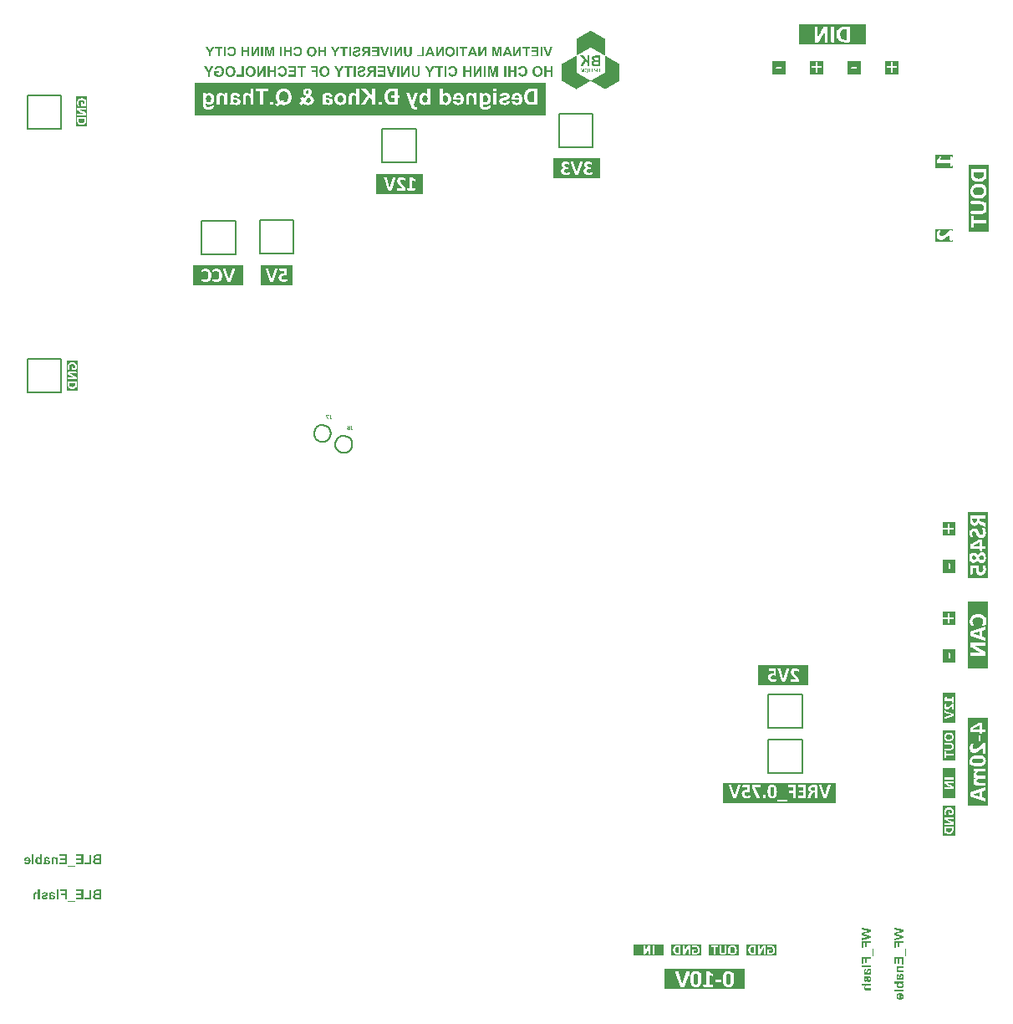
<source format=gbr>
G04*
G04 #@! TF.GenerationSoftware,Altium Limited,Altium Designer,24.10.1 (45)*
G04*
G04 Layer_Color=32896*
%FSLAX25Y25*%
%MOIN*%
G70*
G04*
G04 #@! TF.SameCoordinates,F8DE0C88-6A82-4F8F-96BC-C1AF256D62EF*
G04*
G04*
G04 #@! TF.FilePolarity,Positive*
G04*
G01*
G75*
%ADD12C,0.00500*%
%ADD17C,0.00600*%
G36*
X129536Y382253D02*
X129500D01*
Y382217D01*
X129482D01*
Y382181D01*
X129464D01*
Y382163D01*
X129446D01*
Y382127D01*
X129428D01*
Y382109D01*
X129410D01*
Y382073D01*
X129392D01*
Y382055D01*
X129374D01*
Y382019D01*
X129356D01*
Y381983D01*
X129338D01*
Y381965D01*
X129320D01*
Y381929D01*
X129302D01*
Y381911D01*
X129284D01*
Y381875D01*
X129266D01*
Y381857D01*
X129248D01*
Y381821D01*
X129230D01*
Y381785D01*
X129212D01*
Y381767D01*
X129194D01*
Y381730D01*
X129176D01*
Y381712D01*
X129158D01*
Y381676D01*
X129140D01*
Y381658D01*
X129122D01*
Y381640D01*
X129104D01*
Y381586D01*
X129086D01*
Y381568D01*
X129068D01*
Y381532D01*
X129050D01*
Y381514D01*
X129032D01*
Y381478D01*
X129014D01*
Y381442D01*
X128996D01*
Y381424D01*
X128978D01*
Y381388D01*
X128960D01*
Y381370D01*
X128942D01*
Y381334D01*
X128924D01*
Y381316D01*
X128906D01*
Y381298D01*
X128888D01*
Y381244D01*
X128870D01*
Y381226D01*
X128852D01*
Y381190D01*
X128834D01*
Y381172D01*
X128816D01*
Y381136D01*
X128797D01*
Y381100D01*
X128779D01*
Y381082D01*
X128761D01*
Y381046D01*
X128744D01*
Y381028D01*
X128725D01*
Y380991D01*
X128707D01*
Y380973D01*
X128689D01*
Y380955D01*
X128671D01*
Y380901D01*
X128653D01*
Y380883D01*
X128635D01*
Y380847D01*
X128617D01*
Y380829D01*
X128599D01*
Y380811D01*
X128581D01*
Y380757D01*
X128545D01*
Y380703D01*
X128527D01*
Y380685D01*
X128509D01*
Y380649D01*
X128491D01*
Y380631D01*
X128473D01*
Y380613D01*
X128455D01*
Y380559D01*
X128437D01*
Y380541D01*
X128419D01*
Y380523D01*
X128401D01*
Y380487D01*
X128383D01*
Y380469D01*
X128365D01*
Y380433D01*
X128347D01*
Y380415D01*
X128329D01*
Y380361D01*
X128311D01*
Y380343D01*
X128293D01*
Y380325D01*
X128275D01*
Y380289D01*
X128257D01*
Y380270D01*
X128239D01*
Y380216D01*
X128221D01*
Y380198D01*
X128203D01*
Y380180D01*
X128185D01*
Y380144D01*
X128167D01*
Y380126D01*
X128149D01*
Y380090D01*
X128131D01*
Y380072D01*
X128113D01*
Y378432D01*
X127356D01*
Y378450D01*
X127338D01*
Y378468D01*
X127356D01*
Y380054D01*
X127338D01*
Y380072D01*
X127320D01*
Y380108D01*
X127302D01*
Y380144D01*
X127283D01*
Y380162D01*
X127265D01*
Y380198D01*
X127247D01*
Y380216D01*
X127229D01*
Y380252D01*
X127211D01*
Y380270D01*
X127193D01*
Y380307D01*
X127175D01*
Y380343D01*
X127157D01*
Y380361D01*
X127139D01*
Y380397D01*
X127121D01*
Y380415D01*
X127103D01*
Y380451D01*
X127085D01*
Y380487D01*
X127067D01*
Y380505D01*
X127049D01*
Y380541D01*
X127031D01*
Y380559D01*
X127013D01*
Y380595D01*
X126995D01*
Y380631D01*
X126977D01*
Y380649D01*
X126959D01*
Y380685D01*
X126941D01*
Y380703D01*
X126923D01*
Y380739D01*
X126905D01*
Y380757D01*
X126887D01*
Y380793D01*
X126869D01*
Y380829D01*
X126851D01*
Y380847D01*
X126833D01*
Y380883D01*
X126815D01*
Y380901D01*
X126797D01*
Y380937D01*
X126779D01*
Y380955D01*
X126761D01*
Y380991D01*
X126743D01*
Y381028D01*
X126725D01*
Y381046D01*
X126707D01*
Y381082D01*
X126689D01*
Y381100D01*
X126671D01*
Y381136D01*
X126653D01*
Y381172D01*
X126635D01*
Y381190D01*
X126617D01*
Y381226D01*
X126599D01*
Y381244D01*
X126581D01*
Y381280D01*
X126562D01*
Y381316D01*
X126544D01*
Y381334D01*
X126526D01*
Y381370D01*
X126508D01*
Y381388D01*
X126490D01*
Y381424D01*
X126472D01*
Y381442D01*
X126454D01*
Y381460D01*
X126436D01*
Y381514D01*
X126418D01*
Y381532D01*
X126400D01*
Y381568D01*
X126382D01*
Y381586D01*
X126364D01*
Y381622D01*
X126346D01*
Y381640D01*
X126328D01*
Y381658D01*
X126310D01*
Y381712D01*
X126292D01*
Y381730D01*
X126274D01*
Y381767D01*
X126256D01*
Y381785D01*
X126238D01*
Y381821D01*
X126220D01*
Y381857D01*
X126202D01*
Y381875D01*
X126184D01*
Y381911D01*
X126166D01*
Y381929D01*
X126148D01*
Y381965D01*
X126130D01*
Y381983D01*
X126112D01*
Y382019D01*
X126094D01*
Y382055D01*
X126076D01*
Y382073D01*
X126058D01*
Y382109D01*
X126040D01*
Y382127D01*
X126022D01*
Y382163D01*
X126004D01*
Y382181D01*
X125986D01*
Y382217D01*
X125968D01*
Y382253D01*
X125932D01*
Y382289D01*
X126815D01*
Y382271D01*
X126833D01*
Y382253D01*
X126851D01*
Y382199D01*
X126869D01*
Y382181D01*
X126887D01*
Y382163D01*
X126905D01*
Y382109D01*
X126923D01*
Y382091D01*
X126941D01*
Y382055D01*
X126959D01*
Y382037D01*
X126977D01*
Y382001D01*
X126995D01*
Y381965D01*
X127013D01*
Y381947D01*
X127031D01*
Y381893D01*
X127049D01*
Y381875D01*
X127067D01*
Y381839D01*
X127085D01*
Y381821D01*
X127103D01*
Y381785D01*
X127121D01*
Y381749D01*
X127139D01*
Y381730D01*
X127157D01*
Y381676D01*
X127175D01*
Y381658D01*
X127193D01*
Y381622D01*
X127211D01*
Y381586D01*
X127229D01*
Y381568D01*
X127247D01*
Y381532D01*
X127265D01*
Y381514D01*
X127283D01*
Y381460D01*
X127302D01*
Y381442D01*
X127320D01*
Y381406D01*
X127338D01*
Y381370D01*
X127356D01*
Y381352D01*
X127374D01*
Y381316D01*
X127392D01*
Y381298D01*
X127410D01*
Y381244D01*
X127428D01*
Y381226D01*
X127446D01*
Y381208D01*
X127464D01*
Y381154D01*
X127482D01*
Y381136D01*
X127500D01*
Y381082D01*
X127518D01*
Y381064D01*
X127536D01*
Y381046D01*
X127554D01*
Y380991D01*
X127572D01*
Y380973D01*
X127590D01*
Y380937D01*
X127608D01*
Y380919D01*
X127626D01*
Y380883D01*
X127644D01*
Y380847D01*
X127662D01*
Y380829D01*
X127680D01*
Y380793D01*
X127698D01*
Y380775D01*
X127734D01*
Y380811D01*
X127752D01*
Y380829D01*
X127770D01*
Y380847D01*
X127788D01*
Y380901D01*
X127806D01*
Y380919D01*
X127824D01*
Y380955D01*
X127842D01*
Y380973D01*
X127860D01*
Y381010D01*
X127878D01*
Y381046D01*
X127896D01*
Y381064D01*
X127914D01*
Y381100D01*
X127932D01*
Y381136D01*
X127950D01*
Y381172D01*
X127968D01*
Y381190D01*
X127986D01*
Y381226D01*
X128004D01*
Y381262D01*
X128023D01*
Y381280D01*
X128041D01*
Y381316D01*
X128059D01*
Y381334D01*
X128077D01*
Y381370D01*
X128095D01*
Y381406D01*
X128113D01*
Y381424D01*
X128131D01*
Y381478D01*
X128149D01*
Y381496D01*
X128167D01*
Y381514D01*
X128185D01*
Y381550D01*
X128203D01*
Y381586D01*
X128221D01*
Y381622D01*
X128239D01*
Y381640D01*
X128257D01*
Y381676D01*
X128275D01*
Y381712D01*
X128293D01*
Y381730D01*
X128311D01*
Y381767D01*
X128329D01*
Y381785D01*
X128347D01*
Y381839D01*
X128365D01*
Y381857D01*
X128383D01*
Y381893D01*
X128401D01*
Y381911D01*
X128419D01*
Y381947D01*
X128437D01*
Y381983D01*
X128455D01*
Y382001D01*
X128473D01*
Y382037D01*
X128491D01*
Y382073D01*
X128509D01*
Y382091D01*
X128527D01*
Y382127D01*
X128545D01*
Y382145D01*
X128563D01*
Y382199D01*
X128581D01*
Y382217D01*
X128599D01*
Y382253D01*
X128617D01*
Y382289D01*
X129536D01*
Y382253D01*
D02*
G37*
G36*
X124003Y378432D02*
X123228D01*
Y380144D01*
X123210D01*
Y380162D01*
X121678D01*
Y380144D01*
X121660D01*
Y378432D01*
X120903D01*
Y378450D01*
X120885D01*
Y378468D01*
X120903D01*
Y382253D01*
X120885D01*
Y382271D01*
X120903D01*
Y382289D01*
X121660D01*
Y380793D01*
X121678D01*
Y380775D01*
X123192D01*
Y380793D01*
X123228D01*
Y382289D01*
X124003D01*
Y378432D01*
D02*
G37*
G36*
X110376Y380054D02*
Y380036D01*
Y378432D01*
X109601D01*
Y380144D01*
X109583D01*
Y380162D01*
X108051D01*
Y380144D01*
X108033D01*
Y378432D01*
X107276D01*
Y378450D01*
X107258D01*
Y378468D01*
X107276D01*
Y382253D01*
X107258D01*
Y382271D01*
X107276D01*
Y382289D01*
X108033D01*
Y380793D01*
X108051D01*
Y380775D01*
X109565D01*
Y380793D01*
X109601D01*
Y382289D01*
X110376D01*
Y380054D01*
D02*
G37*
G36*
X93415Y379928D02*
Y379910D01*
Y378432D01*
X92640D01*
Y378486D01*
X92658D01*
Y380126D01*
X92640D01*
Y380144D01*
X92622D01*
Y380162D01*
X91090D01*
Y380144D01*
X91072D01*
Y378432D01*
X90315D01*
Y382289D01*
X91072D01*
Y380793D01*
X91090D01*
Y380775D01*
X92622D01*
Y380793D01*
X92640D01*
Y380811D01*
X92658D01*
Y382235D01*
X92640D01*
Y382289D01*
X93415D01*
Y379928D01*
D02*
G37*
G36*
X79572Y382253D02*
X79536D01*
Y382217D01*
X79518D01*
Y382181D01*
X79500D01*
Y382163D01*
X79482D01*
Y382127D01*
X79464D01*
Y382109D01*
X79446D01*
Y382073D01*
X79428D01*
Y382055D01*
X79410D01*
Y382019D01*
X79392D01*
Y381983D01*
X79374D01*
Y381965D01*
X79356D01*
Y381929D01*
X79338D01*
Y381911D01*
X79320D01*
Y381875D01*
X79302D01*
Y381857D01*
X79283D01*
Y381821D01*
X79265D01*
Y381785D01*
X79247D01*
Y381767D01*
X79229D01*
Y381730D01*
X79211D01*
Y381712D01*
X79193D01*
Y381676D01*
X79175D01*
Y381658D01*
X79157D01*
Y381640D01*
X79139D01*
Y381586D01*
X79121D01*
Y381568D01*
X79103D01*
Y381532D01*
X79085D01*
Y381514D01*
X79067D01*
Y381478D01*
X79049D01*
Y381442D01*
X79031D01*
Y381424D01*
X79013D01*
Y381388D01*
X78995D01*
Y381370D01*
X78977D01*
Y381334D01*
X78959D01*
Y381316D01*
X78941D01*
Y381298D01*
X78923D01*
Y381244D01*
X78905D01*
Y381226D01*
X78887D01*
Y381190D01*
X78869D01*
Y381172D01*
X78851D01*
Y381136D01*
X78833D01*
Y381100D01*
X78815D01*
Y381082D01*
X78797D01*
Y381046D01*
X78779D01*
Y381028D01*
X78761D01*
Y380991D01*
X78743D01*
Y380973D01*
X78725D01*
Y380955D01*
X78707D01*
Y380901D01*
X78689D01*
Y380883D01*
X78671D01*
Y380847D01*
X78653D01*
Y380829D01*
X78635D01*
Y380811D01*
X78617D01*
Y380757D01*
X78580D01*
Y380703D01*
X78562D01*
Y380685D01*
X78544D01*
Y380649D01*
X78526D01*
Y380631D01*
X78508D01*
Y380613D01*
X78490D01*
Y380559D01*
X78472D01*
Y380541D01*
X78454D01*
Y380523D01*
X78436D01*
Y380487D01*
X78418D01*
Y380469D01*
X78400D01*
Y380433D01*
X78382D01*
Y380415D01*
X78364D01*
Y380361D01*
X78346D01*
Y380343D01*
X78328D01*
Y380325D01*
X78310D01*
Y380289D01*
X78292D01*
Y380270D01*
X78274D01*
Y380216D01*
X78256D01*
Y380198D01*
X78238D01*
Y380180D01*
X78220D01*
Y380144D01*
X78202D01*
Y380126D01*
X78184D01*
Y380090D01*
X78166D01*
Y380072D01*
X78148D01*
Y378432D01*
X77391D01*
Y378450D01*
X77373D01*
Y378468D01*
X77391D01*
Y380054D01*
X77373D01*
Y380072D01*
X77355D01*
Y380108D01*
X77337D01*
Y380144D01*
X77319D01*
Y380162D01*
X77301D01*
Y380198D01*
X77283D01*
Y380216D01*
X77265D01*
Y380252D01*
X77247D01*
Y380270D01*
X77229D01*
Y380307D01*
X77211D01*
Y380343D01*
X77193D01*
Y380361D01*
X77175D01*
Y380397D01*
X77157D01*
Y380415D01*
X77139D01*
Y380451D01*
X77121D01*
Y380487D01*
X77103D01*
Y380505D01*
X77084D01*
Y380541D01*
X77066D01*
Y380559D01*
X77048D01*
Y380595D01*
X77030D01*
Y380631D01*
X77012D01*
Y380649D01*
X76994D01*
Y380685D01*
X76976D01*
Y380703D01*
X76958D01*
Y380739D01*
X76940D01*
Y380757D01*
X76922D01*
Y380793D01*
X76904D01*
Y380829D01*
X76886D01*
Y380847D01*
X76868D01*
Y380883D01*
X76850D01*
Y380901D01*
X76832D01*
Y380937D01*
X76814D01*
Y380955D01*
X76796D01*
Y380991D01*
X76778D01*
Y381028D01*
X76760D01*
Y381046D01*
X76742D01*
Y381082D01*
X76724D01*
Y381100D01*
X76706D01*
Y381136D01*
X76688D01*
Y381172D01*
X76670D01*
Y381190D01*
X76652D01*
Y381226D01*
X76634D01*
Y381244D01*
X76616D01*
Y381280D01*
X76598D01*
Y381316D01*
X76580D01*
Y381334D01*
X76562D01*
Y381370D01*
X76544D01*
Y381388D01*
X76526D01*
Y381424D01*
X76508D01*
Y381442D01*
X76490D01*
Y381460D01*
X76472D01*
Y381514D01*
X76454D01*
Y381532D01*
X76436D01*
Y381568D01*
X76417D01*
Y381586D01*
X76399D01*
Y381622D01*
X76381D01*
Y381640D01*
X76363D01*
Y381658D01*
X76345D01*
Y381712D01*
X76327D01*
Y381730D01*
X76309D01*
Y381767D01*
X76291D01*
Y381785D01*
X76273D01*
Y381821D01*
X76255D01*
Y381857D01*
X76237D01*
Y381875D01*
X76219D01*
Y381911D01*
X76201D01*
Y381929D01*
X76183D01*
Y381965D01*
X76165D01*
Y381983D01*
X76147D01*
Y382019D01*
X76129D01*
Y382055D01*
X76111D01*
Y382073D01*
X76093D01*
Y382109D01*
X76075D01*
Y382127D01*
X76057D01*
Y382163D01*
X76039D01*
Y382181D01*
X76021D01*
Y382217D01*
X76003D01*
Y382253D01*
X75967D01*
Y382289D01*
X76850D01*
Y382271D01*
X76868D01*
Y382253D01*
X76886D01*
Y382199D01*
X76904D01*
Y382181D01*
X76922D01*
Y382163D01*
X76940D01*
Y382109D01*
X76958D01*
Y382091D01*
X76976D01*
Y382055D01*
X76994D01*
Y382037D01*
X77012D01*
Y382001D01*
X77030D01*
Y381965D01*
X77048D01*
Y381947D01*
X77066D01*
Y381893D01*
X77084D01*
Y381875D01*
X77103D01*
Y381839D01*
X77121D01*
Y381821D01*
X77139D01*
Y381785D01*
X77157D01*
Y381749D01*
X77175D01*
Y381730D01*
X77193D01*
Y381676D01*
X77211D01*
Y381658D01*
X77229D01*
Y381622D01*
X77247D01*
Y381586D01*
X77265D01*
Y381568D01*
X77283D01*
Y381532D01*
X77301D01*
Y381514D01*
X77319D01*
Y381460D01*
X77337D01*
Y381442D01*
X77355D01*
Y381406D01*
X77373D01*
Y381370D01*
X77391D01*
Y381352D01*
X77409D01*
Y381316D01*
X77427D01*
Y381298D01*
X77445D01*
Y381244D01*
X77463D01*
Y381226D01*
X77481D01*
Y381208D01*
X77499D01*
Y381154D01*
X77517D01*
Y381136D01*
X77535D01*
Y381082D01*
X77553D01*
Y381064D01*
X77571D01*
Y381046D01*
X77589D01*
Y380991D01*
X77607D01*
Y380973D01*
X77625D01*
Y380937D01*
X77643D01*
Y380919D01*
X77661D01*
Y380883D01*
X77679D01*
Y380847D01*
X77697D01*
Y380829D01*
X77715D01*
Y380793D01*
X77733D01*
Y380775D01*
X77769D01*
Y380811D01*
X77787D01*
Y380829D01*
X77805D01*
Y380847D01*
X77824D01*
Y380901D01*
X77842D01*
Y380919D01*
X77859D01*
Y380955D01*
X77877D01*
Y380973D01*
X77896D01*
Y381010D01*
X77914D01*
Y381046D01*
X77932D01*
Y381064D01*
X77950D01*
Y381100D01*
X77968D01*
Y381136D01*
X77986D01*
Y381172D01*
X78004D01*
Y381190D01*
X78022D01*
Y381226D01*
X78040D01*
Y381262D01*
X78058D01*
Y381280D01*
X78076D01*
Y381316D01*
X78094D01*
Y381334D01*
X78112D01*
Y381370D01*
X78130D01*
Y381406D01*
X78148D01*
Y381424D01*
X78166D01*
Y381478D01*
X78184D01*
Y381496D01*
X78202D01*
Y381514D01*
X78220D01*
Y381550D01*
X78238D01*
Y381586D01*
X78256D01*
Y381622D01*
X78274D01*
Y381640D01*
X78292D01*
Y381676D01*
X78310D01*
Y381712D01*
X78328D01*
Y381730D01*
X78346D01*
Y381767D01*
X78364D01*
Y381785D01*
X78382D01*
Y381839D01*
X78400D01*
Y381857D01*
X78418D01*
Y381893D01*
X78436D01*
Y381911D01*
X78454D01*
Y381947D01*
X78472D01*
Y381983D01*
X78490D01*
Y382001D01*
X78508D01*
Y382037D01*
X78526D01*
Y382073D01*
X78544D01*
Y382091D01*
X78562D01*
Y382127D01*
X78580D01*
Y382145D01*
X78598D01*
Y382199D01*
X78617D01*
Y382217D01*
X78635D01*
Y382253D01*
X78653D01*
Y382289D01*
X79572D01*
Y382253D01*
D02*
G37*
G36*
X201852Y378432D02*
X201149D01*
Y378450D01*
X201131D01*
Y378468D01*
X201149D01*
Y380072D01*
Y380090D01*
Y380901D01*
X201131D01*
Y380919D01*
X201113D01*
Y380901D01*
X201095D01*
Y380883D01*
X201077D01*
Y380865D01*
X201059D01*
Y380847D01*
X201041D01*
Y380793D01*
X201023D01*
Y380775D01*
X201005D01*
Y380739D01*
X200987D01*
Y380721D01*
X200969D01*
Y380685D01*
X200951D01*
Y380667D01*
X200933D01*
Y380649D01*
X200915D01*
Y380595D01*
X200897D01*
Y380577D01*
X200879D01*
Y380541D01*
X200861D01*
Y380523D01*
X200842D01*
Y380487D01*
X200824D01*
Y380451D01*
X200806D01*
Y380433D01*
X200788D01*
Y380397D01*
X200770D01*
Y380379D01*
X200752D01*
Y380343D01*
X200734D01*
Y380307D01*
X200716D01*
Y380289D01*
X200698D01*
Y380252D01*
X200680D01*
Y380234D01*
X200662D01*
Y380198D01*
X200644D01*
Y380162D01*
X200626D01*
Y380144D01*
X200608D01*
Y380108D01*
X200590D01*
Y380090D01*
X200572D01*
Y380054D01*
X200554D01*
Y380018D01*
X200536D01*
Y380000D01*
X200518D01*
Y379964D01*
X200500D01*
Y379946D01*
X200482D01*
Y379892D01*
X200446D01*
Y379856D01*
X200428D01*
Y379820D01*
X200410D01*
Y379802D01*
X200392D01*
Y379748D01*
X200356D01*
Y379694D01*
X200338D01*
Y379676D01*
X200320D01*
Y379658D01*
X200302D01*
Y379622D01*
X200284D01*
Y379604D01*
X200266D01*
Y379549D01*
X200248D01*
Y379531D01*
X200230D01*
Y379495D01*
X200212D01*
Y379477D01*
X200194D01*
Y379441D01*
X200176D01*
Y379405D01*
X200158D01*
Y379387D01*
X200140D01*
Y379351D01*
X200121D01*
Y379333D01*
X200103D01*
Y379297D01*
X200085D01*
Y379261D01*
X200067D01*
Y379243D01*
X200049D01*
Y379207D01*
X200031D01*
Y379189D01*
X200013D01*
Y379153D01*
X199995D01*
Y379117D01*
X199977D01*
Y379099D01*
X199959D01*
Y379063D01*
X199941D01*
Y379045D01*
X199923D01*
Y378991D01*
X199905D01*
Y378973D01*
X199887D01*
Y378955D01*
X199869D01*
Y378919D01*
X199851D01*
Y378901D01*
X199833D01*
Y378865D01*
X199815D01*
Y378829D01*
X199797D01*
Y378792D01*
X199779D01*
Y378774D01*
X199761D01*
Y378756D01*
X199743D01*
Y378702D01*
X199725D01*
Y378684D01*
X199707D01*
Y378648D01*
X199689D01*
Y378630D01*
X199671D01*
Y378612D01*
X199653D01*
Y378576D01*
X199635D01*
Y378540D01*
X199617D01*
Y378504D01*
X199599D01*
Y378486D01*
X199581D01*
Y378450D01*
X199563D01*
Y378432D01*
X198770D01*
Y382289D01*
X199491D01*
Y379766D01*
X199509D01*
Y379748D01*
X199545D01*
Y379784D01*
X199563D01*
Y379820D01*
X199581D01*
Y379838D01*
X199599D01*
Y379874D01*
X199617D01*
Y379892D01*
X199635D01*
Y379928D01*
X199653D01*
Y379964D01*
X199671D01*
Y379982D01*
X199689D01*
Y380018D01*
X199707D01*
Y380036D01*
X199725D01*
Y380090D01*
X199743D01*
Y380108D01*
X199761D01*
Y380144D01*
X199779D01*
Y380162D01*
X199797D01*
Y380198D01*
X199815D01*
Y380234D01*
X199833D01*
Y380252D01*
X199851D01*
Y380289D01*
X199869D01*
Y380307D01*
X199887D01*
Y380343D01*
X199905D01*
Y380379D01*
X199923D01*
Y380397D01*
X199941D01*
Y380433D01*
X199959D01*
Y380451D01*
X199977D01*
Y380487D01*
X199995D01*
Y380523D01*
X200013D01*
Y380541D01*
X200031D01*
Y380577D01*
X200049D01*
Y380595D01*
X200067D01*
Y380631D01*
X200085D01*
Y380667D01*
X200103D01*
Y380685D01*
X200121D01*
Y380721D01*
X200140D01*
Y380739D01*
X200158D01*
Y380793D01*
X200176D01*
Y380811D01*
X200194D01*
Y380847D01*
X200212D01*
Y380865D01*
X200230D01*
Y380883D01*
X200248D01*
Y380937D01*
X200266D01*
Y380955D01*
X200284D01*
Y380991D01*
X200302D01*
Y381010D01*
X200320D01*
Y381046D01*
X200338D01*
Y381082D01*
X200356D01*
Y381100D01*
X200374D01*
Y381136D01*
X200392D01*
Y381154D01*
X200410D01*
Y381208D01*
X200428D01*
Y381226D01*
X200446D01*
Y381244D01*
X200464D01*
Y381280D01*
X200482D01*
Y381298D01*
X200500D01*
Y381352D01*
X200518D01*
Y381370D01*
X200536D01*
Y381388D01*
X200554D01*
Y381424D01*
X200572D01*
Y381442D01*
X200590D01*
Y381496D01*
X200608D01*
Y381514D01*
X200626D01*
Y381550D01*
X200644D01*
Y381568D01*
X200662D01*
Y381586D01*
X200680D01*
Y381640D01*
X200698D01*
Y381658D01*
X200716D01*
Y381694D01*
X200734D01*
Y381712D01*
X200752D01*
Y381749D01*
X200770D01*
Y381785D01*
X200788D01*
Y381803D01*
X200806D01*
Y381839D01*
X200824D01*
Y381857D01*
X200842D01*
Y381893D01*
X200861D01*
Y381929D01*
X200879D01*
Y381947D01*
X200897D01*
Y381983D01*
X200915D01*
Y382001D01*
X200933D01*
Y382055D01*
X200951D01*
Y382073D01*
X200969D01*
Y382091D01*
X200987D01*
Y382127D01*
X201005D01*
Y382145D01*
X201023D01*
Y382199D01*
X201041D01*
Y382217D01*
X201059D01*
Y382253D01*
X201077D01*
Y382271D01*
X201095D01*
Y382289D01*
X201852D01*
Y378432D01*
D02*
G37*
G36*
X187919D02*
X187216D01*
Y380901D01*
X187198D01*
Y380919D01*
X187180D01*
Y380901D01*
X187162D01*
Y380883D01*
X187144D01*
Y380865D01*
X187126D01*
Y380847D01*
X187108D01*
Y380793D01*
X187090D01*
Y380775D01*
X187072D01*
Y380739D01*
X187054D01*
Y380721D01*
X187036D01*
Y380685D01*
X187018D01*
Y380649D01*
X186999D01*
Y380631D01*
X186981D01*
Y380595D01*
X186963D01*
Y380577D01*
X186945D01*
Y380541D01*
X186927D01*
Y380505D01*
X186909D01*
Y380487D01*
X186891D01*
Y380451D01*
X186873D01*
Y380433D01*
X186855D01*
Y380397D01*
X186837D01*
Y380379D01*
X186819D01*
Y380343D01*
X186801D01*
Y380307D01*
X186783D01*
Y380289D01*
X186765D01*
Y380252D01*
X186747D01*
Y380234D01*
X186729D01*
Y380180D01*
X186711D01*
Y380162D01*
X186693D01*
Y380144D01*
X186675D01*
Y380108D01*
X186657D01*
Y380090D01*
X186639D01*
Y380036D01*
X186621D01*
Y380018D01*
X186603D01*
Y379982D01*
X186585D01*
Y379964D01*
X186567D01*
Y379928D01*
X186549D01*
Y379892D01*
X186531D01*
Y379874D01*
X186513D01*
Y379838D01*
X186495D01*
Y379820D01*
X186477D01*
Y379784D01*
X186459D01*
Y379748D01*
X186441D01*
Y379730D01*
X186423D01*
Y379694D01*
X186405D01*
Y379676D01*
X186387D01*
Y379640D01*
X186369D01*
Y379604D01*
X186351D01*
Y379586D01*
X186333D01*
Y379549D01*
X186315D01*
Y379531D01*
X186296D01*
Y379495D01*
X186278D01*
Y379459D01*
X186260D01*
Y379441D01*
X186242D01*
Y379405D01*
X186224D01*
Y379387D01*
X186206D01*
Y379351D01*
X186188D01*
Y379333D01*
X186170D01*
Y379297D01*
X186152D01*
Y379261D01*
X186134D01*
Y379243D01*
X186116D01*
Y379207D01*
X186098D01*
Y379189D01*
X186080D01*
Y379135D01*
X186062D01*
Y379117D01*
X186044D01*
Y379081D01*
X186026D01*
Y379063D01*
X186008D01*
Y379045D01*
X185990D01*
Y378991D01*
X185972D01*
Y378973D01*
X185954D01*
Y378937D01*
X185936D01*
Y378901D01*
X185918D01*
Y378883D01*
X185900D01*
Y378847D01*
X185882D01*
Y378829D01*
X185864D01*
Y378792D01*
X185846D01*
Y378774D01*
X185828D01*
Y378738D01*
X185810D01*
Y378702D01*
X185792D01*
Y378684D01*
X185774D01*
Y378648D01*
X185756D01*
Y378630D01*
X185738D01*
Y378594D01*
X185720D01*
Y378558D01*
X185702D01*
Y378540D01*
X185684D01*
Y378504D01*
X185666D01*
Y378486D01*
X185648D01*
Y378432D01*
X184836D01*
Y378486D01*
X184855D01*
Y382235D01*
X184836D01*
Y382289D01*
X185557D01*
Y379766D01*
X185575D01*
Y379748D01*
X185612D01*
Y379784D01*
X185630D01*
Y379802D01*
X185648D01*
Y379838D01*
X185666D01*
Y379874D01*
X185684D01*
Y379892D01*
X185702D01*
Y379928D01*
X185720D01*
Y379946D01*
X185738D01*
Y379982D01*
X185756D01*
Y380000D01*
Y380018D01*
X185774D01*
Y380036D01*
X185792D01*
Y380072D01*
X185810D01*
Y380090D01*
X185828D01*
Y380126D01*
X185846D01*
Y380162D01*
X185864D01*
Y380180D01*
X185882D01*
Y380216D01*
X185900D01*
Y380234D01*
X185918D01*
Y380289D01*
X185936D01*
Y380307D01*
X185954D01*
Y380325D01*
X185972D01*
Y380361D01*
X185990D01*
Y380379D01*
X186008D01*
Y380433D01*
X186026D01*
Y380451D01*
X186044D01*
Y380487D01*
X186062D01*
Y380505D01*
X186080D01*
Y380541D01*
X186098D01*
Y380577D01*
X186116D01*
Y380595D01*
X186134D01*
Y380631D01*
X186152D01*
Y380649D01*
X186170D01*
Y380685D01*
X186188D01*
Y380721D01*
X186206D01*
Y380739D01*
X186224D01*
Y380775D01*
X186242D01*
Y380793D01*
X186260D01*
Y380829D01*
X186278D01*
Y380865D01*
X186296D01*
Y380883D01*
X186315D01*
Y380919D01*
X186333D01*
Y380937D01*
X186351D01*
Y380973D01*
X186369D01*
Y381010D01*
X186387D01*
Y381028D01*
X186405D01*
Y381082D01*
X186423D01*
Y381100D01*
X186441D01*
Y381136D01*
X186459D01*
Y381154D01*
X186477D01*
Y381190D01*
X186495D01*
Y381226D01*
X186531D01*
Y381280D01*
X186549D01*
Y381298D01*
X186567D01*
Y381334D01*
X186585D01*
Y381370D01*
X186603D01*
Y381388D01*
X186621D01*
Y381424D01*
X186639D01*
Y381442D01*
X186657D01*
Y381478D01*
X186675D01*
Y381514D01*
X186693D01*
Y381532D01*
X186711D01*
Y381568D01*
X186729D01*
Y381586D01*
X186747D01*
Y381640D01*
X186765D01*
Y381658D01*
X186783D01*
Y381676D01*
X186801D01*
Y381712D01*
X186819D01*
Y381730D01*
X186837D01*
Y381785D01*
X186873D01*
Y381839D01*
X186891D01*
Y381857D01*
X186909D01*
Y381893D01*
X186927D01*
Y381929D01*
X186945D01*
Y381947D01*
X186963D01*
Y381983D01*
X186981D01*
Y382001D01*
X186999D01*
Y382037D01*
X187018D01*
Y382073D01*
X187036D01*
Y382091D01*
X187054D01*
Y382127D01*
X187072D01*
Y382145D01*
X187090D01*
Y382181D01*
X187108D01*
Y382217D01*
X187126D01*
Y382235D01*
X187144D01*
Y382271D01*
X187162D01*
Y382289D01*
X187919D01*
Y378432D01*
D02*
G37*
G36*
X170958Y382271D02*
X170975D01*
Y382253D01*
X170958D01*
Y378468D01*
X170975D01*
Y378450D01*
X170958D01*
Y378432D01*
X170255D01*
Y380901D01*
X170237D01*
Y380919D01*
X170219D01*
Y380901D01*
X170200D01*
Y380883D01*
X170182D01*
Y380865D01*
X170164D01*
Y380829D01*
X170146D01*
Y380793D01*
X170128D01*
Y380775D01*
X170110D01*
Y380739D01*
X170092D01*
Y380721D01*
X170074D01*
Y380667D01*
X170056D01*
Y380649D01*
X170038D01*
Y380631D01*
X170020D01*
Y380595D01*
X170002D01*
Y380577D01*
X169984D01*
Y380523D01*
X169966D01*
Y380505D01*
X169948D01*
Y380469D01*
X169930D01*
Y380451D01*
X169912D01*
Y380433D01*
X169894D01*
Y380397D01*
X169876D01*
Y380361D01*
X169858D01*
Y380325D01*
X169840D01*
Y380307D01*
X169822D01*
Y380270D01*
X169804D01*
Y380234D01*
X169786D01*
Y380216D01*
X169768D01*
Y380180D01*
X169750D01*
Y380162D01*
X169732D01*
Y380126D01*
X169714D01*
Y380108D01*
X169696D01*
Y380072D01*
X169678D01*
Y380036D01*
X169660D01*
Y380018D01*
X169642D01*
Y379982D01*
X169624D01*
Y379964D01*
X169606D01*
Y379928D01*
X169588D01*
Y379892D01*
X169570D01*
Y379874D01*
X169552D01*
Y379838D01*
X169534D01*
Y379802D01*
X169516D01*
Y379766D01*
X169498D01*
Y379748D01*
X169479D01*
Y379730D01*
X169461D01*
Y379676D01*
X169443D01*
Y379658D01*
X169425D01*
Y379622D01*
X169407D01*
Y379604D01*
X169389D01*
Y379586D01*
X169371D01*
Y379549D01*
X169353D01*
Y379531D01*
X169335D01*
Y379477D01*
X169317D01*
Y379459D01*
X169299D01*
Y379423D01*
X169281D01*
Y379405D01*
X169263D01*
Y379387D01*
X169245D01*
Y379333D01*
X169227D01*
Y379315D01*
X169209D01*
Y379279D01*
X169191D01*
Y379261D01*
X169173D01*
Y379225D01*
X169155D01*
Y379189D01*
X169137D01*
Y379171D01*
X169119D01*
Y379135D01*
X169101D01*
Y379117D01*
X169083D01*
Y379081D01*
X169065D01*
Y379063D01*
X169047D01*
Y379027D01*
X169029D01*
Y378991D01*
X169011D01*
Y378973D01*
X168993D01*
Y378937D01*
X168975D01*
Y378901D01*
X168957D01*
Y378883D01*
X168939D01*
Y378847D01*
X168921D01*
Y378829D01*
X168903D01*
Y378774D01*
X168885D01*
Y378756D01*
X168867D01*
Y378738D01*
X168849D01*
Y378702D01*
X168831D01*
Y378684D01*
X168813D01*
Y378648D01*
X168795D01*
Y378630D01*
X168777D01*
Y378576D01*
X168758D01*
Y378558D01*
X168740D01*
Y378522D01*
X168722D01*
Y378504D01*
X168704D01*
Y378486D01*
X168686D01*
Y378432D01*
X167893D01*
Y382289D01*
X168596D01*
Y382271D01*
X168614D01*
Y382253D01*
X168596D01*
Y382181D01*
Y382163D01*
Y379766D01*
X168614D01*
Y379748D01*
X168650D01*
Y379766D01*
X168668D01*
Y379802D01*
X168686D01*
Y379820D01*
X168704D01*
Y379874D01*
X168722D01*
Y379892D01*
X168740D01*
Y379910D01*
X168758D01*
Y379946D01*
X168777D01*
Y379964D01*
X168795D01*
Y380018D01*
X168813D01*
Y380036D01*
X168831D01*
Y380072D01*
X168849D01*
Y380090D01*
X168867D01*
Y380108D01*
X168885D01*
Y380162D01*
X168903D01*
Y380180D01*
X168921D01*
Y380216D01*
X168939D01*
Y380234D01*
X168957D01*
Y380270D01*
X168975D01*
Y380307D01*
X168993D01*
Y380325D01*
X169011D01*
Y380361D01*
X169029D01*
Y380379D01*
X169047D01*
Y380415D01*
X169065D01*
Y380451D01*
X169083D01*
Y380469D01*
X169101D01*
Y380505D01*
X169119D01*
Y380523D01*
X169137D01*
Y380577D01*
X169155D01*
Y380595D01*
X169173D01*
Y380613D01*
X169191D01*
Y380649D01*
X169209D01*
Y380667D01*
X169227D01*
Y380721D01*
X169245D01*
Y380739D01*
X169263D01*
Y380775D01*
X169281D01*
Y380793D01*
X169299D01*
Y380829D01*
X169317D01*
Y380865D01*
X169335D01*
Y380883D01*
X169353D01*
Y380919D01*
X169371D01*
Y380937D01*
X169389D01*
Y380973D01*
X169407D01*
Y381010D01*
X169425D01*
Y381028D01*
X169443D01*
Y381064D01*
X169461D01*
Y381082D01*
X169479D01*
Y381118D01*
X169498D01*
Y381154D01*
X169516D01*
Y381172D01*
X169534D01*
Y381208D01*
X169552D01*
Y381226D01*
X169570D01*
Y381280D01*
X169588D01*
Y381298D01*
X169606D01*
Y381334D01*
X169624D01*
Y381352D01*
X169642D01*
Y381370D01*
X169660D01*
Y381424D01*
X169678D01*
Y381442D01*
X169696D01*
Y381478D01*
X169714D01*
Y381496D01*
X169732D01*
Y381532D01*
X169750D01*
Y381568D01*
X169768D01*
Y381586D01*
X169786D01*
Y381622D01*
X169804D01*
Y381640D01*
X169822D01*
Y381676D01*
X169840D01*
Y381712D01*
X169858D01*
Y381730D01*
X169876D01*
Y381767D01*
X169894D01*
Y381785D01*
X169912D01*
Y381821D01*
X169930D01*
Y381857D01*
X169948D01*
Y381875D01*
X169966D01*
Y381911D01*
X169984D01*
Y381929D01*
X170002D01*
Y381983D01*
X170020D01*
Y382001D01*
X170038D01*
Y382019D01*
X170056D01*
Y382055D01*
X170074D01*
Y382073D01*
X170092D01*
Y382127D01*
X170110D01*
Y382145D01*
X170128D01*
Y382181D01*
X170146D01*
Y382199D01*
X170164D01*
Y382235D01*
X170182D01*
Y382271D01*
X170200D01*
Y382289D01*
X170958D01*
Y382271D01*
D02*
G37*
G36*
X154303D02*
X154321D01*
Y382253D01*
X154303D01*
Y378468D01*
X154321D01*
Y378450D01*
X154303D01*
Y378432D01*
X153600D01*
Y380901D01*
X153582D01*
Y380919D01*
X153564D01*
Y380901D01*
X153545D01*
Y380883D01*
X153527D01*
Y380865D01*
X153509D01*
Y380829D01*
X153491D01*
Y380793D01*
X153473D01*
Y380775D01*
X153455D01*
Y380739D01*
X153437D01*
Y380721D01*
X153419D01*
Y380667D01*
X153401D01*
Y380649D01*
X153383D01*
Y380631D01*
X153365D01*
Y380595D01*
X153347D01*
Y380577D01*
X153329D01*
Y380523D01*
X153311D01*
Y380505D01*
X153293D01*
Y380469D01*
X153275D01*
Y380451D01*
X153257D01*
Y380433D01*
X153239D01*
Y380397D01*
X153221D01*
Y380361D01*
X153203D01*
Y380325D01*
X153185D01*
Y380307D01*
X153167D01*
Y380270D01*
X153149D01*
Y380234D01*
X153131D01*
Y380216D01*
X153113D01*
Y380180D01*
X153095D01*
Y380162D01*
X153077D01*
Y380126D01*
X153059D01*
Y380108D01*
X153041D01*
Y380072D01*
X153023D01*
Y380036D01*
X153005D01*
Y380018D01*
X152987D01*
Y379982D01*
X152969D01*
Y379964D01*
X152951D01*
Y379928D01*
X152933D01*
Y379892D01*
X152915D01*
Y379874D01*
X152897D01*
Y379838D01*
X152879D01*
Y379802D01*
X152861D01*
Y379766D01*
X152843D01*
Y379748D01*
X152824D01*
Y379730D01*
X152806D01*
Y379676D01*
X152788D01*
Y379658D01*
X152770D01*
Y379622D01*
X152752D01*
Y379604D01*
X152734D01*
Y379586D01*
X152716D01*
Y379549D01*
X152698D01*
Y379531D01*
X152680D01*
Y379477D01*
X152662D01*
Y379459D01*
X152644D01*
Y379423D01*
X152626D01*
Y379405D01*
X152608D01*
Y379387D01*
X152590D01*
Y379333D01*
X152572D01*
Y379315D01*
X152554D01*
Y379279D01*
X152536D01*
Y379261D01*
X152518D01*
Y379225D01*
X152500D01*
Y379189D01*
X152482D01*
Y379171D01*
X152464D01*
Y379135D01*
X152446D01*
Y379117D01*
X152428D01*
Y379081D01*
X152410D01*
Y379063D01*
X152392D01*
Y379027D01*
X152374D01*
Y378991D01*
X152356D01*
Y378973D01*
X152338D01*
Y378937D01*
X152320D01*
Y378901D01*
X152302D01*
Y378883D01*
X152284D01*
Y378847D01*
X152266D01*
Y378829D01*
X152248D01*
Y378774D01*
X152230D01*
Y378756D01*
X152212D01*
Y378738D01*
X152194D01*
Y378702D01*
X152176D01*
Y378684D01*
X152158D01*
Y378648D01*
X152140D01*
Y378630D01*
X152122D01*
Y378576D01*
X152103D01*
Y378558D01*
X152085D01*
Y378522D01*
X152067D01*
Y378504D01*
X152050D01*
Y378486D01*
X152031D01*
Y378432D01*
X151238D01*
Y382289D01*
X151941D01*
Y382271D01*
X151959D01*
Y382253D01*
X151941D01*
Y379766D01*
X151959D01*
Y379748D01*
X151995D01*
Y379766D01*
X152013D01*
Y379802D01*
X152031D01*
Y379820D01*
X152050D01*
Y379874D01*
X152067D01*
Y379892D01*
X152085D01*
Y379910D01*
X152103D01*
Y379946D01*
X152122D01*
Y379964D01*
X152140D01*
Y380018D01*
X152158D01*
Y380036D01*
X152176D01*
Y380054D01*
Y380072D01*
X152194D01*
Y380090D01*
X152212D01*
Y380108D01*
X152230D01*
Y380162D01*
X152248D01*
Y380180D01*
X152266D01*
Y380216D01*
X152284D01*
Y380234D01*
X152302D01*
Y380270D01*
X152320D01*
Y380307D01*
X152338D01*
Y380325D01*
X152356D01*
Y380361D01*
X152374D01*
Y380379D01*
X152392D01*
Y380415D01*
X152410D01*
Y380451D01*
X152428D01*
Y380469D01*
X152446D01*
Y380505D01*
X152464D01*
Y380523D01*
X152482D01*
Y380577D01*
X152500D01*
Y380595D01*
X152518D01*
Y380613D01*
X152536D01*
Y380649D01*
X152554D01*
Y380667D01*
X152572D01*
Y380721D01*
X152590D01*
Y380739D01*
X152608D01*
Y380775D01*
X152626D01*
Y380793D01*
X152644D01*
Y380829D01*
X152662D01*
Y380865D01*
X152680D01*
Y380883D01*
X152698D01*
Y380919D01*
X152716D01*
Y380937D01*
X152734D01*
Y380973D01*
X152752D01*
Y381010D01*
X152770D01*
Y381028D01*
X152788D01*
Y381064D01*
X152806D01*
Y381082D01*
X152824D01*
Y381118D01*
X152843D01*
Y381154D01*
X152861D01*
Y381172D01*
X152879D01*
Y381208D01*
X152897D01*
Y381226D01*
X152915D01*
Y381280D01*
X152933D01*
Y381298D01*
X152951D01*
Y381334D01*
X152969D01*
Y381352D01*
X152987D01*
Y381370D01*
X153005D01*
Y381424D01*
X153023D01*
Y381442D01*
X153041D01*
Y381478D01*
X153059D01*
Y381496D01*
X153077D01*
Y381532D01*
X153095D01*
Y381568D01*
X153113D01*
Y381586D01*
X153131D01*
Y381622D01*
X153149D01*
Y381640D01*
X153167D01*
Y381676D01*
X153185D01*
Y381712D01*
X153203D01*
Y381730D01*
X153221D01*
Y381767D01*
X153239D01*
Y381785D01*
X153257D01*
Y381821D01*
X153275D01*
Y381857D01*
X153293D01*
Y381875D01*
X153311D01*
Y381911D01*
X153329D01*
Y381929D01*
X153347D01*
Y381983D01*
X153365D01*
Y382001D01*
X153383D01*
Y382019D01*
X153401D01*
Y382055D01*
X153419D01*
Y382073D01*
X153437D01*
Y382127D01*
X153455D01*
Y382145D01*
X153473D01*
Y382181D01*
X153491D01*
Y382199D01*
X153509D01*
Y382235D01*
X153527D01*
Y382271D01*
X153545D01*
Y382289D01*
X154303D01*
Y382271D01*
D02*
G37*
G36*
X97344Y382235D02*
X97326D01*
Y378486D01*
X97344D01*
Y378432D01*
X96623D01*
Y380847D01*
X96641D01*
Y380865D01*
X96623D01*
Y380919D01*
X96605D01*
Y380901D01*
X96569D01*
Y380883D01*
X96551D01*
Y380865D01*
X96533D01*
Y380811D01*
X96515D01*
Y380793D01*
X96497D01*
Y380757D01*
X96479D01*
Y380721D01*
X96461D01*
Y380703D01*
X96443D01*
Y380667D01*
X96425D01*
Y380649D01*
X96407D01*
Y380613D01*
X96389D01*
Y380577D01*
X96371D01*
Y380559D01*
X96353D01*
Y380523D01*
X96335D01*
Y380505D01*
X96317D01*
Y380469D01*
X96299D01*
Y380451D01*
X96281D01*
Y380415D01*
X96263D01*
Y380379D01*
X96245D01*
Y380361D01*
X96227D01*
Y380325D01*
X96209D01*
Y380307D01*
X96191D01*
Y380270D01*
X96173D01*
Y380234D01*
X96155D01*
Y380216D01*
X96137D01*
Y380180D01*
X96119D01*
Y380162D01*
X96101D01*
Y380126D01*
X96083D01*
Y380090D01*
X96065D01*
Y380072D01*
X96047D01*
Y380036D01*
X96029D01*
Y380018D01*
X96011D01*
Y379982D01*
X95992D01*
Y379964D01*
X95974D01*
Y379910D01*
X95956D01*
Y379892D01*
X95938D01*
Y379874D01*
X95920D01*
Y379820D01*
X95902D01*
Y379802D01*
X95884D01*
Y379766D01*
X95866D01*
Y379748D01*
X95848D01*
Y379712D01*
X95830D01*
Y379676D01*
X95812D01*
Y379658D01*
X95794D01*
Y379622D01*
X95776D01*
Y379604D01*
X95758D01*
Y379568D01*
X95740D01*
Y379531D01*
X95722D01*
Y379513D01*
X95704D01*
Y379477D01*
X95686D01*
Y379459D01*
X95668D01*
Y379423D01*
X95650D01*
Y379405D01*
X95632D01*
Y379369D01*
X95614D01*
Y379333D01*
X95596D01*
Y379315D01*
X95578D01*
Y379279D01*
X95560D01*
Y379261D01*
X95542D01*
Y379225D01*
X95524D01*
Y379189D01*
X95506D01*
Y379171D01*
X95488D01*
Y379135D01*
X95470D01*
Y379117D01*
X95452D01*
Y379063D01*
X95434D01*
Y379045D01*
X95416D01*
Y379009D01*
X95398D01*
Y378991D01*
X95380D01*
Y378973D01*
X95362D01*
Y378919D01*
X95344D01*
Y378901D01*
X95325D01*
Y378883D01*
X95307D01*
Y378847D01*
X95289D01*
Y378810D01*
X95271D01*
Y378774D01*
X95253D01*
Y378756D01*
X95235D01*
Y378720D01*
X95217D01*
Y378702D01*
X95199D01*
Y378666D01*
X95181D01*
Y378630D01*
X95163D01*
Y378612D01*
X95145D01*
Y378576D01*
X95127D01*
Y378558D01*
X95109D01*
Y378522D01*
X95091D01*
Y378504D01*
X95073D01*
Y378468D01*
X95055D01*
Y378432D01*
X94262D01*
Y382289D01*
X94983D01*
Y382235D01*
X94965D01*
Y379892D01*
X94983D01*
Y379874D01*
X94965D01*
Y379784D01*
X94983D01*
Y379748D01*
X95019D01*
Y379766D01*
X95037D01*
Y379802D01*
X95055D01*
Y379820D01*
X95073D01*
Y379856D01*
X95091D01*
Y379892D01*
X95109D01*
Y379910D01*
X95127D01*
Y379946D01*
X95145D01*
Y379964D01*
X95163D01*
Y380000D01*
X95181D01*
Y380036D01*
X95199D01*
Y380054D01*
X95217D01*
Y380090D01*
X95235D01*
Y380108D01*
X95253D01*
Y380162D01*
X95271D01*
Y380180D01*
X95289D01*
Y380198D01*
X95307D01*
Y380234D01*
X95325D01*
Y380252D01*
X95344D01*
Y380307D01*
X95362D01*
Y380325D01*
X95380D01*
Y380361D01*
X95398D01*
Y380379D01*
X95416D01*
Y380415D01*
X95434D01*
Y380451D01*
X95452D01*
Y380469D01*
X95470D01*
Y380505D01*
X95488D01*
Y380523D01*
X95506D01*
Y380559D01*
X95524D01*
Y380595D01*
X95542D01*
Y380613D01*
X95560D01*
Y380649D01*
X95578D01*
Y380667D01*
X95596D01*
Y380703D01*
X95614D01*
Y380739D01*
X95632D01*
Y380757D01*
X95650D01*
Y380793D01*
X95668D01*
Y380811D01*
X95686D01*
Y380865D01*
X95704D01*
Y380883D01*
X95722D01*
Y380919D01*
X95740D01*
Y380937D01*
X95758D01*
Y380955D01*
X95776D01*
Y381010D01*
X95794D01*
Y381028D01*
X95812D01*
Y381064D01*
X95830D01*
Y381082D01*
X95848D01*
Y381118D01*
X95866D01*
Y381154D01*
X95884D01*
Y381172D01*
X95902D01*
Y381208D01*
X95920D01*
Y381226D01*
X95938D01*
Y381262D01*
X95956D01*
Y381298D01*
X95974D01*
Y381316D01*
X95992D01*
Y381352D01*
X96011D01*
Y381370D01*
X96029D01*
Y381424D01*
X96047D01*
Y381442D01*
X96065D01*
Y381460D01*
X96083D01*
Y381496D01*
X96101D01*
Y381514D01*
X96119D01*
Y381568D01*
X96137D01*
Y381586D01*
X96155D01*
Y381622D01*
X96173D01*
Y381640D01*
X96191D01*
Y381658D01*
X96209D01*
Y381712D01*
X96227D01*
Y381730D01*
X96245D01*
Y381767D01*
X96263D01*
Y381785D01*
X96281D01*
Y381821D01*
X96299D01*
Y381857D01*
X96317D01*
Y381875D01*
X96335D01*
Y381911D01*
X96353D01*
Y381929D01*
X96371D01*
Y381965D01*
X96389D01*
Y382001D01*
X96407D01*
Y382019D01*
X96425D01*
Y382055D01*
X96443D01*
Y382073D01*
X96461D01*
Y382109D01*
X96479D01*
Y382145D01*
X96497D01*
Y382163D01*
X96515D01*
Y382199D01*
X96533D01*
Y382217D01*
X96551D01*
Y382253D01*
X96569D01*
Y382289D01*
X97344D01*
Y382235D01*
D02*
G37*
G36*
X193993Y378432D02*
X193272D01*
Y378486D01*
X193290D01*
Y379261D01*
Y379279D01*
Y379748D01*
X193272D01*
Y379766D01*
X193290D01*
Y379820D01*
X193272D01*
Y381388D01*
X193218D01*
Y381316D01*
X193200D01*
Y381262D01*
X193182D01*
Y381208D01*
X193164D01*
Y381100D01*
X193146D01*
Y381046D01*
X193128D01*
Y380937D01*
X193110D01*
Y380901D01*
X193092D01*
Y380811D01*
X193074D01*
Y380739D01*
X193056D01*
Y380685D01*
X193038D01*
Y380577D01*
X193020D01*
Y380541D01*
X193002D01*
Y380415D01*
X192984D01*
Y380379D01*
X192966D01*
Y380307D01*
X192948D01*
Y380216D01*
X192930D01*
Y380180D01*
X192912D01*
Y380054D01*
X192894D01*
Y380018D01*
X192876D01*
Y379928D01*
X192858D01*
Y379874D01*
X192840D01*
Y379802D01*
X192822D01*
Y379694D01*
X192804D01*
Y379658D01*
X192786D01*
Y379549D01*
X192767D01*
Y379513D01*
X192749D01*
Y379441D01*
X192731D01*
Y379351D01*
X192713D01*
Y379297D01*
X192695D01*
Y379189D01*
X192677D01*
Y379135D01*
X192659D01*
Y379045D01*
X192641D01*
Y378973D01*
X192623D01*
Y378937D01*
X192605D01*
Y378829D01*
X192587D01*
Y378792D01*
X192569D01*
Y378666D01*
X192551D01*
Y378630D01*
X192533D01*
Y378558D01*
X192515D01*
Y378450D01*
X192497D01*
Y378432D01*
X191758D01*
Y378450D01*
X191740D01*
Y378504D01*
X191722D01*
Y378630D01*
X191704D01*
Y378666D01*
X191686D01*
Y378756D01*
X191668D01*
Y378829D01*
X191650D01*
Y378865D01*
X191632D01*
Y378973D01*
X191614D01*
Y379009D01*
X191596D01*
Y379117D01*
X191578D01*
Y379171D01*
X191560D01*
Y379225D01*
X191542D01*
Y379351D01*
X191524D01*
Y379387D01*
X191506D01*
Y379495D01*
X191488D01*
Y379531D01*
X191470D01*
Y379622D01*
X191452D01*
Y379694D01*
X191434D01*
Y379748D01*
X191416D01*
Y379856D01*
X191398D01*
Y379892D01*
X191379D01*
Y380000D01*
X191361D01*
Y380054D01*
X191343D01*
Y380108D01*
X191325D01*
Y380216D01*
X191307D01*
Y380252D01*
X191289D01*
Y380379D01*
X191271D01*
Y380415D01*
X191253D01*
Y380505D01*
X191235D01*
Y380577D01*
X191217D01*
Y380613D01*
X191199D01*
Y380739D01*
X191181D01*
Y380775D01*
X191163D01*
Y380883D01*
X191145D01*
Y380937D01*
X191127D01*
Y380991D01*
X191109D01*
Y381100D01*
X191091D01*
Y381136D01*
X191073D01*
Y381262D01*
X191055D01*
Y381298D01*
X191037D01*
Y381334D01*
X191019D01*
Y381388D01*
X190983D01*
Y381370D01*
X190965D01*
Y381190D01*
X190983D01*
Y381028D01*
X190965D01*
Y378432D01*
X190244D01*
Y382289D01*
X191416D01*
Y382271D01*
X191434D01*
Y382181D01*
X191452D01*
Y382109D01*
X191470D01*
Y382055D01*
X191488D01*
Y381965D01*
X191506D01*
Y381929D01*
X191524D01*
Y381821D01*
X191542D01*
Y381767D01*
X191560D01*
Y381712D01*
X191578D01*
Y381622D01*
X191596D01*
Y381586D01*
X191614D01*
Y381478D01*
X191632D01*
Y381442D01*
X191650D01*
Y381352D01*
X191668D01*
Y381280D01*
X191686D01*
Y381244D01*
X191704D01*
Y381136D01*
X191722D01*
Y381100D01*
X191740D01*
Y381010D01*
X191758D01*
Y380955D01*
X191776D01*
Y380901D01*
X191794D01*
Y380811D01*
X191812D01*
Y380757D01*
X191830D01*
Y380667D01*
X191848D01*
Y380613D01*
X191866D01*
Y380541D01*
X191884D01*
Y380469D01*
X191902D01*
Y380433D01*
X191920D01*
Y380307D01*
X191938D01*
Y380270D01*
X191956D01*
Y380180D01*
X191974D01*
Y380126D01*
X191992D01*
Y380072D01*
X192010D01*
Y379982D01*
X192028D01*
Y379946D01*
X192046D01*
Y379838D01*
X192064D01*
Y379802D01*
X192083D01*
Y379712D01*
X192101D01*
Y379694D01*
X192155D01*
Y379784D01*
X192173D01*
Y379820D01*
X192191D01*
Y379928D01*
X192209D01*
Y379982D01*
X192227D01*
Y380018D01*
X192245D01*
Y380126D01*
X192263D01*
Y380162D01*
X192281D01*
Y380270D01*
X192299D01*
Y380307D01*
X192317D01*
Y380361D01*
X192335D01*
Y380451D01*
X192353D01*
Y380487D01*
X192371D01*
Y380595D01*
X192389D01*
Y380631D01*
X192407D01*
Y380739D01*
X192425D01*
Y380793D01*
X192443D01*
Y380829D01*
X192461D01*
Y380937D01*
X192479D01*
Y380955D01*
X192497D01*
Y381082D01*
X192515D01*
Y381118D01*
X192533D01*
Y381190D01*
X192551D01*
Y381262D01*
X192569D01*
Y381298D01*
X192587D01*
Y381406D01*
X192605D01*
Y381460D01*
X192623D01*
Y381550D01*
X192641D01*
Y381604D01*
X192659D01*
Y381640D01*
X192677D01*
Y381749D01*
X192695D01*
Y381785D01*
X192713D01*
Y381893D01*
X192731D01*
Y381929D01*
X192749D01*
Y382001D01*
X192767D01*
Y382073D01*
X192786D01*
Y382127D01*
X192804D01*
Y382217D01*
X192822D01*
Y382271D01*
X192840D01*
Y382289D01*
X193993D01*
Y378432D01*
D02*
G37*
G36*
X103419Y382235D02*
X103401D01*
Y378486D01*
X103419D01*
Y378432D01*
X102698D01*
Y378594D01*
Y378612D01*
Y381370D01*
X102680D01*
Y381388D01*
X102644D01*
Y381370D01*
X102626D01*
Y381298D01*
X102608D01*
Y381244D01*
X102589D01*
Y381136D01*
X102571D01*
Y381082D01*
X102553D01*
Y381010D01*
X102535D01*
Y380919D01*
X102517D01*
Y380883D01*
X102499D01*
Y380775D01*
X102481D01*
Y380721D01*
X102463D01*
Y380631D01*
X102445D01*
Y380577D01*
X102427D01*
Y380523D01*
X102409D01*
Y380397D01*
X102391D01*
Y380361D01*
X102373D01*
Y380252D01*
X102355D01*
Y380198D01*
X102337D01*
Y380144D01*
X102319D01*
Y380054D01*
X102301D01*
Y380000D01*
X102283D01*
Y379892D01*
X102265D01*
Y379856D01*
X102247D01*
Y379730D01*
X102229D01*
Y379694D01*
X102211D01*
Y379640D01*
X102193D01*
Y379531D01*
X102175D01*
Y379495D01*
X102157D01*
Y379369D01*
X102139D01*
Y379333D01*
X102121D01*
Y379261D01*
X102103D01*
Y379153D01*
X102085D01*
Y379117D01*
X102067D01*
Y379009D01*
X102049D01*
Y378973D01*
X102031D01*
Y378865D01*
X102013D01*
Y378810D01*
X101995D01*
Y378756D01*
X101977D01*
Y378648D01*
X101959D01*
Y378612D01*
X101941D01*
Y378486D01*
X101923D01*
Y378432D01*
X101165D01*
Y378486D01*
X101147D01*
Y378540D01*
X101129D01*
Y378648D01*
X101111D01*
Y378684D01*
X101093D01*
Y378792D01*
X101075D01*
Y378829D01*
X101057D01*
Y378919D01*
X101039D01*
Y378991D01*
X101021D01*
Y379045D01*
X101003D01*
Y379153D01*
X100985D01*
Y379189D01*
X100967D01*
Y379315D01*
X100949D01*
Y379351D01*
X100931D01*
Y379423D01*
X100913D01*
Y379513D01*
X100895D01*
Y379549D01*
X100877D01*
Y379676D01*
X100859D01*
Y379712D01*
X100841D01*
Y379802D01*
X100823D01*
Y379874D01*
X100805D01*
Y379910D01*
X100787D01*
Y380036D01*
X100769D01*
Y380072D01*
X100751D01*
Y380180D01*
X100733D01*
Y380234D01*
X100715D01*
Y380289D01*
X100697D01*
Y380397D01*
X100679D01*
Y380433D01*
X100661D01*
Y380541D01*
X100643D01*
Y380595D01*
X100625D01*
Y380667D01*
X100607D01*
Y380739D01*
X100589D01*
Y380793D01*
X100571D01*
Y380901D01*
X100553D01*
Y380955D01*
X100535D01*
Y381064D01*
X100517D01*
Y381118D01*
X100499D01*
Y381172D01*
X100481D01*
Y381280D01*
X100463D01*
Y381298D01*
X100445D01*
Y381370D01*
X100426D01*
Y381388D01*
X100391D01*
Y381334D01*
X100373D01*
Y381316D01*
X100391D01*
Y380973D01*
X100373D01*
Y378432D01*
X99669D01*
Y378450D01*
X99651D01*
Y378468D01*
X99669D01*
Y382253D01*
X99651D01*
Y382271D01*
X99669D01*
Y382289D01*
X100823D01*
Y382271D01*
X100841D01*
Y382235D01*
X100859D01*
Y382127D01*
X100877D01*
Y382091D01*
X100895D01*
Y381983D01*
X100913D01*
Y381929D01*
X100931D01*
Y381875D01*
X100949D01*
Y381785D01*
X100967D01*
Y381749D01*
X100985D01*
Y381640D01*
X101003D01*
Y381604D01*
X101021D01*
Y381514D01*
X101039D01*
Y381442D01*
X101057D01*
Y381406D01*
X101075D01*
Y381298D01*
X101093D01*
Y381262D01*
X101111D01*
Y381172D01*
X101129D01*
Y381118D01*
X101147D01*
Y381064D01*
X101165D01*
Y380955D01*
X101184D01*
Y380919D01*
X101202D01*
Y380829D01*
X101220D01*
Y380775D01*
X101238D01*
Y380685D01*
X101256D01*
Y380631D01*
X101274D01*
Y380595D01*
X101292D01*
Y380469D01*
X101310D01*
Y380451D01*
X101328D01*
Y380343D01*
X101346D01*
Y380289D01*
X101364D01*
Y380234D01*
X101382D01*
Y380144D01*
X101400D01*
Y380108D01*
X101418D01*
Y380000D01*
X101436D01*
Y379964D01*
X101454D01*
Y379874D01*
X101472D01*
Y379820D01*
X101490D01*
Y379766D01*
X101508D01*
Y379694D01*
X101562D01*
Y379748D01*
X101580D01*
Y379820D01*
X101598D01*
Y379856D01*
X101616D01*
Y379964D01*
X101634D01*
Y380000D01*
X101652D01*
Y380108D01*
X101670D01*
Y380144D01*
X101688D01*
Y380198D01*
X101706D01*
Y380289D01*
X101724D01*
Y380325D01*
X101742D01*
Y380433D01*
X101760D01*
Y380469D01*
X101778D01*
Y380577D01*
X101796D01*
Y380613D01*
X101814D01*
Y380667D01*
X101832D01*
Y380775D01*
X101850D01*
Y380811D01*
X101868D01*
Y380919D01*
X101886D01*
Y380955D01*
X101905D01*
Y381010D01*
X101923D01*
Y381100D01*
X101941D01*
Y381136D01*
X101959D01*
Y381244D01*
X101977D01*
Y381298D01*
X101995D01*
Y381388D01*
X102013D01*
Y381442D01*
X102031D01*
Y381478D01*
X102049D01*
Y381586D01*
X102067D01*
Y381622D01*
X102085D01*
Y381730D01*
X102103D01*
Y381767D01*
X102121D01*
Y381821D01*
X102139D01*
Y381911D01*
X102157D01*
Y381947D01*
X102175D01*
Y382055D01*
X102193D01*
Y382109D01*
X102211D01*
Y382199D01*
X102229D01*
Y382253D01*
X102247D01*
Y382289D01*
X103419D01*
Y382235D01*
D02*
G37*
G36*
X214361Y382253D02*
X214343D01*
Y382235D01*
X214325D01*
Y382145D01*
X214307D01*
Y382109D01*
X214289D01*
Y382055D01*
X214271D01*
Y382001D01*
X214253D01*
Y381965D01*
X214235D01*
Y381893D01*
X214217D01*
Y381875D01*
X214199D01*
Y381785D01*
X214181D01*
Y381749D01*
X214163D01*
Y381712D01*
X214145D01*
Y381640D01*
X214127D01*
Y381622D01*
X214109D01*
Y381532D01*
X214091D01*
Y381514D01*
X214073D01*
Y381442D01*
X214055D01*
Y381388D01*
X214037D01*
Y381352D01*
X214019D01*
Y381280D01*
X214001D01*
Y381262D01*
X213983D01*
Y381172D01*
X213965D01*
Y381154D01*
X213947D01*
Y381100D01*
X213929D01*
Y381046D01*
X213911D01*
Y381010D01*
X213893D01*
Y380937D01*
X213874D01*
Y380901D01*
X213856D01*
Y380829D01*
X213838D01*
Y380793D01*
X213820D01*
Y380757D01*
X213802D01*
Y380667D01*
X213784D01*
Y380649D01*
X213766D01*
Y380577D01*
X213748D01*
Y380541D01*
X213730D01*
Y380487D01*
X213712D01*
Y380433D01*
X213694D01*
Y380397D01*
X213676D01*
Y380325D01*
X213658D01*
Y380289D01*
X213640D01*
Y380234D01*
X213622D01*
Y380180D01*
X213604D01*
Y380144D01*
X213586D01*
Y380072D01*
X213568D01*
Y380036D01*
X213550D01*
Y379964D01*
X213532D01*
Y379928D01*
X213514D01*
Y379874D01*
X213496D01*
Y379838D01*
X213478D01*
Y379802D01*
X213460D01*
Y379712D01*
X213442D01*
Y379694D01*
X213424D01*
Y379622D01*
X213406D01*
Y379568D01*
X213388D01*
Y379531D01*
X213370D01*
Y379459D01*
X213352D01*
Y379441D01*
X213334D01*
Y379369D01*
X213316D01*
Y379333D01*
X213298D01*
Y379279D01*
X213280D01*
Y379225D01*
X213262D01*
Y379189D01*
X213244D01*
Y379099D01*
X213226D01*
Y379081D01*
X213208D01*
Y379009D01*
X213190D01*
Y378973D01*
X213172D01*
Y378919D01*
X213154D01*
Y378865D01*
X213135D01*
Y378829D01*
X213117D01*
Y378738D01*
X213099D01*
Y378720D01*
X213081D01*
Y378666D01*
X213063D01*
Y378594D01*
X213045D01*
Y378576D01*
X213027D01*
Y378504D01*
X213009D01*
Y378468D01*
X212991D01*
Y378432D01*
X212144D01*
Y378450D01*
X212126D01*
Y378504D01*
X212108D01*
Y378540D01*
X212090D01*
Y378612D01*
X212072D01*
Y378630D01*
X212054D01*
Y378720D01*
X212036D01*
Y378756D01*
X212018D01*
Y378810D01*
X212000D01*
Y378865D01*
X211982D01*
Y378883D01*
X211964D01*
Y378973D01*
X211946D01*
Y378991D01*
X211928D01*
Y379063D01*
X211910D01*
Y379099D01*
X211892D01*
Y379153D01*
X211874D01*
Y379207D01*
X211856D01*
Y379243D01*
X211838D01*
Y379333D01*
X211820D01*
Y379351D01*
X211802D01*
Y379405D01*
X211784D01*
Y379477D01*
X211766D01*
Y379495D01*
X211748D01*
Y379531D01*
Y379549D01*
Y379586D01*
X211730D01*
Y379604D01*
X211712D01*
Y379676D01*
X211693D01*
Y379712D01*
X211675D01*
Y379766D01*
X211657D01*
Y379820D01*
X211639D01*
Y379856D01*
X211621D01*
Y379928D01*
X211603D01*
Y379964D01*
X211585D01*
Y380018D01*
X211567D01*
Y380072D01*
X211549D01*
Y380108D01*
X211531D01*
Y380180D01*
X211513D01*
Y380216D01*
X211495D01*
Y380289D01*
X211477D01*
Y380325D01*
X211459D01*
Y380361D01*
X211441D01*
Y380433D01*
X211423D01*
Y380469D01*
X211405D01*
Y380541D01*
X211387D01*
Y380577D01*
X211369D01*
Y380631D01*
X211351D01*
Y380685D01*
X211333D01*
Y380721D01*
X211315D01*
Y380793D01*
X211297D01*
Y380811D01*
X211279D01*
Y380901D01*
X211261D01*
Y380919D01*
X211243D01*
Y380973D01*
X211225D01*
Y381046D01*
X211207D01*
Y381064D01*
X211189D01*
Y381154D01*
X211171D01*
Y381172D01*
X211153D01*
Y381244D01*
X211135D01*
Y381280D01*
X211117D01*
Y381316D01*
X211099D01*
Y381406D01*
X211081D01*
Y381424D01*
X211063D01*
Y381496D01*
X211045D01*
Y381532D01*
X211027D01*
Y381586D01*
X211009D01*
Y381640D01*
X210991D01*
Y381676D01*
X210972D01*
Y381749D01*
X210954D01*
Y381785D01*
X210936D01*
Y381839D01*
X210918D01*
Y381893D01*
X210900D01*
Y381929D01*
X210882D01*
Y382019D01*
X210864D01*
Y382037D01*
X210846D01*
Y382109D01*
X210828D01*
Y382145D01*
X210810D01*
Y382181D01*
X210792D01*
Y382253D01*
X210774D01*
Y382271D01*
X210756D01*
Y382289D01*
X211585D01*
Y382271D01*
X211603D01*
Y382181D01*
X211621D01*
Y382163D01*
X211639D01*
Y382073D01*
X211657D01*
Y382037D01*
X211675D01*
Y381983D01*
X211693D01*
Y381911D01*
X211712D01*
Y381875D01*
X211730D01*
Y381785D01*
X211748D01*
Y381749D01*
X211766D01*
Y381694D01*
X211784D01*
Y381640D01*
X211802D01*
Y381604D01*
X211820D01*
Y381514D01*
X211838D01*
Y381496D01*
X211856D01*
Y381406D01*
X211874D01*
Y381370D01*
X211892D01*
Y381334D01*
X211910D01*
Y381262D01*
X211928D01*
Y381226D01*
X211946D01*
Y381136D01*
X211964D01*
Y381100D01*
X211982D01*
Y381028D01*
X212000D01*
Y380973D01*
X212018D01*
Y380955D01*
X212036D01*
Y380865D01*
X212054D01*
Y380829D01*
X212072D01*
Y380757D01*
X212090D01*
Y380721D01*
X212108D01*
Y380667D01*
X212126D01*
Y380595D01*
X212144D01*
Y380577D01*
X212162D01*
Y380487D01*
X212180D01*
Y380451D01*
X212198D01*
Y380397D01*
X212216D01*
Y380325D01*
X212234D01*
Y380307D01*
X212252D01*
Y380216D01*
X212270D01*
Y380180D01*
X212288D01*
Y380090D01*
X212306D01*
Y380054D01*
X212324D01*
Y380000D01*
X212342D01*
Y379946D01*
X212360D01*
Y379910D01*
X212378D01*
Y379820D01*
X212396D01*
Y379802D01*
X212414D01*
Y379730D01*
X212433D01*
Y379676D01*
X212451D01*
Y379640D01*
X212469D01*
Y379568D01*
X212487D01*
Y379531D01*
X212505D01*
Y379459D01*
X212523D01*
Y379441D01*
X212559D01*
Y379459D01*
X212577D01*
Y379513D01*
X212595D01*
Y379549D01*
X212613D01*
Y379622D01*
X212631D01*
Y379658D01*
X212649D01*
Y379712D01*
X212667D01*
Y379784D01*
X212685D01*
Y379820D01*
X212703D01*
Y379892D01*
X212721D01*
Y379928D01*
X212739D01*
Y380000D01*
X212757D01*
Y380036D01*
X212775D01*
Y380072D01*
X212793D01*
Y380144D01*
X212811D01*
Y380180D01*
X212829D01*
Y380270D01*
X212847D01*
Y380307D01*
X212865D01*
Y380361D01*
X212883D01*
Y380415D01*
X212901D01*
Y380433D01*
X212919D01*
Y380523D01*
X212937D01*
Y380559D01*
X212955D01*
Y380631D01*
X212973D01*
Y380667D01*
X212991D01*
Y380721D01*
X213009D01*
Y380793D01*
X213027D01*
Y380829D01*
X213045D01*
Y380901D01*
X213063D01*
Y380937D01*
X213081D01*
Y380973D01*
X213099D01*
Y381046D01*
X213117D01*
Y381082D01*
X213135D01*
Y381172D01*
X213154D01*
Y381190D01*
X213172D01*
Y381262D01*
X213190D01*
Y381316D01*
X213208D01*
Y381352D01*
X213226D01*
Y381424D01*
X213244D01*
Y381442D01*
X213262D01*
Y381532D01*
X213280D01*
Y381568D01*
X213298D01*
Y381622D01*
X213316D01*
Y381694D01*
X213334D01*
Y381712D01*
X213352D01*
Y381803D01*
X213370D01*
Y381839D01*
X213388D01*
Y381911D01*
X213406D01*
Y381947D01*
X213424D01*
Y381983D01*
X213442D01*
Y382055D01*
X213460D01*
Y382091D01*
X213478D01*
Y382163D01*
X213496D01*
Y382199D01*
X213514D01*
Y382271D01*
X213532D01*
Y382289D01*
X214361D01*
Y382253D01*
D02*
G37*
G36*
X149256D02*
X149238D01*
Y382235D01*
X149220D01*
Y382145D01*
X149202D01*
Y382109D01*
X149183D01*
Y382055D01*
X149165D01*
Y382001D01*
X149147D01*
Y381965D01*
X149129D01*
Y381893D01*
X149111D01*
Y381875D01*
X149093D01*
Y381785D01*
X149075D01*
Y381749D01*
X149057D01*
Y381712D01*
X149039D01*
Y381640D01*
X149021D01*
Y381622D01*
X149003D01*
Y381532D01*
X148985D01*
Y381514D01*
X148967D01*
Y381442D01*
X148949D01*
Y381388D01*
X148931D01*
Y381352D01*
X148913D01*
Y381280D01*
X148895D01*
Y381262D01*
X148877D01*
Y381172D01*
X148859D01*
Y381154D01*
X148841D01*
Y381100D01*
X148823D01*
Y381046D01*
X148805D01*
Y381010D01*
X148787D01*
Y380937D01*
X148769D01*
Y380901D01*
X148751D01*
Y380829D01*
X148733D01*
Y380793D01*
X148715D01*
Y380757D01*
X148697D01*
Y380667D01*
X148679D01*
Y380649D01*
X148661D01*
Y380577D01*
X148643D01*
Y380541D01*
X148625D01*
Y380523D01*
Y380487D01*
X148607D01*
Y380433D01*
X148589D01*
Y380397D01*
X148571D01*
Y380325D01*
X148553D01*
Y380289D01*
X148535D01*
Y380234D01*
X148517D01*
Y380180D01*
X148499D01*
Y380144D01*
X148481D01*
Y380072D01*
X148463D01*
Y380036D01*
X148444D01*
Y379964D01*
X148426D01*
Y379928D01*
X148408D01*
Y379874D01*
X148390D01*
Y379838D01*
X148372D01*
Y379802D01*
X148354D01*
Y379712D01*
X148336D01*
Y379694D01*
X148318D01*
Y379622D01*
X148300D01*
Y379568D01*
X148282D01*
Y379531D01*
X148264D01*
Y379459D01*
X148246D01*
Y379441D01*
X148228D01*
Y379369D01*
X148210D01*
Y379333D01*
X148192D01*
Y379279D01*
X148174D01*
Y379225D01*
X148156D01*
Y379189D01*
X148138D01*
Y379099D01*
X148120D01*
Y379081D01*
X148102D01*
Y379009D01*
X148084D01*
Y378973D01*
X148066D01*
Y378919D01*
X148048D01*
Y378865D01*
X148030D01*
Y378829D01*
X148012D01*
Y378738D01*
X147994D01*
Y378720D01*
X147976D01*
Y378666D01*
X147958D01*
Y378594D01*
X147940D01*
Y378576D01*
X147922D01*
Y378504D01*
X147904D01*
Y378468D01*
X147886D01*
Y378432D01*
X147039D01*
Y378450D01*
X147021D01*
Y378504D01*
X147002D01*
Y378540D01*
X146985D01*
Y378612D01*
X146967D01*
Y378630D01*
X146949D01*
Y378720D01*
X146930D01*
Y378756D01*
X146912D01*
Y378810D01*
X146894D01*
Y378865D01*
X146876D01*
Y378883D01*
X146858D01*
Y378973D01*
X146840D01*
Y378991D01*
X146822D01*
Y379063D01*
X146804D01*
Y379099D01*
X146786D01*
Y379153D01*
X146768D01*
Y379207D01*
X146750D01*
Y379243D01*
X146732D01*
Y379333D01*
X146714D01*
Y379351D01*
X146696D01*
Y379405D01*
X146678D01*
Y379477D01*
X146660D01*
Y379495D01*
X146642D01*
Y379586D01*
X146624D01*
Y379604D01*
X146606D01*
Y379676D01*
X146588D01*
Y379712D01*
X146570D01*
Y379766D01*
X146552D01*
Y379820D01*
X146534D01*
Y379856D01*
X146516D01*
Y379928D01*
X146498D01*
Y379964D01*
X146480D01*
Y380018D01*
X146462D01*
Y380072D01*
X146444D01*
Y380108D01*
X146426D01*
Y380180D01*
X146408D01*
Y380216D01*
X146390D01*
Y380289D01*
X146372D01*
Y380325D01*
X146354D01*
Y380361D01*
X146336D01*
Y380433D01*
X146318D01*
Y380469D01*
X146300D01*
Y380541D01*
X146282D01*
Y380577D01*
X146264D01*
Y380631D01*
X146246D01*
Y380685D01*
X146228D01*
Y380721D01*
X146209D01*
Y380793D01*
X146191D01*
Y380811D01*
X146173D01*
Y380901D01*
X146155D01*
Y380919D01*
X146137D01*
Y380973D01*
X146119D01*
Y381046D01*
X146101D01*
Y381064D01*
X146083D01*
Y381154D01*
X146065D01*
Y381172D01*
X146047D01*
Y381244D01*
X146029D01*
Y381280D01*
X146011D01*
Y381316D01*
X145993D01*
Y381406D01*
X145975D01*
Y381424D01*
X145957D01*
Y381496D01*
X145939D01*
Y381532D01*
X145921D01*
Y381586D01*
X145903D01*
Y381640D01*
X145885D01*
Y381676D01*
X145867D01*
Y381749D01*
X145849D01*
Y381785D01*
X145831D01*
Y381839D01*
X145813D01*
Y381893D01*
X145795D01*
Y381929D01*
X145777D01*
Y382019D01*
X145759D01*
Y382037D01*
X145741D01*
Y382109D01*
X145723D01*
Y382145D01*
X145705D01*
Y382181D01*
X145687D01*
Y382253D01*
X145669D01*
Y382271D01*
X145651D01*
Y382289D01*
X146480D01*
Y382271D01*
X146498D01*
Y382181D01*
X146516D01*
Y382163D01*
X146534D01*
Y382073D01*
X146552D01*
Y382037D01*
X146570D01*
Y381983D01*
X146588D01*
Y381911D01*
X146606D01*
Y381875D01*
X146624D01*
Y381785D01*
X146642D01*
Y381749D01*
X146660D01*
Y381694D01*
X146678D01*
Y381640D01*
X146696D01*
Y381604D01*
X146714D01*
Y381514D01*
X146732D01*
Y381496D01*
X146750D01*
Y381406D01*
X146768D01*
Y381370D01*
X146786D01*
Y381334D01*
X146804D01*
Y381262D01*
X146822D01*
Y381226D01*
X146840D01*
Y381136D01*
X146858D01*
Y381100D01*
X146876D01*
Y381028D01*
X146894D01*
Y380973D01*
X146912D01*
Y380955D01*
X146930D01*
Y380865D01*
X146949D01*
Y380829D01*
X146967D01*
Y380757D01*
X146985D01*
Y380721D01*
X147002D01*
Y380667D01*
X147021D01*
Y380595D01*
X147039D01*
Y380577D01*
X147057D01*
Y380487D01*
X147075D01*
Y380451D01*
X147093D01*
Y380397D01*
X147111D01*
Y380325D01*
X147129D01*
Y380307D01*
X147147D01*
Y380216D01*
X147165D01*
Y380180D01*
X147183D01*
Y380090D01*
X147201D01*
Y380054D01*
X147219D01*
Y380000D01*
X147237D01*
Y379946D01*
X147255D01*
Y379910D01*
X147273D01*
Y379820D01*
X147291D01*
Y379802D01*
X147309D01*
Y379730D01*
X147327D01*
Y379676D01*
X147345D01*
Y379640D01*
X147363D01*
Y379568D01*
X147381D01*
Y379531D01*
X147399D01*
Y379459D01*
X147417D01*
Y379441D01*
X147453D01*
Y379459D01*
X147471D01*
Y379513D01*
X147489D01*
Y379549D01*
X147507D01*
Y379622D01*
X147525D01*
Y379658D01*
X147543D01*
Y379712D01*
X147561D01*
Y379784D01*
X147579D01*
Y379820D01*
X147597D01*
Y379892D01*
X147615D01*
Y379928D01*
X147633D01*
Y380000D01*
X147651D01*
Y380036D01*
X147669D01*
Y380072D01*
X147687D01*
Y380144D01*
X147705D01*
Y380180D01*
X147723D01*
Y380270D01*
X147742D01*
Y380307D01*
X147760D01*
Y380361D01*
X147778D01*
Y380415D01*
X147796D01*
Y380433D01*
X147814D01*
Y380523D01*
X147832D01*
Y380559D01*
X147850D01*
Y380631D01*
X147868D01*
Y380667D01*
X147886D01*
Y380721D01*
X147904D01*
Y380793D01*
X147922D01*
Y380829D01*
X147940D01*
Y380901D01*
X147958D01*
Y380937D01*
X147976D01*
Y380973D01*
X147994D01*
Y381046D01*
X148012D01*
Y381082D01*
X148030D01*
Y381172D01*
X148048D01*
Y381190D01*
X148066D01*
Y381262D01*
X148084D01*
Y381316D01*
X148102D01*
Y381352D01*
X148120D01*
Y381424D01*
X148138D01*
Y381442D01*
X148156D01*
Y381532D01*
X148174D01*
Y381568D01*
X148192D01*
Y381622D01*
X148210D01*
Y381694D01*
X148228D01*
Y381712D01*
X148246D01*
Y381803D01*
X148264D01*
Y381839D01*
X148282D01*
Y381911D01*
X148300D01*
Y381947D01*
X148318D01*
Y381983D01*
X148336D01*
Y382055D01*
X148354D01*
Y382091D01*
X148372D01*
Y382163D01*
X148390D01*
Y382199D01*
X148408D01*
Y382271D01*
X148426D01*
Y382289D01*
X149256D01*
Y382253D01*
D02*
G37*
G36*
X112846Y382325D02*
X112936D01*
Y382307D01*
X113026D01*
Y382289D01*
X113134D01*
Y382271D01*
X113188D01*
Y382253D01*
X113278D01*
Y382235D01*
X113314D01*
Y382217D01*
X113368D01*
Y382199D01*
X113404D01*
Y382181D01*
X113440D01*
Y382163D01*
X113495D01*
Y382145D01*
X113513D01*
Y382127D01*
X113567D01*
Y382109D01*
X113585D01*
Y382091D01*
X113621D01*
Y382073D01*
X113657D01*
Y382055D01*
X113675D01*
Y382037D01*
X113711D01*
Y382019D01*
X113729D01*
Y382001D01*
X113747D01*
Y381983D01*
X113765D01*
Y381965D01*
X113801D01*
Y381947D01*
X113819D01*
Y381929D01*
X113837D01*
Y381911D01*
X113855D01*
Y381893D01*
X113873D01*
Y381875D01*
X113909D01*
Y381857D01*
X113927D01*
Y381821D01*
X113945D01*
Y381803D01*
X113963D01*
Y381785D01*
X113981D01*
Y381767D01*
X113999D01*
Y381749D01*
X114017D01*
Y381730D01*
X114035D01*
Y381694D01*
X114053D01*
Y381676D01*
X114071D01*
Y381658D01*
X114089D01*
Y381622D01*
X114107D01*
Y381604D01*
X114125D01*
Y381568D01*
X114143D01*
Y381532D01*
X114161D01*
Y381514D01*
X114179D01*
Y381478D01*
X114198D01*
Y381460D01*
X114216D01*
Y381406D01*
X114234D01*
Y381370D01*
X114251D01*
Y381352D01*
X114270D01*
Y381280D01*
X114288D01*
Y381262D01*
X114306D01*
Y381172D01*
X114324D01*
Y381136D01*
X114342D01*
Y381082D01*
X114360D01*
Y380991D01*
X114378D01*
Y380955D01*
X114396D01*
Y380775D01*
X114414D01*
Y380721D01*
X114432D01*
Y380703D01*
X114414D01*
Y380685D01*
X114432D01*
Y380036D01*
X114414D01*
Y380018D01*
X114432D01*
Y380000D01*
X114414D01*
Y379946D01*
X114396D01*
Y379784D01*
X114378D01*
Y379730D01*
X114360D01*
Y379640D01*
X114342D01*
Y379586D01*
X114324D01*
Y379549D01*
X114306D01*
Y379495D01*
X114288D01*
Y379459D01*
X114270D01*
Y379387D01*
X114251D01*
Y379369D01*
X114234D01*
Y379333D01*
X114216D01*
Y379297D01*
X114198D01*
Y379279D01*
X114179D01*
Y379225D01*
X114161D01*
Y379207D01*
X114143D01*
Y379171D01*
X114125D01*
Y379153D01*
X114107D01*
Y379135D01*
X114089D01*
Y379099D01*
X114071D01*
Y379081D01*
X114053D01*
Y379045D01*
X114035D01*
Y379027D01*
X114017D01*
Y379009D01*
X113999D01*
Y378991D01*
X113981D01*
Y378973D01*
X113963D01*
Y378955D01*
X113945D01*
Y378937D01*
X113927D01*
Y378901D01*
X113891D01*
Y378883D01*
X113873D01*
Y378865D01*
X113855D01*
Y378847D01*
X113837D01*
Y378829D01*
X113819D01*
Y378810D01*
X113801D01*
Y378792D01*
X113783D01*
Y378774D01*
X113747D01*
Y378756D01*
X113729D01*
Y378738D01*
X113693D01*
Y378720D01*
X113675D01*
Y378702D01*
X113657D01*
Y378684D01*
X113621D01*
Y378666D01*
X113603D01*
Y378648D01*
X113549D01*
Y378630D01*
X113531D01*
Y378612D01*
X113495D01*
Y378594D01*
X113440D01*
Y378576D01*
X113422D01*
Y378558D01*
X113350D01*
Y378540D01*
X113332D01*
Y378522D01*
X113278D01*
Y378504D01*
X113188D01*
Y378486D01*
X113152D01*
Y378468D01*
X113008D01*
Y378450D01*
X112900D01*
Y378432D01*
X112413D01*
Y378450D01*
X112323D01*
Y378468D01*
X112197D01*
Y378486D01*
X112143D01*
Y378504D01*
X112071D01*
Y378522D01*
X112016D01*
Y378540D01*
X111998D01*
Y378558D01*
X111926D01*
Y378576D01*
X111908D01*
Y378594D01*
X111854D01*
Y378612D01*
X111818D01*
Y378630D01*
X111800D01*
Y378648D01*
X111764D01*
Y378666D01*
X111746D01*
Y378684D01*
X111710D01*
Y378702D01*
X111692D01*
Y378720D01*
X111656D01*
Y378738D01*
X111638D01*
Y378756D01*
X111620D01*
Y378774D01*
X111584D01*
Y378792D01*
X111566D01*
Y378810D01*
X111548D01*
Y378829D01*
X111530D01*
Y378847D01*
X111512D01*
Y378865D01*
X111494D01*
Y378883D01*
X111476D01*
Y378901D01*
X111458D01*
Y378919D01*
X111440D01*
Y378955D01*
X111422D01*
Y378973D01*
X111404D01*
Y378991D01*
X111386D01*
Y379027D01*
X111368D01*
Y379045D01*
X111349D01*
Y379081D01*
X111331D01*
Y379099D01*
X111313D01*
Y379117D01*
X111295D01*
Y379153D01*
X111277D01*
Y379189D01*
X111259D01*
Y379225D01*
X111241D01*
Y379243D01*
X111223D01*
Y379297D01*
X111205D01*
Y379333D01*
X111187D01*
Y379369D01*
X111169D01*
Y379423D01*
X111151D01*
Y379459D01*
X111133D01*
Y379531D01*
X111115D01*
Y379568D01*
X111097D01*
Y379622D01*
X111079D01*
Y379712D01*
X111133D01*
Y379730D01*
X111169D01*
Y379748D01*
X111277D01*
Y379766D01*
X111295D01*
Y379784D01*
X111386D01*
Y379802D01*
X111440D01*
Y379820D01*
X111494D01*
Y379838D01*
X111584D01*
Y379856D01*
X111620D01*
Y379874D01*
X111728D01*
Y379892D01*
X111746D01*
Y379910D01*
X111818D01*
Y379856D01*
X111836D01*
Y379784D01*
X111854D01*
Y379730D01*
X111872D01*
Y379694D01*
X111890D01*
Y379640D01*
X111908D01*
Y379604D01*
X111926D01*
Y379549D01*
X111944D01*
Y379531D01*
X111962D01*
Y379495D01*
X111980D01*
Y379459D01*
X111998D01*
Y379441D01*
X112016D01*
Y379423D01*
X112034D01*
Y379405D01*
X112053D01*
Y379387D01*
X112071D01*
Y379351D01*
X112089D01*
Y379333D01*
X112107D01*
Y379315D01*
X112143D01*
Y379279D01*
X112179D01*
Y379261D01*
X112197D01*
Y379243D01*
X112215D01*
Y379225D01*
X112251D01*
Y379207D01*
X112269D01*
Y379189D01*
X112323D01*
Y379171D01*
X112341D01*
Y379153D01*
X112377D01*
Y379135D01*
X112467D01*
Y379117D01*
X112503D01*
Y379099D01*
X112882D01*
Y379117D01*
X112918D01*
Y379135D01*
X113008D01*
Y379153D01*
X113044D01*
Y379171D01*
X113080D01*
Y379189D01*
X113134D01*
Y379207D01*
X113152D01*
Y379225D01*
X113188D01*
Y379243D01*
X113206D01*
Y379261D01*
X113242D01*
Y379279D01*
X113260D01*
Y379297D01*
X113278D01*
Y379315D01*
X113314D01*
Y379333D01*
X113332D01*
Y379351D01*
X113350D01*
Y379369D01*
X113368D01*
Y379387D01*
X113386D01*
Y379423D01*
X113404D01*
Y379441D01*
X113422D01*
Y379477D01*
X113440D01*
Y379495D01*
X113458D01*
Y379531D01*
X113477D01*
Y379549D01*
X113495D01*
Y379586D01*
X113513D01*
Y379622D01*
X113531D01*
Y379658D01*
X113549D01*
Y379730D01*
X113567D01*
Y379766D01*
X113585D01*
Y379820D01*
X113603D01*
Y379928D01*
X113621D01*
Y379982D01*
X113639D01*
Y380343D01*
X113657D01*
Y380469D01*
X113639D01*
Y380775D01*
X113621D01*
Y380847D01*
X113603D01*
Y380955D01*
X113585D01*
Y381010D01*
X113567D01*
Y381046D01*
X113549D01*
Y381118D01*
X113531D01*
Y381136D01*
X113513D01*
Y381190D01*
X113495D01*
Y381208D01*
X113477D01*
Y381244D01*
X113458D01*
Y381280D01*
X113440D01*
Y381298D01*
X113422D01*
Y381316D01*
X113404D01*
Y381352D01*
X113386D01*
Y381370D01*
X113368D01*
Y381388D01*
X113350D01*
Y381406D01*
X113332D01*
Y381424D01*
X113314D01*
Y381442D01*
X113296D01*
Y381460D01*
X113260D01*
Y381478D01*
X113242D01*
Y381496D01*
X113206D01*
Y381532D01*
X113152D01*
Y381550D01*
X113134D01*
Y381568D01*
X113098D01*
Y381586D01*
X113044D01*
Y381604D01*
X113026D01*
Y381622D01*
X112936D01*
Y381640D01*
X112900D01*
Y381658D01*
X112774D01*
Y381676D01*
X112756D01*
Y381658D01*
X112593D01*
Y381676D01*
X112575D01*
Y381658D01*
X112449D01*
Y381640D01*
X112413D01*
Y381622D01*
X112323D01*
Y381604D01*
X112305D01*
Y381586D01*
X112251D01*
Y381568D01*
X112233D01*
Y381550D01*
X112197D01*
Y381532D01*
X112161D01*
Y381514D01*
X112143D01*
Y381496D01*
X112125D01*
Y381478D01*
X112107D01*
Y381460D01*
X112089D01*
Y381442D01*
X112071D01*
Y381424D01*
X112053D01*
Y381406D01*
X112034D01*
Y381388D01*
X112016D01*
Y381370D01*
X111998D01*
Y381352D01*
X111980D01*
Y381334D01*
X111962D01*
Y381298D01*
X111944D01*
Y381280D01*
X111926D01*
Y381226D01*
X111908D01*
Y381208D01*
X111890D01*
Y381154D01*
X111872D01*
Y381118D01*
X111854D01*
Y381046D01*
X111836D01*
Y381028D01*
X111818D01*
Y381010D01*
X111800D01*
Y381028D01*
X111746D01*
Y381046D01*
X111656D01*
Y381064D01*
X111512D01*
Y381082D01*
X111440D01*
Y381100D01*
X111277D01*
Y381118D01*
X111223D01*
Y381136D01*
X111115D01*
Y381154D01*
X111079D01*
Y381208D01*
X111097D01*
Y381244D01*
X111115D01*
Y381280D01*
X111133D01*
Y381370D01*
X111151D01*
Y381388D01*
X111169D01*
Y381460D01*
X111187D01*
Y381478D01*
X111205D01*
Y381514D01*
X111223D01*
Y381568D01*
X111241D01*
Y381586D01*
X111259D01*
Y381640D01*
X111277D01*
Y381658D01*
X111295D01*
Y381694D01*
X111313D01*
Y381712D01*
X111331D01*
Y381749D01*
X111349D01*
Y381767D01*
X111368D01*
Y381785D01*
X111386D01*
Y381821D01*
X111404D01*
Y381839D01*
X111422D01*
Y381857D01*
X111440D01*
Y381875D01*
X111458D01*
Y381893D01*
X111476D01*
Y381911D01*
X111494D01*
Y381929D01*
X111512D01*
Y381947D01*
X111530D01*
Y381965D01*
X111548D01*
Y381983D01*
X111584D01*
Y382001D01*
X111602D01*
Y382037D01*
X111638D01*
Y382055D01*
X111674D01*
Y382073D01*
X111710D01*
Y382091D01*
X111728D01*
Y382109D01*
X111746D01*
Y382127D01*
X111800D01*
Y382163D01*
X111854D01*
Y382181D01*
X111890D01*
Y382199D01*
X111926D01*
Y382217D01*
X111980D01*
Y382235D01*
X112016D01*
Y382253D01*
X112107D01*
Y382271D01*
X112143D01*
Y382289D01*
X112233D01*
Y382307D01*
X112341D01*
Y382325D01*
X112413D01*
Y382343D01*
X112846D01*
Y382325D01*
D02*
G37*
G36*
X86493D02*
X86584D01*
Y382307D01*
X86692D01*
Y382289D01*
X86800D01*
Y382271D01*
X86836D01*
Y382253D01*
X86944D01*
Y382235D01*
X86962D01*
Y382217D01*
X87016D01*
Y382199D01*
X87070D01*
Y382181D01*
X87088D01*
Y382163D01*
X87142D01*
Y382145D01*
X87160D01*
Y382127D01*
X87214D01*
Y382109D01*
X87250D01*
Y382091D01*
X87268D01*
Y382073D01*
X87305D01*
Y382055D01*
X87322D01*
Y382037D01*
X87359D01*
Y382019D01*
X87377D01*
Y382001D01*
X87395D01*
Y381983D01*
X87431D01*
Y381965D01*
X87449D01*
Y381947D01*
X87485D01*
Y381911D01*
X87503D01*
Y381893D01*
X87539D01*
Y381875D01*
X87557D01*
Y381857D01*
X87575D01*
Y381839D01*
X87593D01*
Y381821D01*
X87611D01*
Y381803D01*
X87629D01*
Y381767D01*
X87665D01*
Y381730D01*
X87683D01*
Y381712D01*
X87701D01*
Y381676D01*
X87719D01*
Y381658D01*
X87737D01*
Y381640D01*
X87755D01*
Y381604D01*
X87773D01*
Y381586D01*
X87791D01*
Y381550D01*
X87809D01*
Y381532D01*
X87827D01*
Y381496D01*
X87845D01*
Y381460D01*
X87863D01*
Y381442D01*
X87881D01*
Y381388D01*
X87899D01*
Y381370D01*
X87917D01*
Y381298D01*
X87935D01*
Y381262D01*
X87953D01*
Y381226D01*
X87971D01*
Y381154D01*
X87989D01*
Y381118D01*
X88007D01*
Y381010D01*
X88025D01*
Y380973D01*
X88043D01*
Y380847D01*
X88061D01*
Y380739D01*
X88080D01*
Y380649D01*
X88098D01*
Y380072D01*
X88080D01*
Y379982D01*
X88061D01*
Y379874D01*
X88043D01*
Y379766D01*
X88025D01*
Y379712D01*
X88007D01*
Y379604D01*
X87989D01*
Y379586D01*
X87971D01*
Y379513D01*
X87953D01*
Y379477D01*
X87935D01*
Y379441D01*
X87917D01*
Y379387D01*
X87899D01*
Y379351D01*
X87881D01*
Y379315D01*
X87863D01*
Y379279D01*
X87845D01*
Y379261D01*
X87827D01*
Y379207D01*
X87809D01*
Y379189D01*
X87791D01*
Y379153D01*
X87773D01*
Y379135D01*
X87755D01*
Y379117D01*
X87737D01*
Y379081D01*
X87719D01*
Y379063D01*
X87701D01*
Y379045D01*
X87683D01*
Y379027D01*
X87665D01*
Y378991D01*
X87647D01*
Y378973D01*
X87629D01*
Y378955D01*
X87611D01*
Y378937D01*
X87593D01*
Y378919D01*
X87575D01*
Y378901D01*
X87557D01*
Y378883D01*
X87539D01*
Y378865D01*
X87521D01*
Y378847D01*
X87503D01*
Y378829D01*
X87485D01*
Y378810D01*
X87449D01*
Y378792D01*
X87431D01*
Y378774D01*
X87413D01*
Y378756D01*
X87377D01*
Y378738D01*
X87359D01*
Y378720D01*
X87322D01*
Y378702D01*
X87305D01*
Y378684D01*
X87268D01*
Y378666D01*
X87250D01*
Y378648D01*
X87214D01*
Y378630D01*
X87178D01*
Y378612D01*
X87160D01*
Y378594D01*
X87088D01*
Y378576D01*
X87070D01*
Y378558D01*
X87016D01*
Y378540D01*
X86980D01*
Y378522D01*
X86926D01*
Y378504D01*
X86836D01*
Y378486D01*
X86818D01*
Y378468D01*
X86674D01*
Y378450D01*
X86566D01*
Y378432D01*
X86079D01*
Y378450D01*
X85971D01*
Y378468D01*
X85844D01*
Y378486D01*
X85808D01*
Y378504D01*
X85718D01*
Y378522D01*
X85682D01*
Y378540D01*
X85646D01*
Y378558D01*
X85574D01*
Y378576D01*
X85556D01*
Y378594D01*
X85502D01*
Y378612D01*
X85484D01*
Y378630D01*
X85448D01*
Y378648D01*
X85412D01*
Y378666D01*
X85394D01*
Y378684D01*
X85358D01*
Y378702D01*
X85340D01*
Y378720D01*
X85304D01*
Y378738D01*
X85286D01*
Y378756D01*
X85268D01*
Y378774D01*
X85250D01*
Y378792D01*
X85232D01*
Y378810D01*
X85214D01*
Y378829D01*
X85196D01*
Y378847D01*
X85178D01*
Y378865D01*
X85160D01*
Y378883D01*
X85141D01*
Y378901D01*
X85123D01*
Y378919D01*
X85106D01*
Y378937D01*
X85088D01*
Y378955D01*
X85069D01*
Y378973D01*
X85051D01*
Y379009D01*
X85033D01*
Y379027D01*
X85015D01*
Y379045D01*
X84997D01*
Y379081D01*
X84979D01*
Y379099D01*
X84961D01*
Y379135D01*
X84943D01*
Y379171D01*
X84925D01*
Y379207D01*
X84907D01*
Y379243D01*
X84889D01*
Y379261D01*
X84871D01*
Y379315D01*
X84853D01*
Y379351D01*
X84835D01*
Y379387D01*
X84817D01*
Y379441D01*
X84799D01*
Y379477D01*
X84781D01*
Y379549D01*
X84763D01*
Y379586D01*
X84745D01*
Y379658D01*
X84727D01*
Y379694D01*
X84745D01*
Y379712D01*
X84781D01*
Y379730D01*
X84817D01*
Y379748D01*
X84925D01*
Y379766D01*
X84961D01*
Y379784D01*
X85051D01*
Y379802D01*
X85106D01*
Y379820D01*
X85141D01*
Y379838D01*
X85232D01*
Y379856D01*
X85268D01*
Y379874D01*
X85376D01*
Y379892D01*
X85412D01*
Y379910D01*
X85466D01*
Y379874D01*
X85484D01*
Y379820D01*
X85502D01*
Y379748D01*
X85520D01*
Y379712D01*
X85538D01*
Y379640D01*
X85556D01*
Y379622D01*
X85574D01*
Y379586D01*
X85592D01*
Y379549D01*
X85610D01*
Y379513D01*
X85628D01*
Y379477D01*
X85646D01*
Y379459D01*
X85664D01*
Y379423D01*
X85682D01*
Y379405D01*
X85700D01*
Y379387D01*
X85718D01*
Y379369D01*
X85736D01*
Y379351D01*
X85754D01*
Y379315D01*
X85790D01*
Y379297D01*
X85808D01*
Y379279D01*
X85826D01*
Y379261D01*
X85844D01*
Y379243D01*
X85862D01*
Y379225D01*
X85917D01*
Y379207D01*
X85935D01*
Y379189D01*
X85971D01*
Y379171D01*
X86007D01*
Y379153D01*
X86043D01*
Y379135D01*
X86115D01*
Y379117D01*
X86169D01*
Y379099D01*
X86529D01*
Y379117D01*
X86584D01*
Y379135D01*
X86674D01*
Y379153D01*
X86710D01*
Y379171D01*
X86728D01*
Y379189D01*
X86782D01*
Y379207D01*
X86800D01*
Y379225D01*
X86854D01*
Y379243D01*
X86872D01*
Y379261D01*
X86890D01*
Y379279D01*
X86926D01*
Y379297D01*
X86944D01*
Y379315D01*
X86962D01*
Y379333D01*
X86980D01*
Y379351D01*
X86998D01*
Y379369D01*
X87016D01*
Y379387D01*
X87034D01*
Y379405D01*
X87052D01*
Y379423D01*
X87070D01*
Y379459D01*
X87088D01*
Y379477D01*
X87106D01*
Y379513D01*
X87124D01*
Y379549D01*
X87142D01*
Y379568D01*
X87160D01*
Y379622D01*
X87178D01*
Y379640D01*
X87196D01*
Y379694D01*
X87214D01*
Y379766D01*
X87232D01*
Y379802D01*
X87250D01*
Y379910D01*
X87268D01*
Y379964D01*
X87287D01*
Y380162D01*
X87305D01*
Y380252D01*
X87287D01*
Y380289D01*
X87305D01*
Y380523D01*
X87287D01*
Y380559D01*
X87305D01*
Y380613D01*
X87287D01*
Y380811D01*
X87268D01*
Y380865D01*
X87250D01*
Y380973D01*
X87232D01*
Y381010D01*
X87214D01*
Y381082D01*
X87196D01*
Y381118D01*
X87178D01*
Y381154D01*
X87160D01*
Y381208D01*
X87142D01*
Y381226D01*
X87124D01*
Y381262D01*
X87106D01*
Y381280D01*
X87088D01*
Y381298D01*
X87070D01*
Y381334D01*
X87052D01*
Y381352D01*
X87034D01*
Y381370D01*
X87016D01*
Y381388D01*
X86998D01*
Y381406D01*
X86980D01*
Y381424D01*
X86962D01*
Y381442D01*
X86944D01*
Y381460D01*
X86926D01*
Y381478D01*
X86908D01*
Y381496D01*
X86872D01*
Y381514D01*
X86854D01*
Y381532D01*
X86818D01*
Y381550D01*
X86782D01*
Y381568D01*
X86764D01*
Y381586D01*
X86710D01*
Y381604D01*
X86674D01*
Y381622D01*
X86584D01*
Y381640D01*
X86547D01*
Y381658D01*
X86439D01*
Y381676D01*
X86403D01*
Y381658D01*
X86259D01*
Y381676D01*
X86223D01*
Y381658D01*
X86097D01*
Y381640D01*
X86061D01*
Y381622D01*
X85989D01*
Y381604D01*
X85953D01*
Y381586D01*
X85917D01*
Y381568D01*
X85881D01*
Y381550D01*
X85844D01*
Y381532D01*
X85826D01*
Y381514D01*
X85808D01*
Y381496D01*
X85772D01*
Y381478D01*
X85754D01*
Y381460D01*
X85736D01*
Y381442D01*
X85718D01*
Y381424D01*
X85700D01*
Y381406D01*
X85682D01*
Y381388D01*
X85664D01*
Y381370D01*
X85646D01*
Y381352D01*
X85628D01*
Y381316D01*
X85610D01*
Y381298D01*
X85592D01*
Y381262D01*
X85574D01*
Y381226D01*
X85556D01*
Y381190D01*
X85538D01*
Y381136D01*
X85520D01*
Y381118D01*
X85502D01*
Y381028D01*
X85484D01*
Y381010D01*
X85466D01*
Y381028D01*
X85412D01*
Y381046D01*
X85322D01*
Y381064D01*
X85160D01*
Y381082D01*
X85088D01*
Y381100D01*
X84925D01*
Y381118D01*
X84871D01*
Y381136D01*
X84763D01*
Y381154D01*
X84745D01*
Y381226D01*
X84763D01*
Y381262D01*
X84781D01*
Y381352D01*
X84799D01*
Y381388D01*
X84817D01*
Y381424D01*
X84835D01*
Y381478D01*
X84853D01*
Y381496D01*
X84871D01*
Y381568D01*
X84889D01*
Y381586D01*
X84907D01*
Y381622D01*
X84925D01*
Y381658D01*
X84943D01*
Y381676D01*
X84961D01*
Y381712D01*
X84979D01*
Y381730D01*
X84997D01*
Y381767D01*
X85015D01*
Y381785D01*
X85033D01*
Y381803D01*
X85051D01*
Y381821D01*
X85069D01*
Y381839D01*
X85088D01*
Y381875D01*
X85123D01*
Y381911D01*
X85160D01*
Y381929D01*
X85178D01*
Y381947D01*
X85196D01*
Y381965D01*
X85214D01*
Y381983D01*
X85232D01*
Y382001D01*
X85250D01*
Y382019D01*
X85268D01*
Y382037D01*
X85304D01*
Y382055D01*
X85322D01*
Y382073D01*
X85358D01*
Y382091D01*
X85376D01*
Y382109D01*
X85394D01*
Y382127D01*
X85448D01*
Y382145D01*
X85466D01*
Y382163D01*
X85502D01*
Y382181D01*
X85538D01*
Y382199D01*
X85592D01*
Y382217D01*
X85646D01*
Y382235D01*
X85664D01*
Y382253D01*
X85754D01*
Y382271D01*
X85790D01*
Y382289D01*
X85899D01*
Y382307D01*
X85989D01*
Y382325D01*
X86079D01*
Y382343D01*
X86493D01*
Y382325D01*
D02*
G37*
G36*
X208827Y381532D02*
Y381514D01*
Y378432D01*
X205872D01*
Y379045D01*
X205890D01*
Y379063D01*
X205908D01*
Y379045D01*
X208034D01*
Y379063D01*
X208052D01*
Y379081D01*
X208070D01*
Y380126D01*
X208052D01*
Y380144D01*
X208034D01*
Y380162D01*
X206106D01*
Y380180D01*
X206088D01*
Y380198D01*
X206106D01*
Y380739D01*
X206088D01*
Y380757D01*
X206106D01*
Y380775D01*
X208034D01*
Y380793D01*
X208052D01*
Y380811D01*
X208070D01*
Y381640D01*
X208052D01*
Y381658D01*
X208034D01*
Y381676D01*
X205944D01*
Y381730D01*
X205962D01*
Y382235D01*
X205944D01*
Y382289D01*
X208827D01*
Y381532D01*
D02*
G37*
G36*
X145236Y378432D02*
X142280D01*
Y379045D01*
X142298D01*
Y379063D01*
X142316D01*
Y379045D01*
X144443D01*
Y379063D01*
X144461D01*
Y379081D01*
X144479D01*
Y380126D01*
X144461D01*
Y380144D01*
X144443D01*
Y380162D01*
X142514D01*
Y380180D01*
X142496D01*
Y380198D01*
X142514D01*
Y380739D01*
X142496D01*
Y380757D01*
X142514D01*
Y380775D01*
X144443D01*
Y380793D01*
X144461D01*
Y380811D01*
X144479D01*
Y381640D01*
X144461D01*
Y381658D01*
X144443D01*
Y381676D01*
X142352D01*
Y381730D01*
X142370D01*
Y382235D01*
X142352D01*
Y382289D01*
X145236D01*
Y378432D01*
D02*
G37*
G36*
X158268Y382235D02*
X158250D01*
Y379910D01*
X158268D01*
Y379874D01*
X158250D01*
Y379676D01*
X158232D01*
Y379549D01*
X158214D01*
Y379351D01*
X158196D01*
Y379315D01*
X158178D01*
Y379207D01*
X158160D01*
Y379171D01*
X158142D01*
Y379117D01*
X158124D01*
Y379063D01*
X158106D01*
Y379045D01*
X158088D01*
Y378991D01*
X158070D01*
Y378973D01*
X158052D01*
Y378937D01*
X158034D01*
Y378919D01*
X158016D01*
Y378901D01*
X157998D01*
Y378865D01*
X157980D01*
Y378847D01*
X157962D01*
Y378829D01*
X157944D01*
Y378792D01*
X157925D01*
Y378774D01*
X157907D01*
Y378756D01*
X157889D01*
Y378738D01*
X157871D01*
Y378720D01*
X157835D01*
Y378702D01*
X157817D01*
Y378684D01*
X157799D01*
Y378666D01*
X157781D01*
Y378648D01*
X157745D01*
Y378630D01*
X157709D01*
Y378612D01*
X157691D01*
Y378594D01*
X157655D01*
Y378576D01*
X157637D01*
Y378558D01*
X157583D01*
Y378540D01*
X157565D01*
Y378522D01*
X157529D01*
Y378504D01*
X157475D01*
Y378486D01*
X157439D01*
Y378468D01*
X157349D01*
Y378450D01*
X157313D01*
Y378432D01*
X157186D01*
Y378414D01*
X157060D01*
Y378396D01*
X156970D01*
Y378378D01*
X156412D01*
Y378396D01*
X156303D01*
Y378414D01*
X156213D01*
Y378432D01*
X156105D01*
Y378450D01*
X156051D01*
Y378468D01*
X155961D01*
Y378486D01*
X155943D01*
Y378504D01*
X155889D01*
Y378522D01*
X155853D01*
Y378540D01*
X155817D01*
Y378558D01*
X155763D01*
Y378576D01*
X155745D01*
Y378594D01*
X155709D01*
Y378612D01*
X155691D01*
Y378630D01*
X155654D01*
Y378648D01*
X155636D01*
Y378666D01*
X155618D01*
Y378684D01*
X155582D01*
Y378702D01*
X155564D01*
Y378720D01*
X155546D01*
Y378738D01*
X155510D01*
Y378774D01*
X155474D01*
Y378810D01*
X155456D01*
Y378829D01*
X155438D01*
Y378847D01*
Y378865D01*
X155420D01*
Y378883D01*
X155402D01*
Y378901D01*
X155384D01*
Y378937D01*
X155366D01*
Y378955D01*
X155348D01*
Y379009D01*
X155330D01*
Y379027D01*
X155312D01*
Y379063D01*
X155294D01*
Y379135D01*
X155276D01*
Y379153D01*
X155258D01*
Y379243D01*
X155240D01*
Y379315D01*
X155222D01*
Y379387D01*
X155204D01*
Y379622D01*
X155186D01*
Y379802D01*
X155168D01*
Y382289D01*
X155943D01*
Y382235D01*
X155925D01*
Y379766D01*
X155943D01*
Y379640D01*
X155961D01*
Y379477D01*
X155979D01*
Y379423D01*
X155997D01*
Y379387D01*
X156015D01*
Y379333D01*
X156033D01*
Y379315D01*
X156051D01*
Y379279D01*
X156069D01*
Y379261D01*
X156087D01*
Y379243D01*
X156105D01*
Y379207D01*
X156123D01*
Y379189D01*
X156141D01*
Y379171D01*
X156159D01*
Y379153D01*
X156195D01*
Y379135D01*
X156213D01*
Y379117D01*
X156231D01*
Y379099D01*
X156285D01*
Y379081D01*
X156321D01*
Y379063D01*
X156357D01*
Y379045D01*
X156430D01*
Y379027D01*
X156484D01*
Y379009D01*
X156880D01*
Y379027D01*
X156952D01*
Y379045D01*
X157006D01*
Y379063D01*
X157078D01*
Y379081D01*
X157096D01*
Y379099D01*
X157150D01*
Y379117D01*
X157168D01*
Y379135D01*
X157205D01*
Y379153D01*
X157223D01*
Y379171D01*
X157241D01*
Y379189D01*
X157277D01*
Y379225D01*
X157295D01*
Y379243D01*
X157331D01*
Y379279D01*
X157349D01*
Y379297D01*
X157367D01*
Y379333D01*
X157385D01*
Y379369D01*
X157403D01*
Y379387D01*
X157421D01*
Y379441D01*
X157439D01*
Y379477D01*
X157457D01*
Y379586D01*
X157475D01*
Y379712D01*
X157493D01*
Y380072D01*
X157511D01*
Y382235D01*
X157493D01*
Y382289D01*
X158268D01*
Y382235D01*
D02*
G37*
G36*
X229664Y388688D02*
X229682D01*
Y388670D01*
X229718D01*
Y388652D01*
X229754D01*
Y388634D01*
X229772D01*
Y388616D01*
X229808D01*
Y388598D01*
X229826D01*
Y388580D01*
X229880D01*
Y388562D01*
X229899D01*
Y388544D01*
X229935D01*
Y388526D01*
X229971D01*
Y388508D01*
X229989D01*
Y388490D01*
X230025D01*
Y388472D01*
X230061D01*
Y388454D01*
X230079D01*
Y388436D01*
X230115D01*
Y388418D01*
X230151D01*
Y388400D01*
X230187D01*
Y388382D01*
X230205D01*
Y388364D01*
X230241D01*
Y388346D01*
X230277D01*
Y388328D01*
X230295D01*
Y388310D01*
X230349D01*
Y388292D01*
X230367D01*
Y388273D01*
X230403D01*
Y388255D01*
X230439D01*
Y388237D01*
X230457D01*
Y388219D01*
X230493D01*
Y388201D01*
X230511D01*
Y388183D01*
X230565D01*
Y388165D01*
X230583D01*
Y388147D01*
X230620D01*
Y388129D01*
X230656D01*
Y388111D01*
X230674D01*
Y388093D01*
X230710D01*
Y388075D01*
X230746D01*
Y388057D01*
X230782D01*
Y388039D01*
X230800D01*
Y388021D01*
X230836D01*
Y388003D01*
X230872D01*
Y387985D01*
X230890D01*
Y387967D01*
X230944D01*
Y387949D01*
X230962D01*
Y387931D01*
X230998D01*
Y387913D01*
X231034D01*
Y387895D01*
X231052D01*
Y387877D01*
X231088D01*
Y387859D01*
X231106D01*
Y387841D01*
X231160D01*
Y387823D01*
X231178D01*
Y387805D01*
X231214D01*
Y387787D01*
X231250D01*
Y387769D01*
X231268D01*
Y387751D01*
X231304D01*
Y387733D01*
X231341D01*
Y387715D01*
X231377D01*
Y387697D01*
X231395D01*
Y387679D01*
X231431D01*
Y387661D01*
X231467D01*
Y387643D01*
X231485D01*
Y387625D01*
X231521D01*
Y387607D01*
X231557D01*
Y387589D01*
X231593D01*
Y387571D01*
X231629D01*
Y387552D01*
X231647D01*
Y387534D01*
X231683D01*
Y387516D01*
X231719D01*
Y387498D01*
X231755D01*
Y387480D01*
X231773D01*
Y387462D01*
X231809D01*
Y387444D01*
X231845D01*
Y387426D01*
X231863D01*
Y387408D01*
X231899D01*
Y387390D01*
X231935D01*
Y387372D01*
X231971D01*
Y387354D01*
X231989D01*
Y387336D01*
X232025D01*
Y387318D01*
X232061D01*
Y387300D01*
X232080D01*
Y387282D01*
X232116D01*
Y387264D01*
X232152D01*
Y387246D01*
X232188D01*
Y387228D01*
X232206D01*
Y387210D01*
X232242D01*
Y387192D01*
X232278D01*
Y387174D01*
X232296D01*
Y387156D01*
X232332D01*
Y387138D01*
X232368D01*
Y387120D01*
X232404D01*
Y387102D01*
X232440D01*
Y387084D01*
X232458D01*
Y387066D01*
X232494D01*
Y387048D01*
X232530D01*
Y387030D01*
X232548D01*
Y387012D01*
X232584D01*
Y386994D01*
X232602D01*
Y386976D01*
X232656D01*
Y386958D01*
X232674D01*
Y386940D01*
X232710D01*
Y386922D01*
X232746D01*
Y386904D01*
X232764D01*
Y386885D01*
X232819D01*
Y386867D01*
X232837D01*
Y386849D01*
X232873D01*
Y386831D01*
X232891D01*
Y386813D01*
X232927D01*
Y386795D01*
X232963D01*
Y386777D01*
X232981D01*
Y386759D01*
X233035D01*
Y386741D01*
X233053D01*
Y386723D01*
X233089D01*
Y386705D01*
X233125D01*
Y386687D01*
X233143D01*
Y386669D01*
X233179D01*
Y386651D01*
X233215D01*
Y386633D01*
X233251D01*
Y386615D01*
X233269D01*
Y386597D01*
X233305D01*
Y386579D01*
X233341D01*
Y386561D01*
X233359D01*
Y386543D01*
X233395D01*
Y386525D01*
X233431D01*
Y386507D01*
X233467D01*
Y386489D01*
X233485D01*
Y386471D01*
X233522D01*
Y386453D01*
X233558D01*
Y386435D01*
X233576D01*
Y386417D01*
X233630D01*
Y386399D01*
X233648D01*
Y386381D01*
X233684D01*
Y386363D01*
X233720D01*
Y386345D01*
X233738D01*
Y386327D01*
X233774D01*
Y386309D01*
X233810D01*
Y386291D01*
X233846D01*
Y386273D01*
X233864D01*
Y386255D01*
X233900D01*
Y386237D01*
X233936D01*
Y386219D01*
X233954D01*
Y386201D01*
X233990D01*
Y386183D01*
X234026D01*
Y386164D01*
X234044D01*
Y386146D01*
X234098D01*
Y386128D01*
X234116D01*
Y386110D01*
X234152D01*
Y386092D01*
X234170D01*
Y386074D01*
X234206D01*
Y386056D01*
X234242D01*
Y386038D01*
X234261D01*
Y386020D01*
X234314D01*
Y386002D01*
X234333D01*
Y385984D01*
X234369D01*
Y385966D01*
X234405D01*
Y385948D01*
X234423D01*
Y385930D01*
X234459D01*
Y385912D01*
X234495D01*
Y385894D01*
X234531D01*
Y385876D01*
X234549D01*
Y385858D01*
X234585D01*
Y385840D01*
X234621D01*
Y385822D01*
X234639D01*
Y385804D01*
X234693D01*
Y385786D01*
X234711D01*
Y385768D01*
X234747D01*
Y385750D01*
X234783D01*
Y385732D01*
X234801D01*
Y385714D01*
X234837D01*
Y385696D01*
X234855D01*
Y385678D01*
X234909D01*
Y385660D01*
X234927D01*
Y385642D01*
X234963D01*
Y385624D01*
X234999D01*
Y385606D01*
X235017D01*
Y385588D01*
X235053D01*
Y385570D01*
X235090D01*
Y385552D01*
X235126D01*
Y385534D01*
X235144D01*
Y385516D01*
X235180D01*
Y385498D01*
X235216D01*
Y385480D01*
X235234D01*
Y385462D01*
X235270D01*
Y385444D01*
X235306D01*
Y385425D01*
X235342D01*
Y385407D01*
X235360D01*
Y385389D01*
X235396D01*
Y379874D01*
Y379856D01*
Y378720D01*
X235360D01*
Y378738D01*
X235342D01*
Y378756D01*
X235306D01*
Y378774D01*
X235270D01*
Y378792D01*
X235252D01*
Y378810D01*
X235198D01*
Y378829D01*
X235180D01*
Y378847D01*
X235144D01*
Y378865D01*
X235126D01*
Y378883D01*
X235090D01*
Y378901D01*
X235053D01*
Y378919D01*
X235035D01*
Y378937D01*
X234999D01*
Y378955D01*
X234963D01*
Y378973D01*
X234927D01*
Y378991D01*
X234891D01*
Y379009D01*
X234873D01*
Y379027D01*
X234837D01*
Y379045D01*
X234819D01*
Y379063D01*
X234765D01*
Y379081D01*
X234747D01*
Y379099D01*
X234711D01*
Y379117D01*
X234675D01*
Y379135D01*
X234657D01*
Y379153D01*
X234621D01*
Y379171D01*
X234585D01*
Y379189D01*
X234549D01*
Y379207D01*
X234531D01*
Y379225D01*
X234495D01*
Y379243D01*
X234459D01*
Y379261D01*
X234441D01*
Y379279D01*
X234405D01*
Y379297D01*
X234369D01*
Y379315D01*
X234333D01*
Y379333D01*
X234314D01*
Y379351D01*
X234278D01*
Y379369D01*
X234242D01*
Y379387D01*
X234224D01*
Y379405D01*
X234170D01*
Y379423D01*
X234152D01*
Y379441D01*
X234116D01*
Y379459D01*
X234080D01*
Y379477D01*
X234062D01*
Y379495D01*
X234026D01*
Y379513D01*
X233990D01*
Y379531D01*
X233972D01*
Y379549D01*
X233936D01*
Y379568D01*
X233900D01*
Y379586D01*
X233864D01*
Y379604D01*
X233846D01*
Y379622D01*
X233810D01*
Y379640D01*
X233774D01*
Y379658D01*
X233756D01*
Y379676D01*
X233702D01*
Y379694D01*
X233684D01*
Y379712D01*
X233648D01*
Y379730D01*
X233630D01*
Y379748D01*
X233594D01*
Y379766D01*
X233558D01*
Y379784D01*
X233540D01*
Y379802D01*
X233485D01*
Y379820D01*
X233467D01*
Y379838D01*
X233431D01*
Y379856D01*
X233395D01*
Y379874D01*
X233377D01*
Y379892D01*
X233341D01*
Y379910D01*
X233323D01*
Y379928D01*
X233269D01*
Y379946D01*
X233251D01*
Y379964D01*
X233215D01*
Y379982D01*
X233179D01*
Y380000D01*
X233161D01*
Y380018D01*
X233107D01*
Y380036D01*
X233089D01*
Y380054D01*
X233053D01*
Y380072D01*
X233035D01*
Y380090D01*
X232999D01*
Y380108D01*
X232963D01*
Y380126D01*
X232945D01*
Y380144D01*
X232891D01*
Y380162D01*
X232873D01*
Y380180D01*
X232837D01*
Y380198D01*
X232801D01*
Y380216D01*
X232782D01*
Y380234D01*
X232746D01*
Y380252D01*
X232710D01*
Y380270D01*
X232674D01*
Y380289D01*
X232656D01*
Y380307D01*
X232620D01*
Y380325D01*
X232584D01*
Y380343D01*
X232566D01*
Y380361D01*
X232512D01*
Y380379D01*
X232494D01*
Y380397D01*
X232458D01*
Y380415D01*
X232422D01*
Y380433D01*
X232404D01*
Y380451D01*
X232368D01*
Y380469D01*
X232350D01*
Y380487D01*
X232296D01*
Y380505D01*
X232278D01*
Y380523D01*
X232260D01*
Y380541D01*
X232206D01*
Y380559D01*
X232188D01*
Y380577D01*
X232152D01*
Y380595D01*
X232116D01*
Y380613D01*
X232080D01*
Y380631D01*
X232061D01*
Y380649D01*
X232025D01*
Y380667D01*
X231989D01*
Y380685D01*
X231971D01*
Y380703D01*
X231935D01*
Y380721D01*
X231899D01*
Y380739D01*
X231863D01*
Y380757D01*
X231827D01*
Y380775D01*
X231809D01*
Y380793D01*
X231773D01*
Y380811D01*
X231755D01*
Y380829D01*
X231719D01*
Y380847D01*
X231683D01*
Y380865D01*
X231665D01*
Y380883D01*
X231611D01*
Y380901D01*
X231593D01*
Y380919D01*
X231557D01*
Y380937D01*
X231521D01*
Y380955D01*
X231503D01*
Y380973D01*
X231467D01*
Y380991D01*
X231431D01*
Y381010D01*
X231395D01*
Y381028D01*
X231377D01*
Y381046D01*
X231341D01*
Y381064D01*
X231304D01*
Y381082D01*
X231286D01*
Y381100D01*
X231250D01*
Y381118D01*
X231214D01*
Y381136D01*
X231178D01*
Y381154D01*
X231160D01*
Y381172D01*
X231124D01*
Y381190D01*
X231088D01*
Y381208D01*
X231070D01*
Y381226D01*
X231016D01*
Y381244D01*
X230998D01*
Y381262D01*
X230962D01*
Y381280D01*
X230926D01*
Y381298D01*
X230908D01*
Y381316D01*
X230872D01*
Y381334D01*
X230836D01*
Y381352D01*
X230800D01*
Y381370D01*
X230782D01*
Y381388D01*
X230746D01*
Y381406D01*
X230710D01*
Y381424D01*
X230692D01*
Y381442D01*
X230656D01*
Y381460D01*
X230620D01*
Y381478D01*
X230583D01*
Y381496D01*
X230565D01*
Y381514D01*
X230529D01*
Y381532D01*
X230493D01*
Y381550D01*
X230475D01*
Y381568D01*
X230439D01*
Y381586D01*
X230403D01*
Y381604D01*
X230367D01*
Y381622D01*
X230331D01*
Y381640D01*
X230313D01*
Y381658D01*
X230277D01*
Y381676D01*
X230241D01*
Y381694D01*
X230223D01*
Y381712D01*
X230187D01*
Y381730D01*
X230151D01*
Y381749D01*
X230115D01*
Y381767D01*
X230097D01*
Y381785D01*
X230061D01*
Y381803D01*
X230025D01*
Y381821D01*
X230007D01*
Y381839D01*
X229953D01*
Y381857D01*
X229935D01*
Y381875D01*
X229899D01*
Y381893D01*
X229880D01*
Y381911D01*
X229844D01*
Y381929D01*
X229808D01*
Y381947D01*
X229790D01*
Y381965D01*
X229736D01*
Y381983D01*
X229718D01*
Y382001D01*
X229682D01*
Y382019D01*
X229646D01*
Y382037D01*
X229628D01*
Y382055D01*
X229592D01*
Y382037D01*
X229574D01*
Y382019D01*
X229538D01*
Y382001D01*
X229520D01*
Y381983D01*
X229484D01*
Y381965D01*
X229448D01*
Y381947D01*
X229430D01*
Y381929D01*
X229376D01*
Y381911D01*
X229358D01*
Y381893D01*
X229322D01*
Y381875D01*
X229286D01*
Y381857D01*
X229268D01*
Y381839D01*
X229232D01*
Y381821D01*
X229195D01*
Y381803D01*
X229159D01*
Y381785D01*
X229141D01*
Y381767D01*
X229105D01*
Y381749D01*
X229069D01*
Y381730D01*
X229051D01*
Y381712D01*
X228997D01*
Y381694D01*
X228979D01*
Y381676D01*
X228943D01*
Y381658D01*
X228925D01*
Y381640D01*
X228889D01*
Y381622D01*
X228853D01*
Y381604D01*
X228835D01*
Y381586D01*
X228781D01*
Y381568D01*
X228763D01*
Y381550D01*
X228727D01*
Y381532D01*
X228691D01*
Y381514D01*
X228673D01*
Y381496D01*
X228637D01*
Y381478D01*
X228619D01*
Y381460D01*
X228565D01*
Y381442D01*
X228547D01*
Y381424D01*
X228529D01*
Y381406D01*
X228474D01*
Y381388D01*
X228456D01*
Y381370D01*
X228402D01*
Y381352D01*
X228384D01*
Y381334D01*
X228366D01*
Y381316D01*
X228312D01*
Y381298D01*
X228294D01*
Y381280D01*
X228258D01*
Y381262D01*
X228240D01*
Y381244D01*
X228204D01*
Y381226D01*
X228168D01*
Y381208D01*
X228132D01*
Y381190D01*
X228096D01*
Y381172D01*
X228078D01*
Y381154D01*
X228042D01*
Y381136D01*
X228006D01*
Y381118D01*
X227988D01*
Y381100D01*
X227952D01*
Y381082D01*
X227934D01*
Y381064D01*
X227880D01*
Y381046D01*
X227862D01*
Y381028D01*
X227826D01*
Y381010D01*
X227790D01*
Y380991D01*
X227771D01*
Y380973D01*
X227717D01*
Y380955D01*
X227699D01*
Y380937D01*
X227663D01*
Y380919D01*
X227645D01*
Y380901D01*
X227609D01*
Y380883D01*
X227573D01*
Y380865D01*
X227555D01*
Y380847D01*
X227501D01*
Y380829D01*
X227483D01*
Y380811D01*
X227447D01*
Y380793D01*
X227411D01*
Y380775D01*
X227393D01*
Y380757D01*
X227357D01*
Y380739D01*
X227321D01*
Y380721D01*
X227285D01*
Y380703D01*
X227267D01*
Y380685D01*
X227231D01*
Y380667D01*
X227195D01*
Y380649D01*
X227177D01*
Y380631D01*
X227141D01*
Y380613D01*
X227105D01*
Y380595D01*
X227069D01*
Y380577D01*
X227051D01*
Y380559D01*
X227014D01*
Y380541D01*
X226978D01*
Y380523D01*
X226960D01*
Y380505D01*
X226906D01*
Y380487D01*
X226888D01*
Y380469D01*
X226870D01*
Y380451D01*
X226834D01*
Y380433D01*
X226798D01*
Y380415D01*
X226762D01*
Y380397D01*
X226744D01*
Y380379D01*
X226708D01*
Y380361D01*
X226672D01*
Y380343D01*
X226654D01*
Y380325D01*
X226600D01*
Y380307D01*
X226582D01*
Y380289D01*
X226546D01*
Y380270D01*
X226510D01*
Y380252D01*
X226492D01*
Y380234D01*
X226456D01*
Y380216D01*
X226420D01*
Y380198D01*
X226384D01*
Y380180D01*
X226366D01*
Y380162D01*
X226330D01*
Y380144D01*
X226293D01*
Y380126D01*
X226275D01*
Y380108D01*
X226221D01*
Y380090D01*
X226203D01*
Y380072D01*
X226167D01*
Y380054D01*
X226131D01*
Y380036D01*
X226113D01*
Y380018D01*
X226077D01*
Y380000D01*
X226059D01*
Y379982D01*
X226005D01*
Y379964D01*
X225987D01*
Y379946D01*
X225951D01*
Y379928D01*
X225915D01*
Y379910D01*
X225897D01*
Y379892D01*
X225843D01*
Y379856D01*
X225789D01*
Y379838D01*
X225771D01*
Y379820D01*
X225735D01*
Y379802D01*
X225699D01*
Y379784D01*
X225681D01*
Y379766D01*
X225627D01*
Y379748D01*
X225609D01*
Y379730D01*
X225572D01*
Y379712D01*
X225536D01*
Y379694D01*
X225518D01*
Y379676D01*
X225482D01*
Y379658D01*
X225464D01*
Y379640D01*
X225410D01*
Y379622D01*
X225392D01*
Y379604D01*
X225356D01*
Y379586D01*
X225320D01*
Y379568D01*
X225302D01*
Y379549D01*
X225248D01*
Y379531D01*
X225230D01*
Y379513D01*
X225194D01*
Y379495D01*
X225176D01*
Y379477D01*
X225140D01*
Y379459D01*
X225104D01*
Y379441D01*
X225086D01*
Y379423D01*
X225032D01*
Y379405D01*
X225014D01*
Y379387D01*
X224996D01*
Y379369D01*
X224942D01*
Y379351D01*
X224924D01*
Y379333D01*
X224888D01*
Y379315D01*
X224870D01*
Y379297D01*
X224816D01*
Y379279D01*
X224798D01*
Y379261D01*
X224761D01*
Y379243D01*
X224725D01*
Y379225D01*
X224707D01*
Y379207D01*
X224671D01*
Y379189D01*
X224635D01*
Y379171D01*
X224617D01*
Y379153D01*
X224581D01*
Y379135D01*
X224563D01*
Y379117D01*
X224509D01*
Y379099D01*
X224491D01*
Y379081D01*
X224455D01*
Y379063D01*
X224419D01*
Y379045D01*
X224401D01*
Y379027D01*
X224347D01*
Y379009D01*
X224329D01*
Y378991D01*
X224293D01*
Y378973D01*
X224275D01*
Y378955D01*
X224239D01*
Y378937D01*
X224203D01*
Y378919D01*
X224185D01*
Y378901D01*
X224131D01*
Y378883D01*
X224113D01*
Y378865D01*
X224077D01*
Y378847D01*
X224040D01*
Y378829D01*
X224022D01*
Y378810D01*
X223986D01*
Y378792D01*
X223968D01*
Y378774D01*
X223914D01*
Y378756D01*
X223896D01*
Y378738D01*
X223878D01*
Y378720D01*
X223860D01*
Y385371D01*
X223878D01*
Y385389D01*
X223914D01*
Y385407D01*
X223950D01*
Y385425D01*
X223968D01*
Y385444D01*
X224004D01*
Y385462D01*
X224040D01*
Y385480D01*
X224058D01*
Y385498D01*
X224113D01*
Y385516D01*
X224131D01*
Y385534D01*
X224167D01*
Y385552D01*
X224203D01*
Y385570D01*
X224221D01*
Y385588D01*
X224257D01*
Y385606D01*
X224275D01*
Y385624D01*
X224329D01*
Y385642D01*
X224347D01*
Y385660D01*
X224383D01*
Y385678D01*
X224419D01*
Y385696D01*
X224437D01*
Y385714D01*
X224491D01*
Y385732D01*
X224509D01*
Y385750D01*
X224545D01*
Y385768D01*
X224581D01*
Y385786D01*
X224599D01*
Y385804D01*
X224635D01*
Y385822D01*
X224671D01*
Y385840D01*
X224707D01*
Y385858D01*
X224725D01*
Y385876D01*
X224761D01*
Y385894D01*
X224798D01*
Y385912D01*
X224816D01*
Y385930D01*
X224851D01*
Y385948D01*
X224870D01*
Y385966D01*
X224924D01*
Y385984D01*
X224942D01*
Y386002D01*
X224978D01*
Y386020D01*
X225014D01*
Y386038D01*
X225032D01*
Y386056D01*
X225086D01*
Y386074D01*
X225104D01*
Y386092D01*
X225140D01*
Y386110D01*
X225158D01*
Y386128D01*
X225194D01*
Y386146D01*
X225230D01*
Y386164D01*
X225248D01*
Y386183D01*
X225284D01*
Y386201D01*
X225320D01*
Y386219D01*
X225356D01*
Y386237D01*
X225392D01*
Y386255D01*
X225410D01*
Y386273D01*
X225446D01*
Y386291D01*
X225482D01*
Y386309D01*
X225518D01*
Y386327D01*
X225536D01*
Y386345D01*
X225572D01*
Y386363D01*
X225609D01*
Y386381D01*
X225627D01*
Y386399D01*
X225663D01*
Y386417D01*
X225699D01*
Y386435D01*
X225717D01*
Y386453D01*
X225753D01*
Y386471D01*
X225789D01*
Y386489D01*
X225825D01*
Y386507D01*
X225843D01*
Y386525D01*
X225879D01*
Y386543D01*
X225915D01*
Y386561D01*
X225933D01*
Y386579D01*
X225987D01*
Y386597D01*
X226005D01*
Y386615D01*
X226041D01*
Y386633D01*
X226059D01*
Y386651D01*
X226095D01*
Y386669D01*
X226131D01*
Y386687D01*
X226149D01*
Y386705D01*
X226203D01*
Y386723D01*
X226221D01*
Y386741D01*
X226257D01*
Y386759D01*
X226293D01*
Y386777D01*
X226311D01*
Y386795D01*
X226366D01*
Y386813D01*
X226384D01*
Y386831D01*
X226420D01*
Y386849D01*
X226438D01*
Y386867D01*
X226474D01*
Y386885D01*
X226510D01*
Y386904D01*
X226528D01*
Y386922D01*
X226582D01*
Y386940D01*
X226600D01*
Y386958D01*
X226636D01*
Y386976D01*
X226672D01*
Y386994D01*
X226690D01*
Y387012D01*
X226726D01*
Y387030D01*
X226762D01*
Y387048D01*
X226798D01*
Y387066D01*
X226816D01*
Y387084D01*
X226852D01*
Y387102D01*
X226888D01*
Y387120D01*
X226906D01*
Y387138D01*
X226960D01*
Y387156D01*
X226978D01*
Y387174D01*
X227014D01*
Y387192D01*
X227051D01*
Y387210D01*
X227069D01*
Y387228D01*
X227105D01*
Y387246D01*
X227123D01*
Y387264D01*
X227177D01*
Y387282D01*
X227195D01*
Y387300D01*
X227213D01*
Y387318D01*
X227267D01*
Y387336D01*
X227285D01*
Y387354D01*
X227321D01*
Y387372D01*
X227357D01*
Y387390D01*
X227375D01*
Y387408D01*
X227411D01*
Y387426D01*
X227447D01*
Y387444D01*
X227483D01*
Y387462D01*
X227501D01*
Y387480D01*
X227537D01*
Y387498D01*
X227573D01*
Y387516D01*
X227591D01*
Y387534D01*
X227645D01*
Y387552D01*
X227663D01*
Y387571D01*
X227699D01*
Y387589D01*
X227717D01*
Y387607D01*
X227753D01*
Y387625D01*
X227790D01*
Y387643D01*
X227808D01*
Y387661D01*
X227862D01*
Y387679D01*
X227880D01*
Y387697D01*
X227916D01*
Y387715D01*
X227952D01*
Y387733D01*
X227970D01*
Y387751D01*
X228006D01*
Y387769D01*
X228024D01*
Y387787D01*
X228078D01*
Y387805D01*
X228096D01*
Y387823D01*
X228132D01*
Y387841D01*
X228168D01*
Y387859D01*
X228186D01*
Y387877D01*
X228222D01*
Y387895D01*
X228240D01*
Y387913D01*
X228294D01*
Y387931D01*
X228312D01*
Y387949D01*
X228348D01*
Y387967D01*
X228384D01*
Y387985D01*
X228402D01*
Y388003D01*
X228456D01*
Y388021D01*
X228474D01*
Y388039D01*
X228511D01*
Y388057D01*
X228547D01*
Y388075D01*
X228565D01*
Y388093D01*
X228601D01*
Y388111D01*
X228619D01*
Y388129D01*
X228673D01*
Y388147D01*
X228691D01*
Y388165D01*
X228727D01*
Y388183D01*
X228763D01*
Y388201D01*
X228781D01*
Y388219D01*
X228817D01*
Y388237D01*
X228853D01*
Y388255D01*
X228889D01*
Y388273D01*
X228907D01*
Y388292D01*
X228925D01*
Y388310D01*
X228979D01*
Y388328D01*
X228997D01*
Y388346D01*
X229033D01*
Y388364D01*
X229069D01*
Y388382D01*
X229105D01*
Y388400D01*
X229141D01*
Y388418D01*
X229159D01*
Y388436D01*
X229195D01*
Y388454D01*
X229214D01*
Y388472D01*
X229250D01*
Y388490D01*
X229286D01*
Y388508D01*
X229304D01*
Y388526D01*
X229358D01*
Y388544D01*
X229376D01*
Y388562D01*
X229412D01*
Y388580D01*
X229448D01*
Y388598D01*
X229466D01*
Y388616D01*
X229502D01*
Y388634D01*
X229538D01*
Y388652D01*
X229592D01*
Y388688D01*
X229610D01*
Y388706D01*
X229664D01*
Y388688D01*
D02*
G37*
G36*
X210360Y378432D02*
X209584D01*
Y381550D01*
Y381568D01*
Y382289D01*
X210360D01*
Y378432D01*
D02*
G37*
G36*
X205475Y382253D02*
Y382235D01*
X205457D01*
Y381712D01*
X205475D01*
Y381676D01*
X204339D01*
Y381658D01*
X204321D01*
Y378432D01*
X203546D01*
Y381658D01*
X203528D01*
Y381676D01*
X202393D01*
Y382289D01*
X205475D01*
Y382253D01*
D02*
G37*
G36*
X196805Y382217D02*
X196823D01*
Y382199D01*
X196841D01*
Y382127D01*
X196859D01*
Y382091D01*
X196877D01*
Y382055D01*
X196895D01*
Y381983D01*
X196913D01*
Y381965D01*
X196931D01*
Y381893D01*
X196949D01*
Y381875D01*
X196967D01*
Y381821D01*
X196985D01*
Y381767D01*
X197003D01*
Y381749D01*
X197021D01*
Y381658D01*
X197039D01*
Y381640D01*
X197057D01*
Y381586D01*
X197075D01*
Y381550D01*
X197093D01*
Y381514D01*
X197111D01*
Y381442D01*
X197129D01*
Y381424D01*
X197148D01*
Y381352D01*
X197166D01*
Y381316D01*
X197184D01*
Y381280D01*
X197202D01*
Y381226D01*
X197220D01*
Y381190D01*
X197238D01*
Y381118D01*
X197256D01*
Y381100D01*
X197274D01*
Y381046D01*
X197292D01*
Y380991D01*
X197310D01*
Y380955D01*
X197328D01*
Y380901D01*
X197346D01*
Y380865D01*
X197364D01*
Y380811D01*
X197382D01*
Y380775D01*
X197400D01*
Y380757D01*
Y380739D01*
X197418D01*
Y380667D01*
X197436D01*
Y380649D01*
X197454D01*
Y380577D01*
X197472D01*
Y380541D01*
X197490D01*
Y380487D01*
X197508D01*
Y380451D01*
X197526D01*
Y380415D01*
X197544D01*
Y380343D01*
X197562D01*
Y380325D01*
X197580D01*
Y380252D01*
X197598D01*
Y380216D01*
X197616D01*
Y380180D01*
X197634D01*
Y380126D01*
X197652D01*
Y380090D01*
X197670D01*
Y380018D01*
X197688D01*
Y380000D01*
X197706D01*
Y379946D01*
X197724D01*
Y379910D01*
X197742D01*
Y379874D01*
X197760D01*
Y379802D01*
X197778D01*
Y379766D01*
X197796D01*
Y379712D01*
X197814D01*
Y379676D01*
X197832D01*
Y379640D01*
X197850D01*
Y379586D01*
X197869D01*
Y379549D01*
X197887D01*
Y379477D01*
X197905D01*
Y379459D01*
X197923D01*
Y379387D01*
X197941D01*
Y379351D01*
X197959D01*
Y379315D01*
X197977D01*
Y379243D01*
X197995D01*
Y379225D01*
X198013D01*
Y379153D01*
X198031D01*
Y379117D01*
X198049D01*
Y379081D01*
X198067D01*
Y379027D01*
X198085D01*
Y379009D01*
X198103D01*
Y378919D01*
X198121D01*
Y378901D01*
X198139D01*
Y378847D01*
X198157D01*
Y378810D01*
X198175D01*
Y378774D01*
X198193D01*
Y378702D01*
X198211D01*
Y378666D01*
X198229D01*
Y378612D01*
X198247D01*
Y378576D01*
X198265D01*
Y378540D01*
X198283D01*
Y378486D01*
X198301D01*
Y378468D01*
X198319D01*
Y378432D01*
X197490D01*
Y378468D01*
X197472D01*
Y378540D01*
X197454D01*
Y378558D01*
X197436D01*
Y378630D01*
X197418D01*
Y378666D01*
X197400D01*
Y378720D01*
X197382D01*
Y378774D01*
X197364D01*
Y378810D01*
X197346D01*
Y378883D01*
X197328D01*
Y378919D01*
X197310D01*
Y378973D01*
X197292D01*
Y379027D01*
X197274D01*
Y379045D01*
X197256D01*
Y379117D01*
X197238D01*
Y379153D01*
X197220D01*
Y379225D01*
X197202D01*
Y379261D01*
X197184D01*
Y379279D01*
X197166D01*
Y379297D01*
X195615D01*
Y379279D01*
X195597D01*
Y379243D01*
X195579D01*
Y379207D01*
X195561D01*
Y379171D01*
X195543D01*
Y379099D01*
X195525D01*
Y379081D01*
X195507D01*
Y379009D01*
X195489D01*
Y378991D01*
X195471D01*
Y378919D01*
X195453D01*
Y378883D01*
X195435D01*
Y378847D01*
X195417D01*
Y378774D01*
X195399D01*
Y378756D01*
X195381D01*
Y378684D01*
X195363D01*
Y378666D01*
X195345D01*
Y378612D01*
X195327D01*
Y378558D01*
X195309D01*
Y378522D01*
X195291D01*
Y378450D01*
X195273D01*
Y378432D01*
X194444D01*
Y378486D01*
X194462D01*
Y378522D01*
X194480D01*
Y378576D01*
X194498D01*
Y378630D01*
X194516D01*
Y378648D01*
X194534D01*
Y378720D01*
X194552D01*
Y378738D01*
X194570D01*
Y378810D01*
X194588D01*
Y378847D01*
X194606D01*
Y378865D01*
X194624D01*
Y378937D01*
X194642D01*
Y378955D01*
X194660D01*
Y379027D01*
X194678D01*
Y379063D01*
X194696D01*
Y379099D01*
X194714D01*
Y379153D01*
X194732D01*
Y379189D01*
X194750D01*
Y379243D01*
X194768D01*
Y379279D01*
X194786D01*
Y379333D01*
X194804D01*
Y379369D01*
X194822D01*
Y379405D01*
X194840D01*
Y379459D01*
X194858D01*
Y379495D01*
X194876D01*
Y379568D01*
X194894D01*
Y379586D01*
X194912D01*
Y379640D01*
X194930D01*
Y379676D01*
X194948D01*
Y379712D01*
X194966D01*
Y379784D01*
X194984D01*
Y379802D01*
X195002D01*
Y379874D01*
X195020D01*
Y379892D01*
X195039D01*
Y379928D01*
X195057D01*
Y380000D01*
X195075D01*
Y380018D01*
X195093D01*
Y380090D01*
X195111D01*
Y380126D01*
X195129D01*
Y380162D01*
X195147D01*
Y380216D01*
X195165D01*
Y380234D01*
X195183D01*
Y380307D01*
X195201D01*
Y380343D01*
X195219D01*
Y380397D01*
X195237D01*
Y380433D01*
X195255D01*
Y380469D01*
X195273D01*
Y380541D01*
X195291D01*
Y380559D01*
X195309D01*
Y380613D01*
X195327D01*
Y380649D01*
X195345D01*
Y380703D01*
X195363D01*
Y380757D01*
X195381D01*
Y380775D01*
X195399D01*
Y380847D01*
X195417D01*
Y380865D01*
X195435D01*
Y380919D01*
X195453D01*
Y380973D01*
X195471D01*
Y380991D01*
X195489D01*
Y381064D01*
X195507D01*
Y381082D01*
X195525D01*
Y381154D01*
X195543D01*
Y381190D01*
X195561D01*
Y381226D01*
X195579D01*
Y381280D01*
X195597D01*
Y381298D01*
X195615D01*
Y381370D01*
X195633D01*
Y381406D01*
X195651D01*
Y381460D01*
X195669D01*
Y381496D01*
X195687D01*
Y381532D01*
X195705D01*
Y381586D01*
X195723D01*
Y381622D01*
X195741D01*
Y381676D01*
X195759D01*
Y381712D01*
X195778D01*
Y381749D01*
X195796D01*
Y381803D01*
X195814D01*
Y381839D01*
X195832D01*
Y381911D01*
X195850D01*
Y381929D01*
X195868D01*
Y381983D01*
X195886D01*
Y382019D01*
X195904D01*
Y382055D01*
X195922D01*
Y382127D01*
X195940D01*
Y382145D01*
X195958D01*
Y382217D01*
X195976D01*
Y382235D01*
X195994D01*
Y382289D01*
X196805D01*
Y382217D01*
D02*
G37*
G36*
X182872Y382235D02*
X182890D01*
Y382199D01*
X182908D01*
Y382163D01*
X182926D01*
Y382091D01*
X182944D01*
Y382073D01*
X182962D01*
Y382001D01*
X182980D01*
Y381965D01*
X182998D01*
Y381911D01*
X183016D01*
Y381875D01*
X183034D01*
Y381839D01*
X183052D01*
Y381767D01*
X183070D01*
Y381749D01*
X183088D01*
Y381676D01*
X183106D01*
Y381640D01*
X183124D01*
Y381604D01*
X183142D01*
Y381550D01*
X183160D01*
Y381532D01*
X183178D01*
Y381442D01*
X183196D01*
Y381424D01*
X183214D01*
Y381370D01*
X183232D01*
Y381316D01*
X183250D01*
Y381298D01*
X183268D01*
Y381226D01*
X183286D01*
Y381190D01*
X183304D01*
Y381136D01*
X183323D01*
Y381100D01*
X183341D01*
Y381064D01*
X183359D01*
Y380991D01*
X183377D01*
Y380973D01*
X183395D01*
Y380901D01*
X183413D01*
Y380883D01*
X183431D01*
Y380811D01*
X183449D01*
Y380775D01*
X183467D01*
Y380739D01*
X183485D01*
Y380685D01*
X183503D01*
Y380649D01*
X183521D01*
Y380577D01*
X183539D01*
Y380541D01*
X183557D01*
Y380523D01*
X183575D01*
Y380451D01*
X183593D01*
Y380433D01*
X183611D01*
Y380361D01*
X183629D01*
Y380325D01*
X183647D01*
Y380270D01*
X183665D01*
Y380234D01*
X183683D01*
Y380216D01*
Y380198D01*
X183701D01*
Y380126D01*
X183719D01*
Y380108D01*
X183737D01*
Y380036D01*
X183755D01*
Y380000D01*
X183773D01*
Y379964D01*
X183791D01*
Y379910D01*
X183809D01*
Y379874D01*
X183827D01*
Y379802D01*
X183845D01*
Y379784D01*
X183863D01*
Y379712D01*
X183881D01*
Y379676D01*
X183899D01*
Y379658D01*
X183917D01*
Y379586D01*
X183935D01*
Y379549D01*
X183953D01*
Y379495D01*
X183971D01*
Y379459D01*
X183989D01*
Y379405D01*
X184007D01*
Y379351D01*
X184025D01*
Y379333D01*
X184044D01*
Y379261D01*
X184062D01*
Y379225D01*
X184080D01*
Y379171D01*
X184098D01*
Y379135D01*
X184116D01*
Y379099D01*
X184134D01*
Y379027D01*
X184152D01*
Y379009D01*
X184170D01*
Y378937D01*
X184188D01*
Y378901D01*
X184206D01*
Y378865D01*
X184224D01*
Y378810D01*
X184242D01*
Y378792D01*
X184260D01*
Y378702D01*
X184278D01*
Y378684D01*
X184296D01*
Y378630D01*
X184314D01*
Y378576D01*
X184332D01*
Y378558D01*
X184350D01*
Y378486D01*
X184368D01*
Y378468D01*
X184386D01*
Y378432D01*
X183575D01*
Y378450D01*
X183557D01*
Y378468D01*
X183539D01*
Y378540D01*
X183521D01*
Y378576D01*
X183503D01*
Y378648D01*
X183485D01*
Y378684D01*
X183467D01*
Y378738D01*
X183449D01*
Y378792D01*
X183431D01*
Y378829D01*
X183413D01*
Y378883D01*
X183395D01*
Y378919D01*
X183377D01*
Y378991D01*
X183359D01*
Y379027D01*
X183341D01*
Y379063D01*
X183323D01*
Y379135D01*
X183304D01*
Y379153D01*
X183286D01*
Y379225D01*
X183268D01*
Y379261D01*
X183250D01*
Y379279D01*
X183232D01*
Y379297D01*
X181682D01*
Y379279D01*
X181664D01*
Y379243D01*
X181646D01*
Y379207D01*
X181628D01*
Y379135D01*
X181610D01*
Y379099D01*
X181592D01*
Y379063D01*
X181574D01*
Y379009D01*
X181556D01*
Y378973D01*
X181538D01*
Y378901D01*
X181520D01*
Y378883D01*
X181502D01*
Y378829D01*
X181484D01*
Y378774D01*
X181466D01*
Y378756D01*
X181448D01*
Y378684D01*
X181430D01*
Y378648D01*
X181412D01*
Y378594D01*
X181394D01*
Y378540D01*
X181376D01*
Y378522D01*
X181358D01*
Y378450D01*
X181340D01*
Y378432D01*
X180511D01*
Y378486D01*
X180529D01*
Y378522D01*
X180547D01*
Y378558D01*
X180565D01*
Y378612D01*
X180583D01*
Y378648D01*
X180601D01*
Y378702D01*
X180619D01*
Y378738D01*
X180637D01*
Y378774D01*
X180655D01*
Y378847D01*
X180673D01*
Y378865D01*
X180691D01*
Y378937D01*
X180709D01*
Y378955D01*
X180727D01*
Y379009D01*
X180745D01*
Y379045D01*
X180763D01*
Y379081D01*
X180781D01*
Y379153D01*
X180799D01*
Y379171D01*
X180817D01*
Y379243D01*
X180835D01*
Y379279D01*
X180853D01*
Y379315D01*
X180871D01*
Y379369D01*
X180889D01*
Y379387D01*
X180907D01*
Y379459D01*
X180925D01*
Y379495D01*
X180943D01*
Y379549D01*
X180961D01*
Y379586D01*
X180979D01*
Y379622D01*
X180997D01*
Y379676D01*
X181015D01*
Y379712D01*
X181033D01*
Y379766D01*
X181051D01*
Y379802D01*
X181069D01*
Y379856D01*
X181087D01*
Y379892D01*
X181105D01*
Y379928D01*
X181123D01*
Y380000D01*
X181141D01*
Y380018D01*
X181159D01*
Y380090D01*
X181177D01*
Y380108D01*
X181195D01*
Y380144D01*
X181214D01*
Y380216D01*
X181232D01*
Y380234D01*
X181250D01*
Y380307D01*
X181268D01*
Y380343D01*
X181286D01*
Y380379D01*
X181304D01*
Y380433D01*
X181322D01*
Y380451D01*
X181340D01*
Y380523D01*
X181358D01*
Y380541D01*
X181376D01*
Y380613D01*
X181394D01*
Y380649D01*
X181412D01*
Y380685D01*
X181430D01*
Y380739D01*
X181448D01*
Y380757D01*
X181466D01*
Y380829D01*
X181484D01*
Y380865D01*
X181502D01*
Y380901D01*
X181520D01*
Y380955D01*
X181538D01*
Y380991D01*
X181556D01*
Y381046D01*
X181574D01*
Y381082D01*
X181592D01*
Y381136D01*
X181610D01*
Y381172D01*
X181628D01*
Y381208D01*
X181646D01*
Y381280D01*
X181664D01*
Y381298D01*
X181682D01*
Y381370D01*
X181700D01*
Y381388D01*
X181718D01*
Y381424D01*
X181736D01*
Y381496D01*
X181754D01*
Y381514D01*
X181772D01*
Y381586D01*
X181790D01*
Y381622D01*
X181808D01*
Y381658D01*
X181826D01*
Y381712D01*
X181844D01*
Y381730D01*
X181862D01*
Y381803D01*
X181880D01*
Y381839D01*
X181898D01*
Y381893D01*
X181916D01*
Y381929D01*
X181934D01*
Y381965D01*
X181953D01*
Y382019D01*
X181971D01*
Y382055D01*
X181989D01*
Y382109D01*
X182007D01*
Y382145D01*
X182025D01*
Y382199D01*
X182043D01*
Y382235D01*
X182061D01*
Y382271D01*
X182079D01*
Y382289D01*
X182872D01*
Y382235D01*
D02*
G37*
G36*
X180330Y381676D02*
X179213D01*
Y381658D01*
X179195D01*
Y381640D01*
X179177D01*
Y379081D01*
Y379063D01*
Y378468D01*
X179195D01*
Y378450D01*
X179177D01*
Y378432D01*
X178420D01*
Y378450D01*
X178402D01*
Y378468D01*
X178420D01*
Y381640D01*
X178402D01*
Y381658D01*
X178384D01*
Y381676D01*
X177266D01*
Y382289D01*
X180330D01*
Y381676D01*
D02*
G37*
G36*
X176743Y378432D02*
X175968D01*
Y378486D01*
X175986D01*
Y380559D01*
Y380577D01*
Y382235D01*
X175968D01*
Y382289D01*
X176743D01*
Y378432D01*
D02*
G37*
G36*
X165910Y382253D02*
X165928D01*
Y382199D01*
X165947D01*
Y382163D01*
X165965D01*
Y382091D01*
X165983D01*
Y382073D01*
X166001D01*
Y382001D01*
X166019D01*
Y381965D01*
X166037D01*
Y381947D01*
X166055D01*
Y381875D01*
X166073D01*
Y381857D01*
X166091D01*
Y381785D01*
X166109D01*
Y381749D01*
X166127D01*
Y381694D01*
X166145D01*
Y381658D01*
X166163D01*
Y381622D01*
X166181D01*
Y381550D01*
X166199D01*
Y381532D01*
X166217D01*
Y381460D01*
X166235D01*
Y381424D01*
X166253D01*
Y381388D01*
X166271D01*
Y381334D01*
X166289D01*
Y381298D01*
X166307D01*
Y381226D01*
X166325D01*
Y381208D01*
X166343D01*
Y381154D01*
X166361D01*
Y381100D01*
X166379D01*
Y381082D01*
X166397D01*
Y381010D01*
X166415D01*
Y380973D01*
X166433D01*
Y380919D01*
X166451D01*
Y380883D01*
X166469D01*
Y380829D01*
X166487D01*
Y380775D01*
X166505D01*
Y380757D01*
X166523D01*
Y380685D01*
X166541D01*
Y380667D01*
X166559D01*
Y380595D01*
X166577D01*
Y380559D01*
X166595D01*
Y380523D01*
X166613D01*
Y380451D01*
X166631D01*
Y380433D01*
X166649D01*
Y380361D01*
X166668D01*
Y380325D01*
X166686D01*
Y380307D01*
X166704D01*
Y380234D01*
X166722D01*
Y380198D01*
X166740D01*
Y380144D01*
X166758D01*
Y380108D01*
X166776D01*
Y380054D01*
X166794D01*
Y380000D01*
X166812D01*
Y379982D01*
X166830D01*
Y379910D01*
X166848D01*
Y379892D01*
X166866D01*
Y379820D01*
X166884D01*
Y379784D01*
X166902D01*
Y379748D01*
X166920D01*
Y379676D01*
X166938D01*
Y379658D01*
X166956D01*
Y379586D01*
X166974D01*
Y379568D01*
X166992D01*
Y379513D01*
X167010D01*
Y379459D01*
X167028D01*
Y379423D01*
X167046D01*
Y379351D01*
X167064D01*
Y379333D01*
X167082D01*
Y379261D01*
X167100D01*
Y379243D01*
X167118D01*
Y379189D01*
X167136D01*
Y379135D01*
X167154D01*
Y379117D01*
X167172D01*
Y379027D01*
X167190D01*
Y379009D01*
X167208D01*
Y378955D01*
X167226D01*
Y378901D01*
X167244D01*
Y378883D01*
X167262D01*
Y378810D01*
X167280D01*
Y378792D01*
X167298D01*
Y378720D01*
X167316D01*
Y378684D01*
X167334D01*
Y378648D01*
X167352D01*
Y378594D01*
X167370D01*
Y378558D01*
X167389D01*
Y378486D01*
X167407D01*
Y378468D01*
X167425D01*
Y378432D01*
X166613D01*
Y378450D01*
X166595D01*
Y378504D01*
X166577D01*
Y378558D01*
X166559D01*
Y378576D01*
X166541D01*
Y378648D01*
X166523D01*
Y378684D01*
X166505D01*
Y378756D01*
X166487D01*
Y378792D01*
X166469D01*
Y378829D01*
X166451D01*
Y378901D01*
X166433D01*
Y378919D01*
X166415D01*
Y379009D01*
X166397D01*
Y379027D01*
X166379D01*
Y379099D01*
X166361D01*
Y379135D01*
X166343D01*
Y379171D01*
X166325D01*
Y379243D01*
X166307D01*
Y379279D01*
X166271D01*
Y379297D01*
X164721D01*
Y379279D01*
X164703D01*
Y379225D01*
X164685D01*
Y379207D01*
X164667D01*
Y379117D01*
X164649D01*
Y379099D01*
X164631D01*
Y379063D01*
X164613D01*
Y379009D01*
X164595D01*
Y378973D01*
X164577D01*
Y378901D01*
X164559D01*
Y378883D01*
X164541D01*
Y378810D01*
X164523D01*
Y378774D01*
X164505D01*
Y378738D01*
X164487D01*
Y378666D01*
X164469D01*
Y378648D01*
X164451D01*
Y378576D01*
X164433D01*
Y378540D01*
X164415D01*
Y378504D01*
X164397D01*
Y378450D01*
X164378D01*
Y378432D01*
X163549D01*
Y378468D01*
X163567D01*
Y378522D01*
X163585D01*
Y378540D01*
X163603D01*
Y378612D01*
X163621D01*
Y378648D01*
X163639D01*
Y378702D01*
X163657D01*
Y378738D01*
X163675D01*
Y378756D01*
X163693D01*
Y378829D01*
X163712D01*
Y378865D01*
X163730D01*
Y378919D01*
X163748D01*
Y378955D01*
X163766D01*
Y378991D01*
X163784D01*
Y379045D01*
X163802D01*
Y379081D01*
X163820D01*
Y379153D01*
X163838D01*
Y379171D01*
X163856D01*
Y379225D01*
X163874D01*
Y379279D01*
X163892D01*
Y379297D01*
X163910D01*
Y379369D01*
X163928D01*
Y379387D01*
X163946D01*
Y379459D01*
X163964D01*
Y379477D01*
X163982D01*
Y379531D01*
X164000D01*
Y379586D01*
X164018D01*
Y379604D01*
X164036D01*
Y379676D01*
X164054D01*
Y379694D01*
X164072D01*
Y379748D01*
X164090D01*
Y379802D01*
X164108D01*
Y379838D01*
X164126D01*
Y379892D01*
X164144D01*
Y379910D01*
X164162D01*
Y379982D01*
X164180D01*
Y380018D01*
X164198D01*
Y380054D01*
X164216D01*
Y380108D01*
X164234D01*
Y380144D01*
X164252D01*
Y380198D01*
X164270D01*
Y380234D01*
X164288D01*
Y380289D01*
X164306D01*
Y380325D01*
X164324D01*
Y380361D01*
X164342D01*
Y380433D01*
X164360D01*
Y380451D01*
X164378D01*
Y380523D01*
X164397D01*
Y380541D01*
X164415D01*
Y380577D01*
X164433D01*
Y380649D01*
X164451D01*
Y380667D01*
X164469D01*
Y380739D01*
X164487D01*
Y380757D01*
X164505D01*
Y380829D01*
X164523D01*
Y380847D01*
X164541D01*
Y380883D01*
X164559D01*
Y380955D01*
X164577D01*
Y380973D01*
X164595D01*
Y381046D01*
X164613D01*
Y381064D01*
X164631D01*
Y381118D01*
X164649D01*
Y381172D01*
X164667D01*
Y381190D01*
X164685D01*
Y381262D01*
X164703D01*
Y381298D01*
X164721D01*
Y381352D01*
X164739D01*
Y381388D01*
X164757D01*
Y381424D01*
X164775D01*
Y381478D01*
X164793D01*
Y381514D01*
X164811D01*
Y381586D01*
X164829D01*
Y381604D01*
X164847D01*
Y381640D01*
X164865D01*
Y381712D01*
X164883D01*
Y381730D01*
X164901D01*
Y381803D01*
X164919D01*
Y381821D01*
X164937D01*
Y381875D01*
X164955D01*
Y381929D01*
X164973D01*
Y381947D01*
X164991D01*
Y382019D01*
X165009D01*
Y382037D01*
X165027D01*
Y382109D01*
X165045D01*
Y382145D01*
X165063D01*
Y382181D01*
X165081D01*
Y382235D01*
X165099D01*
Y382271D01*
X165117D01*
Y382289D01*
X165910D01*
Y382253D01*
D02*
G37*
G36*
X163081Y382235D02*
X163063D01*
Y380595D01*
Y380577D01*
Y378486D01*
X163081D01*
Y378432D01*
X160359D01*
Y379045D01*
X162288D01*
Y379063D01*
X162306D01*
Y382289D01*
X163081D01*
Y382235D01*
D02*
G37*
G36*
X150391Y382271D02*
X150409D01*
Y382253D01*
X150391D01*
Y378468D01*
X150409D01*
Y378450D01*
X150391D01*
Y378432D01*
X149634D01*
Y380757D01*
Y380775D01*
Y382289D01*
X150391D01*
Y382271D01*
D02*
G37*
G36*
X141613Y382235D02*
X141595D01*
Y378486D01*
X141613D01*
Y378432D01*
X140838D01*
Y380054D01*
X140820D01*
Y380072D01*
X140442D01*
Y380054D01*
X140351D01*
Y380036D01*
X140279D01*
Y380018D01*
X140225D01*
Y380000D01*
X140189D01*
Y379982D01*
X140153D01*
Y379964D01*
X140135D01*
Y379946D01*
X140117D01*
Y379928D01*
X140099D01*
Y379910D01*
X140081D01*
Y379892D01*
X140045D01*
Y379856D01*
X140009D01*
Y379820D01*
X139991D01*
Y379802D01*
X139973D01*
Y379784D01*
X139955D01*
Y379766D01*
X139937D01*
Y379748D01*
X139919D01*
Y379712D01*
X139901D01*
Y379694D01*
X139883D01*
Y379658D01*
X139865D01*
Y379640D01*
X139847D01*
Y379622D01*
X139829D01*
Y379586D01*
X139811D01*
Y379568D01*
X139793D01*
Y379531D01*
X139775D01*
Y379513D01*
X139757D01*
Y379477D01*
X139739D01*
Y379459D01*
X139720D01*
Y379441D01*
X139702D01*
Y379405D01*
X139684D01*
Y379387D01*
X139666D01*
Y379351D01*
X139648D01*
Y379315D01*
X139630D01*
Y379297D01*
X139612D01*
Y379261D01*
X139594D01*
Y379243D01*
X139576D01*
Y379207D01*
X139558D01*
Y379189D01*
X139540D01*
Y379171D01*
X139522D01*
Y379135D01*
X139504D01*
Y379117D01*
X139486D01*
Y379081D01*
X139468D01*
Y379063D01*
X139450D01*
Y379027D01*
X139432D01*
Y378991D01*
X139414D01*
Y378973D01*
X139396D01*
Y378937D01*
X139378D01*
Y378919D01*
X139360D01*
Y378883D01*
X139342D01*
Y378865D01*
X139324D01*
Y378847D01*
X139306D01*
Y378810D01*
X139288D01*
Y378792D01*
X139270D01*
Y378756D01*
X139252D01*
Y378738D01*
X139234D01*
Y378702D01*
X139216D01*
Y378666D01*
X139198D01*
Y378648D01*
X139180D01*
Y378612D01*
X139162D01*
Y378594D01*
X139144D01*
Y378558D01*
X139126D01*
Y378540D01*
X139108D01*
Y378522D01*
X139090D01*
Y378486D01*
X139072D01*
Y378450D01*
X139054D01*
Y378432D01*
X138116D01*
Y378450D01*
X138134D01*
Y378468D01*
X138152D01*
Y378486D01*
X138170D01*
Y378522D01*
X138188D01*
Y378540D01*
X138206D01*
Y378594D01*
X138224D01*
Y378612D01*
X138242D01*
Y378648D01*
X138260D01*
Y378666D01*
X138278D01*
Y378702D01*
X138297D01*
Y378738D01*
X138315D01*
Y378756D01*
X138333D01*
Y378792D01*
X138351D01*
Y378810D01*
X138369D01*
Y378847D01*
X138387D01*
Y378883D01*
X138405D01*
Y378901D01*
X138423D01*
Y378937D01*
X138441D01*
Y378955D01*
X138459D01*
Y378991D01*
X138477D01*
Y379027D01*
X138495D01*
Y379045D01*
X138513D01*
Y379081D01*
X138531D01*
Y379099D01*
X138549D01*
Y379135D01*
X138567D01*
Y379171D01*
X138585D01*
Y379189D01*
X138603D01*
Y379225D01*
X138621D01*
Y379243D01*
X138639D01*
Y379297D01*
X138657D01*
Y379315D01*
X138675D01*
Y379333D01*
X138693D01*
Y379369D01*
X138711D01*
Y379387D01*
X138729D01*
Y379441D01*
X138747D01*
Y379459D01*
X138765D01*
Y379477D01*
X138783D01*
Y379513D01*
X138801D01*
Y379531D01*
X138819D01*
Y379568D01*
X138837D01*
Y379586D01*
X138855D01*
Y379622D01*
X138873D01*
Y379640D01*
X138891D01*
Y379658D01*
X138909D01*
Y379694D01*
X138927D01*
Y379712D01*
X138945D01*
Y379730D01*
X138963D01*
Y379748D01*
X138981D01*
Y379784D01*
X138999D01*
Y379802D01*
X139018D01*
Y379820D01*
X139036D01*
Y379838D01*
X139054D01*
Y379856D01*
X139072D01*
Y379874D01*
X139090D01*
Y379892D01*
X139108D01*
Y379910D01*
X139126D01*
Y379928D01*
X139162D01*
Y379964D01*
X139198D01*
Y379982D01*
X139216D01*
Y380000D01*
X139252D01*
Y380018D01*
X139270D01*
Y380036D01*
X139288D01*
Y380054D01*
X139324D01*
Y380072D01*
X139342D01*
Y380090D01*
X139378D01*
Y380108D01*
X139396D01*
Y380144D01*
X139414D01*
Y380162D01*
X139396D01*
Y380180D01*
X139342D01*
Y380198D01*
X139234D01*
Y380216D01*
X139180D01*
Y380234D01*
X139108D01*
Y380252D01*
X139072D01*
Y380270D01*
X139036D01*
Y380289D01*
X138963D01*
Y380307D01*
X138945D01*
Y380325D01*
X138909D01*
Y380343D01*
X138891D01*
Y380361D01*
X138855D01*
Y380379D01*
X138819D01*
Y380397D01*
X138801D01*
Y380415D01*
X138783D01*
Y380433D01*
X138765D01*
Y380451D01*
X138729D01*
Y380469D01*
X138711D01*
Y380487D01*
X138693D01*
Y380505D01*
X138675D01*
Y380541D01*
X138657D01*
Y380559D01*
X138639D01*
Y380577D01*
X138621D01*
Y380595D01*
X138603D01*
Y380631D01*
X138585D01*
Y380649D01*
X138567D01*
Y380685D01*
X138549D01*
Y380721D01*
X138531D01*
Y380757D01*
X138513D01*
Y380811D01*
X138495D01*
Y380829D01*
X138477D01*
Y380919D01*
X138459D01*
Y381010D01*
X138441D01*
Y381064D01*
X138423D01*
Y381388D01*
X138441D01*
Y381442D01*
X138459D01*
Y381532D01*
X138477D01*
Y381604D01*
X138495D01*
Y381640D01*
X138513D01*
Y381694D01*
X138531D01*
Y381730D01*
X138549D01*
Y381767D01*
X138567D01*
Y381803D01*
X138585D01*
Y381821D01*
X138603D01*
Y381857D01*
X138621D01*
Y381875D01*
X138639D01*
Y381911D01*
X138657D01*
Y381929D01*
X138675D01*
Y381947D01*
X138693D01*
Y381965D01*
X138711D01*
Y381983D01*
X138729D01*
Y382001D01*
X138747D01*
Y382019D01*
X138765D01*
Y382037D01*
X138783D01*
Y382055D01*
X138801D01*
Y382073D01*
X138837D01*
Y382091D01*
X138855D01*
Y382109D01*
X138873D01*
Y382127D01*
X138927D01*
Y382145D01*
X138945D01*
Y382163D01*
X138999D01*
Y382181D01*
X139036D01*
Y382199D01*
X139072D01*
Y382217D01*
X139180D01*
Y382235D01*
X139216D01*
Y382253D01*
X139396D01*
Y382271D01*
X139540D01*
Y382289D01*
X141613D01*
Y382235D01*
D02*
G37*
G36*
X134007Y380054D02*
Y380036D01*
Y378432D01*
X133232D01*
Y382289D01*
X134007D01*
Y380054D01*
D02*
G37*
G36*
X132745Y381676D02*
X131627D01*
Y381658D01*
X131609D01*
Y381640D01*
X131591D01*
Y378468D01*
X131609D01*
Y378450D01*
X131591D01*
Y378432D01*
X130834D01*
Y378450D01*
X130816D01*
Y378468D01*
X130834D01*
Y379946D01*
Y379964D01*
Y381640D01*
X130816D01*
Y381658D01*
X130798D01*
Y381676D01*
X129681D01*
Y382289D01*
X132745D01*
Y381676D01*
D02*
G37*
G36*
X106447Y378432D02*
X105672D01*
Y378486D01*
X105690D01*
Y379838D01*
Y379856D01*
Y382235D01*
X105672D01*
Y382289D01*
X106447D01*
Y378432D01*
D02*
G37*
G36*
X98876Y379766D02*
Y379748D01*
Y378432D01*
X98101D01*
Y378486D01*
X98119D01*
Y382235D01*
X98101D01*
Y382289D01*
X98876D01*
Y379766D01*
D02*
G37*
G36*
X84042Y378432D02*
X83267D01*
Y379856D01*
Y379874D01*
Y382289D01*
X84042D01*
Y378432D01*
D02*
G37*
G36*
X82780Y381676D02*
X81663D01*
Y381658D01*
X81645D01*
Y381640D01*
X81627D01*
Y378468D01*
X81645D01*
Y378450D01*
X81627D01*
Y378432D01*
X80870D01*
Y378450D01*
X80852D01*
Y378468D01*
X80870D01*
Y380054D01*
Y380072D01*
Y381640D01*
X80852D01*
Y381658D01*
X80834D01*
Y381676D01*
X79716D01*
Y382289D01*
X82780D01*
Y381676D01*
D02*
G37*
G36*
X173733Y382325D02*
X173841D01*
Y382307D01*
X173950D01*
Y382289D01*
X174040D01*
Y382271D01*
X174094D01*
Y382253D01*
X174184D01*
Y382235D01*
X174220D01*
Y382217D01*
X174292D01*
Y382199D01*
X174328D01*
Y382181D01*
X174364D01*
Y382163D01*
X174418D01*
Y382145D01*
X174436D01*
Y382127D01*
X174490D01*
Y382109D01*
X174508D01*
Y382091D01*
X174544D01*
Y382073D01*
X174580D01*
Y382055D01*
X174599D01*
Y382037D01*
X174617D01*
Y382019D01*
X174653D01*
Y382001D01*
X174671D01*
Y381983D01*
X174689D01*
Y381965D01*
X174725D01*
Y381947D01*
X174743D01*
Y381929D01*
X174761D01*
Y381911D01*
X174779D01*
Y381893D01*
X174797D01*
Y381875D01*
X174815D01*
Y381857D01*
X174833D01*
Y381839D01*
X174851D01*
Y381821D01*
X174869D01*
Y381803D01*
X174887D01*
Y381785D01*
X174905D01*
Y381767D01*
X174923D01*
Y381730D01*
X174941D01*
Y381712D01*
X174959D01*
Y381694D01*
X174977D01*
Y381676D01*
X174995D01*
Y381640D01*
X175013D01*
Y381622D01*
X175031D01*
Y381604D01*
X175049D01*
Y381568D01*
X175067D01*
Y381550D01*
X175085D01*
Y381496D01*
X175103D01*
Y381478D01*
X175121D01*
Y381460D01*
X175139D01*
Y381406D01*
X175157D01*
Y381388D01*
X175175D01*
Y381334D01*
X175193D01*
Y381316D01*
X175211D01*
Y381244D01*
X175229D01*
Y381208D01*
X175247D01*
Y381172D01*
X175265D01*
Y381082D01*
X175283D01*
Y381046D01*
X175301D01*
Y380937D01*
X175320D01*
Y380865D01*
X175338D01*
Y380775D01*
X175356D01*
Y380451D01*
X175373D01*
Y380234D01*
X175356D01*
Y379910D01*
X175338D01*
Y379856D01*
X175320D01*
Y379766D01*
X175301D01*
Y379658D01*
X175283D01*
Y379640D01*
X175265D01*
Y379549D01*
X175247D01*
Y379513D01*
X175229D01*
Y379459D01*
X175211D01*
Y379405D01*
X175193D01*
Y379387D01*
X175175D01*
Y379315D01*
X175157D01*
Y379297D01*
X175139D01*
Y379261D01*
X175121D01*
Y379225D01*
X175103D01*
Y379207D01*
X175085D01*
Y379171D01*
X175067D01*
Y379153D01*
X175049D01*
Y379117D01*
X175031D01*
Y379099D01*
X175013D01*
Y379063D01*
X174995D01*
Y379045D01*
X174977D01*
Y379027D01*
X174959D01*
Y378991D01*
X174941D01*
Y378973D01*
X174923D01*
Y378955D01*
X174905D01*
Y378937D01*
X174887D01*
Y378919D01*
X174869D01*
Y378901D01*
X174851D01*
Y378883D01*
X174833D01*
Y378865D01*
X174815D01*
Y378847D01*
X174797D01*
Y378829D01*
X174779D01*
Y378810D01*
X174761D01*
Y378792D01*
X174743D01*
Y378774D01*
X174707D01*
Y378756D01*
X174689D01*
Y378738D01*
X174671D01*
Y378720D01*
X174635D01*
Y378702D01*
X174617D01*
Y378684D01*
X174580D01*
Y378666D01*
X174562D01*
Y378648D01*
X174526D01*
Y378630D01*
X174490D01*
Y378612D01*
X174472D01*
Y378594D01*
X174418D01*
Y378576D01*
X174400D01*
Y378558D01*
X174346D01*
Y378540D01*
X174310D01*
Y378522D01*
X174274D01*
Y378504D01*
X174202D01*
Y378486D01*
X174166D01*
Y378468D01*
X174076D01*
Y378450D01*
X174040D01*
Y378432D01*
X173914D01*
Y378414D01*
X173805D01*
Y378396D01*
X173715D01*
Y378378D01*
X173247D01*
Y378396D01*
X173156D01*
Y378414D01*
X173066D01*
Y378432D01*
X172940D01*
Y378450D01*
X172904D01*
Y378468D01*
X172814D01*
Y378486D01*
X172778D01*
Y378504D01*
X172724D01*
Y378522D01*
X172670D01*
Y378540D01*
X172634D01*
Y378558D01*
X172580D01*
Y378576D01*
X172562D01*
Y378594D01*
X172508D01*
Y378612D01*
X172490D01*
Y378630D01*
X172453D01*
Y378648D01*
X172417D01*
Y378666D01*
X172399D01*
Y378684D01*
X172363D01*
Y378702D01*
X172345D01*
Y378720D01*
X172309D01*
Y378738D01*
X172291D01*
Y378756D01*
X172273D01*
Y378774D01*
X172237D01*
Y378810D01*
X172201D01*
Y378829D01*
X172183D01*
Y378847D01*
X172165D01*
Y378865D01*
X172147D01*
Y378883D01*
X172129D01*
Y378901D01*
X172111D01*
Y378919D01*
X172093D01*
Y378937D01*
X172075D01*
Y378955D01*
X172057D01*
Y378973D01*
X172039D01*
Y379009D01*
X172021D01*
Y379027D01*
X172003D01*
Y379045D01*
X171985D01*
Y379063D01*
X171967D01*
Y379081D01*
X171949D01*
Y379135D01*
X171931D01*
Y379153D01*
X171913D01*
Y379189D01*
X171895D01*
Y379207D01*
X171877D01*
Y379225D01*
X171859D01*
Y379279D01*
X171841D01*
Y379297D01*
X171823D01*
Y379351D01*
X171805D01*
Y379369D01*
X171787D01*
Y379423D01*
X171769D01*
Y379477D01*
X171750D01*
Y379495D01*
X171732D01*
Y379586D01*
X171714D01*
Y379604D01*
X171696D01*
Y379712D01*
X171678D01*
Y379766D01*
X171660D01*
Y379820D01*
X171642D01*
Y380000D01*
X171624D01*
Y380108D01*
X171606D01*
Y380613D01*
X171624D01*
Y380703D01*
X171642D01*
Y380883D01*
X171660D01*
Y380955D01*
X171678D01*
Y381010D01*
X171696D01*
Y381100D01*
X171714D01*
Y381136D01*
X171732D01*
Y381226D01*
X171750D01*
Y381244D01*
X171769D01*
Y381280D01*
X171787D01*
Y381352D01*
X171805D01*
Y381370D01*
X171823D01*
Y381424D01*
X171841D01*
Y381442D01*
X171859D01*
Y381478D01*
X171877D01*
Y381514D01*
X171895D01*
Y381532D01*
X171913D01*
Y381568D01*
X171931D01*
Y381586D01*
X171949D01*
Y381622D01*
X171967D01*
Y381640D01*
X171985D01*
Y381676D01*
X172003D01*
Y381694D01*
X172021D01*
Y381712D01*
X172039D01*
Y381730D01*
X172057D01*
Y381749D01*
X172075D01*
Y381785D01*
X172093D01*
Y381803D01*
X172111D01*
Y381821D01*
X172129D01*
Y381839D01*
X172147D01*
Y381857D01*
X172165D01*
Y381875D01*
X172201D01*
Y381893D01*
X172219D01*
Y381911D01*
X172237D01*
Y381929D01*
X172255D01*
Y381947D01*
X172273D01*
Y381965D01*
X172291D01*
Y381983D01*
X172327D01*
Y382001D01*
X172345D01*
Y382019D01*
X172363D01*
Y382037D01*
X172399D01*
Y382055D01*
X172417D01*
Y382073D01*
X172453D01*
Y382091D01*
X172490D01*
Y382109D01*
X172508D01*
Y382127D01*
X172562D01*
Y382145D01*
X172580D01*
Y382163D01*
X172652D01*
Y382181D01*
X172670D01*
Y382199D01*
X172706D01*
Y382217D01*
X172778D01*
Y382235D01*
X172814D01*
Y382253D01*
X172904D01*
Y382271D01*
X172958D01*
Y382289D01*
X173066D01*
Y382307D01*
X173156D01*
Y382325D01*
X173265D01*
Y382343D01*
X173733D01*
Y382325D01*
D02*
G37*
G36*
X136548D02*
X136638D01*
Y382307D01*
X136747D01*
Y382289D01*
X136855D01*
Y382271D01*
X136891D01*
Y382253D01*
X136981D01*
Y382235D01*
X137017D01*
Y382217D01*
X137071D01*
Y382199D01*
X137107D01*
Y382181D01*
X137143D01*
Y382163D01*
X137197D01*
Y382145D01*
X137215D01*
Y382127D01*
X137251D01*
Y382109D01*
X137269D01*
Y382091D01*
X137305D01*
Y382073D01*
X137323D01*
Y382055D01*
X137341D01*
Y382037D01*
X137377D01*
Y382019D01*
X137395D01*
Y382001D01*
X137413D01*
Y381983D01*
X137431D01*
Y381965D01*
X137449D01*
Y381947D01*
X137467D01*
Y381929D01*
X137486D01*
Y381911D01*
X137504D01*
Y381875D01*
X137522D01*
Y381857D01*
X137540D01*
Y381821D01*
X137558D01*
Y381803D01*
X137576D01*
Y381767D01*
X137594D01*
Y381749D01*
X137612D01*
Y381712D01*
X137630D01*
Y381658D01*
X137648D01*
Y381640D01*
X137666D01*
Y381550D01*
X137684D01*
Y381514D01*
X137702D01*
Y381442D01*
X137720D01*
Y381100D01*
X137702D01*
Y381028D01*
X137684D01*
Y380991D01*
X137666D01*
Y380901D01*
X137648D01*
Y380883D01*
X137630D01*
Y380811D01*
X137612D01*
Y380793D01*
X137594D01*
Y380775D01*
X137576D01*
Y380739D01*
X137558D01*
Y380721D01*
X137540D01*
Y380685D01*
X137522D01*
Y380667D01*
X137504D01*
Y380631D01*
X137486D01*
Y380613D01*
X137467D01*
Y380595D01*
X137449D01*
Y380577D01*
X137431D01*
Y380559D01*
X137413D01*
Y380541D01*
X137395D01*
Y380523D01*
X137377D01*
Y380505D01*
X137341D01*
Y380487D01*
X137323D01*
Y380469D01*
X137305D01*
Y380451D01*
X137269D01*
Y380433D01*
X137251D01*
Y380415D01*
X137215D01*
Y380397D01*
X137197D01*
Y380379D01*
X137143D01*
Y380361D01*
X137125D01*
Y380343D01*
X137089D01*
Y380325D01*
X137035D01*
Y380307D01*
X136999D01*
Y380289D01*
X136927D01*
Y380270D01*
X136909D01*
Y380252D01*
X136855D01*
Y380234D01*
X136783D01*
Y380216D01*
X136747D01*
Y380198D01*
X136638D01*
Y380180D01*
X136602D01*
Y380162D01*
X136512D01*
Y380144D01*
X136422D01*
Y380126D01*
X136386D01*
Y380108D01*
X136260D01*
Y380090D01*
X136224D01*
Y380072D01*
X136116D01*
Y380054D01*
X136062D01*
Y380036D01*
X136007D01*
Y380018D01*
X135917D01*
Y380000D01*
X135881D01*
Y379982D01*
X135809D01*
Y379964D01*
X135773D01*
Y379946D01*
X135737D01*
Y379928D01*
X135701D01*
Y379910D01*
X135665D01*
Y379892D01*
X135629D01*
Y379856D01*
X135593D01*
Y379838D01*
X135575D01*
Y379820D01*
X135557D01*
Y379802D01*
X135539D01*
Y379766D01*
X135521D01*
Y379748D01*
X135503D01*
Y379676D01*
X135485D01*
Y379622D01*
X135467D01*
Y379531D01*
X135485D01*
Y379495D01*
X135503D01*
Y379423D01*
X135521D01*
Y379387D01*
X135539D01*
Y379351D01*
X135557D01*
Y379333D01*
X135575D01*
Y379315D01*
X135593D01*
Y379279D01*
X135629D01*
Y379243D01*
X135647D01*
Y379225D01*
X135683D01*
Y379207D01*
X135701D01*
Y379189D01*
X135719D01*
Y379171D01*
X135755D01*
Y379153D01*
X135773D01*
Y379135D01*
X135827D01*
Y379117D01*
X135863D01*
Y379099D01*
X135953D01*
Y379081D01*
X135989D01*
Y379063D01*
X136476D01*
Y379081D01*
X136548D01*
Y379099D01*
X136620D01*
Y379117D01*
X136638D01*
Y379135D01*
X136710D01*
Y379153D01*
X136728D01*
Y379171D01*
X136747D01*
Y379189D01*
X136783D01*
Y379207D01*
X136801D01*
Y379225D01*
X136837D01*
Y379243D01*
X136855D01*
Y379261D01*
X136873D01*
Y379279D01*
X136891D01*
Y379297D01*
X136909D01*
Y379333D01*
X136927D01*
Y379351D01*
X136945D01*
Y379369D01*
X136963D01*
Y379405D01*
X136981D01*
Y379423D01*
X136999D01*
Y379459D01*
X137017D01*
Y379495D01*
X137035D01*
Y379531D01*
X137053D01*
Y379586D01*
X137071D01*
Y379622D01*
X137089D01*
Y379712D01*
X137107D01*
Y379766D01*
X137125D01*
Y379784D01*
X137233D01*
Y379766D01*
X137305D01*
Y379748D01*
X137594D01*
Y379730D01*
X137684D01*
Y379712D01*
X137828D01*
Y379694D01*
X137864D01*
Y379658D01*
X137846D01*
Y379495D01*
X137828D01*
Y379477D01*
Y379459D01*
X137810D01*
Y379387D01*
X137792D01*
Y379315D01*
X137774D01*
Y379279D01*
X137756D01*
Y379207D01*
X137738D01*
Y379189D01*
X137720D01*
Y379135D01*
X137702D01*
Y379099D01*
X137684D01*
Y379081D01*
X137666D01*
Y379027D01*
X137648D01*
Y379009D01*
X137630D01*
Y378973D01*
X137612D01*
Y378955D01*
X137594D01*
Y378919D01*
X137576D01*
Y378901D01*
X137558D01*
Y378883D01*
X137540D01*
Y378847D01*
X137504D01*
Y378810D01*
X137486D01*
Y378792D01*
X137467D01*
Y378774D01*
X137449D01*
Y378756D01*
X137431D01*
Y378738D01*
X137413D01*
Y378720D01*
X137377D01*
Y378702D01*
X137359D01*
Y378684D01*
X137341D01*
Y378666D01*
X137323D01*
Y378648D01*
X137287D01*
Y378630D01*
X137251D01*
Y378612D01*
X137233D01*
Y378594D01*
X137197D01*
Y378576D01*
X137179D01*
Y378558D01*
X137125D01*
Y378540D01*
X137089D01*
Y378522D01*
X137053D01*
Y378504D01*
X136999D01*
Y378486D01*
X136963D01*
Y378468D01*
X136855D01*
Y378450D01*
X136819D01*
Y378432D01*
X136710D01*
Y378414D01*
X136602D01*
Y378396D01*
X136512D01*
Y378378D01*
X136007D01*
Y378396D01*
X135899D01*
Y378414D01*
X135809D01*
Y378432D01*
X135665D01*
Y378450D01*
X135629D01*
Y378468D01*
X135521D01*
Y378486D01*
X135503D01*
Y378504D01*
X135431D01*
Y378522D01*
X135395D01*
Y378540D01*
X135359D01*
Y378558D01*
X135304D01*
Y378576D01*
X135286D01*
Y378594D01*
X135250D01*
Y378612D01*
X135214D01*
Y378630D01*
X135196D01*
Y378648D01*
X135160D01*
Y378666D01*
X135142D01*
Y378684D01*
X135106D01*
Y378702D01*
X135088D01*
Y378720D01*
X135070D01*
Y378738D01*
X135052D01*
Y378756D01*
X135034D01*
Y378774D01*
X135016D01*
Y378792D01*
X134998D01*
Y378810D01*
X134980D01*
Y378829D01*
X134962D01*
Y378865D01*
X134944D01*
Y378883D01*
X134926D01*
Y378919D01*
X134908D01*
Y378937D01*
X134890D01*
Y378955D01*
X134872D01*
Y378991D01*
X134854D01*
Y379009D01*
X134836D01*
Y379063D01*
X134818D01*
Y379081D01*
X134800D01*
Y379135D01*
X134782D01*
Y379189D01*
X134764D01*
Y379225D01*
X134746D01*
Y379333D01*
X134728D01*
Y379405D01*
X134710D01*
Y379712D01*
X134728D01*
Y379802D01*
X134746D01*
Y379928D01*
X134764D01*
Y379946D01*
X134782D01*
Y380000D01*
X134800D01*
Y380054D01*
X134818D01*
Y380072D01*
X134836D01*
Y380126D01*
X134854D01*
Y380144D01*
X134872D01*
Y380180D01*
X134890D01*
Y380198D01*
X134908D01*
Y380216D01*
X134926D01*
Y380252D01*
X134944D01*
Y380270D01*
X134962D01*
Y380307D01*
X134998D01*
Y380343D01*
X135034D01*
Y380361D01*
X135052D01*
Y380379D01*
X135070D01*
Y380397D01*
X135106D01*
Y380415D01*
X135124D01*
Y380433D01*
X135142D01*
Y380451D01*
X135178D01*
Y380469D01*
X135196D01*
Y380487D01*
X135232D01*
Y380505D01*
X135250D01*
Y380523D01*
X135304D01*
Y380541D01*
X135322D01*
Y380559D01*
X135377D01*
Y380577D01*
X135413D01*
Y380595D01*
X135449D01*
Y380613D01*
X135521D01*
Y380631D01*
X135557D01*
Y380649D01*
X135629D01*
Y380667D01*
X135665D01*
Y380685D01*
X135737D01*
Y380703D01*
X135809D01*
Y380721D01*
X135845D01*
Y380739D01*
X135953D01*
Y380757D01*
X136007D01*
Y380775D01*
X136098D01*
Y380793D01*
X136188D01*
Y380811D01*
X136224D01*
Y380829D01*
X136350D01*
Y380847D01*
X136386D01*
Y380865D01*
X136494D01*
Y380883D01*
X136530D01*
Y380901D01*
X136566D01*
Y380919D01*
X136638D01*
Y380937D01*
X136674D01*
Y380955D01*
X136728D01*
Y380973D01*
X136765D01*
Y380991D01*
X136801D01*
Y381010D01*
X136819D01*
Y381028D01*
X136855D01*
Y381046D01*
X136873D01*
Y381064D01*
X136891D01*
Y381082D01*
X136909D01*
Y381100D01*
X136927D01*
Y381136D01*
X136945D01*
Y381154D01*
X136963D01*
Y381208D01*
X136981D01*
Y381244D01*
X136999D01*
Y381316D01*
X136981D01*
Y381352D01*
X136963D01*
Y381424D01*
X136945D01*
Y381442D01*
X136927D01*
Y381460D01*
X136909D01*
Y381478D01*
X136891D01*
Y381496D01*
X136873D01*
Y381514D01*
X136855D01*
Y381532D01*
X136837D01*
Y381550D01*
X136801D01*
Y381568D01*
X136783D01*
Y381586D01*
X136728D01*
Y381604D01*
X136692D01*
Y381622D01*
X136620D01*
Y381640D01*
X136566D01*
Y381658D01*
X136440D01*
Y381676D01*
X136422D01*
Y381658D01*
X136224D01*
Y381676D01*
X136188D01*
Y381658D01*
X136062D01*
Y381640D01*
X136026D01*
Y381622D01*
X135953D01*
Y381604D01*
X135917D01*
Y381586D01*
X135881D01*
Y381568D01*
X135845D01*
Y381550D01*
X135827D01*
Y381532D01*
X135791D01*
Y381514D01*
X135773D01*
Y381478D01*
X135755D01*
Y381460D01*
X135737D01*
Y381442D01*
X135719D01*
Y381406D01*
X135701D01*
Y381388D01*
X135683D01*
Y381352D01*
X135665D01*
Y381316D01*
X135647D01*
Y381280D01*
X135629D01*
Y381208D01*
X135611D01*
Y381172D01*
X135593D01*
Y381118D01*
X135575D01*
Y381100D01*
X135539D01*
Y381118D01*
X135503D01*
Y381100D01*
X135431D01*
Y381118D01*
X135232D01*
Y381136D01*
X134998D01*
Y381154D01*
X134818D01*
Y381190D01*
X134836D01*
Y381388D01*
X134854D01*
Y381424D01*
X134872D01*
Y381514D01*
X134890D01*
Y381568D01*
X134908D01*
Y381604D01*
X134926D01*
Y381658D01*
X134944D01*
Y381676D01*
X134962D01*
Y381730D01*
X134980D01*
Y381749D01*
X134998D01*
Y381785D01*
X135016D01*
Y381821D01*
X135034D01*
Y381839D01*
X135052D01*
Y381857D01*
X135070D01*
Y381875D01*
X135088D01*
Y381911D01*
X135124D01*
Y381929D01*
X135142D01*
Y381965D01*
X135160D01*
Y381983D01*
X135178D01*
Y382001D01*
X135214D01*
Y382037D01*
X135250D01*
Y382055D01*
X135268D01*
Y382073D01*
X135286D01*
Y382091D01*
X135322D01*
Y382109D01*
X135340D01*
Y382127D01*
X135377D01*
Y382145D01*
X135395D01*
Y382163D01*
X135449D01*
Y382181D01*
X135485D01*
Y382199D01*
X135521D01*
Y382217D01*
X135575D01*
Y382235D01*
X135611D01*
Y382253D01*
X135701D01*
Y382271D01*
X135755D01*
Y382289D01*
X135845D01*
Y382307D01*
X135953D01*
Y382325D01*
X136062D01*
Y382343D01*
X136548D01*
Y382325D01*
D02*
G37*
G36*
X118578D02*
X118686D01*
Y382307D01*
X118794D01*
Y382289D01*
X118884D01*
Y382271D01*
X118938D01*
Y382253D01*
X119028D01*
Y382235D01*
X119064D01*
Y382217D01*
X119136D01*
Y382199D01*
X119172D01*
Y382181D01*
X119208D01*
Y382163D01*
X119262D01*
Y382145D01*
X119280D01*
Y382127D01*
X119334D01*
Y382109D01*
X119352D01*
Y382091D01*
X119389D01*
Y382073D01*
X119425D01*
Y382055D01*
X119443D01*
Y382037D01*
X119461D01*
Y382019D01*
X119497D01*
Y382001D01*
X119515D01*
Y381983D01*
X119533D01*
Y381965D01*
X119569D01*
Y381947D01*
X119587D01*
Y381929D01*
X119605D01*
Y381911D01*
X119623D01*
Y381893D01*
X119641D01*
Y381875D01*
X119659D01*
Y381857D01*
X119677D01*
Y381839D01*
X119695D01*
Y381821D01*
X119713D01*
Y381803D01*
X119731D01*
Y381785D01*
X119749D01*
Y381767D01*
X119767D01*
Y381730D01*
X119785D01*
Y381712D01*
X119803D01*
Y381694D01*
X119821D01*
Y381676D01*
X119839D01*
Y381640D01*
X119857D01*
Y381622D01*
X119875D01*
Y381604D01*
X119893D01*
Y381568D01*
X119911D01*
Y381550D01*
X119929D01*
Y381496D01*
X119947D01*
Y381478D01*
X119965D01*
Y381460D01*
X119983D01*
Y381406D01*
X120001D01*
Y381388D01*
X120019D01*
Y381334D01*
X120037D01*
Y381316D01*
X120055D01*
Y381244D01*
X120073D01*
Y381208D01*
X120092D01*
Y381172D01*
X120110D01*
Y381082D01*
X120128D01*
Y381046D01*
X120146D01*
Y380937D01*
X120164D01*
Y380865D01*
X120182D01*
Y380775D01*
X120200D01*
Y380451D01*
X120218D01*
Y380234D01*
X120200D01*
Y379910D01*
X120182D01*
Y379856D01*
X120164D01*
Y379766D01*
X120146D01*
Y379658D01*
X120128D01*
Y379640D01*
X120110D01*
Y379549D01*
X120092D01*
Y379513D01*
X120073D01*
Y379459D01*
X120055D01*
Y379405D01*
X120037D01*
Y379387D01*
X120019D01*
Y379315D01*
X120001D01*
Y379297D01*
X119983D01*
Y379261D01*
X119965D01*
Y379225D01*
X119947D01*
Y379207D01*
X119929D01*
Y379171D01*
X119911D01*
Y379153D01*
X119893D01*
Y379117D01*
X119875D01*
Y379099D01*
X119857D01*
Y379063D01*
X119839D01*
Y379045D01*
X119821D01*
Y379027D01*
X119803D01*
Y378991D01*
X119785D01*
Y378973D01*
X119767D01*
Y378955D01*
X119749D01*
Y378937D01*
X119731D01*
Y378919D01*
X119713D01*
Y378901D01*
X119695D01*
Y378883D01*
X119677D01*
Y378865D01*
X119659D01*
Y378847D01*
X119641D01*
Y378829D01*
X119623D01*
Y378810D01*
X119605D01*
Y378792D01*
X119587D01*
Y378774D01*
X119551D01*
Y378756D01*
X119533D01*
Y378738D01*
X119515D01*
Y378720D01*
X119479D01*
Y378702D01*
X119461D01*
Y378684D01*
X119425D01*
Y378666D01*
X119407D01*
Y378648D01*
X119371D01*
Y378630D01*
X119334D01*
Y378612D01*
X119316D01*
Y378594D01*
X119262D01*
Y378576D01*
X119244D01*
Y378558D01*
X119190D01*
Y378540D01*
X119154D01*
Y378522D01*
X119118D01*
Y378504D01*
X119046D01*
Y378486D01*
X119010D01*
Y378468D01*
X118920D01*
Y378450D01*
X118884D01*
Y378432D01*
X118758D01*
Y378414D01*
X118650D01*
Y378396D01*
X118559D01*
Y378378D01*
X118091D01*
Y378396D01*
X118001D01*
Y378414D01*
X117911D01*
Y378432D01*
X117784D01*
Y378450D01*
X117748D01*
Y378468D01*
X117658D01*
Y378486D01*
X117622D01*
Y378504D01*
X117568D01*
Y378522D01*
X117514D01*
Y378540D01*
X117478D01*
Y378558D01*
X117424D01*
Y378576D01*
X117406D01*
Y378594D01*
X117352D01*
Y378612D01*
X117334D01*
Y378630D01*
X117298D01*
Y378648D01*
X117262D01*
Y378666D01*
X117244D01*
Y378684D01*
X117208D01*
Y378702D01*
X117190D01*
Y378720D01*
X117154D01*
Y378738D01*
X117136D01*
Y378756D01*
X117118D01*
Y378774D01*
X117081D01*
Y378810D01*
X117045D01*
Y378829D01*
X117027D01*
Y378847D01*
X117009D01*
Y378865D01*
X116991D01*
Y378883D01*
X116973D01*
Y378901D01*
X116955D01*
Y378919D01*
X116937D01*
Y378937D01*
X116919D01*
Y378955D01*
X116901D01*
Y378973D01*
X116883D01*
Y379009D01*
X116865D01*
Y379027D01*
X116847D01*
Y379045D01*
X116829D01*
Y379063D01*
X116811D01*
Y379081D01*
X116793D01*
Y379135D01*
X116775D01*
Y379153D01*
X116757D01*
Y379189D01*
X116739D01*
Y379207D01*
X116721D01*
Y379225D01*
X116703D01*
Y379279D01*
X116685D01*
Y379297D01*
X116667D01*
Y379351D01*
X116649D01*
Y379369D01*
X116631D01*
Y379423D01*
X116613D01*
Y379477D01*
X116595D01*
Y379495D01*
X116577D01*
Y379586D01*
X116559D01*
Y379604D01*
X116541D01*
Y379712D01*
X116523D01*
Y379766D01*
X116505D01*
Y379820D01*
X116487D01*
Y380000D01*
X116469D01*
Y380108D01*
X116451D01*
Y380613D01*
X116469D01*
Y380703D01*
X116487D01*
Y380883D01*
X116505D01*
Y380955D01*
X116523D01*
Y381010D01*
X116541D01*
Y381100D01*
X116559D01*
Y381136D01*
X116577D01*
Y381226D01*
X116595D01*
Y381244D01*
X116613D01*
Y381280D01*
X116631D01*
Y381352D01*
X116649D01*
Y381370D01*
X116667D01*
Y381424D01*
X116685D01*
Y381442D01*
X116703D01*
Y381478D01*
X116721D01*
Y381514D01*
X116739D01*
Y381532D01*
X116757D01*
Y381568D01*
X116775D01*
Y381586D01*
X116793D01*
Y381622D01*
X116811D01*
Y381640D01*
X116829D01*
Y381676D01*
X116847D01*
Y381694D01*
X116865D01*
Y381712D01*
X116883D01*
Y381730D01*
X116901D01*
Y381749D01*
X116919D01*
Y381785D01*
X116937D01*
Y381803D01*
X116955D01*
Y381821D01*
X116973D01*
Y381839D01*
X116991D01*
Y381857D01*
X117009D01*
Y381875D01*
X117045D01*
Y381893D01*
X117063D01*
Y381911D01*
X117081D01*
Y381929D01*
X117099D01*
Y381947D01*
X117118D01*
Y381965D01*
X117136D01*
Y381983D01*
X117172D01*
Y382001D01*
X117190D01*
Y382019D01*
X117208D01*
Y382037D01*
X117244D01*
Y382055D01*
X117262D01*
Y382073D01*
X117298D01*
Y382091D01*
X117334D01*
Y382109D01*
X117352D01*
Y382127D01*
X117406D01*
Y382145D01*
X117424D01*
Y382163D01*
X117496D01*
Y382181D01*
X117514D01*
Y382199D01*
X117550D01*
Y382217D01*
X117622D01*
Y382235D01*
X117658D01*
Y382253D01*
X117748D01*
Y382271D01*
X117802D01*
Y382289D01*
X117911D01*
Y382307D01*
X118001D01*
Y382325D01*
X118109D01*
Y382343D01*
X118578D01*
Y382325D01*
D02*
G37*
G36*
X229159Y378774D02*
X229177D01*
Y374484D01*
X228330D01*
Y374502D01*
X228312D01*
Y375800D01*
X228294D01*
Y375818D01*
X228276D01*
Y375836D01*
X228258D01*
Y375854D01*
X228240D01*
Y375872D01*
X228222D01*
Y375890D01*
X228204D01*
Y375908D01*
X228186D01*
Y375944D01*
X228168D01*
Y375962D01*
X228150D01*
Y375980D01*
X228132D01*
Y375999D01*
X228114D01*
Y376017D01*
X228096D01*
Y376035D01*
X228078D01*
Y376053D01*
X228060D01*
Y376071D01*
X228042D01*
Y376089D01*
X228024D01*
Y376107D01*
X228006D01*
Y376125D01*
X227988D01*
Y376143D01*
X227970D01*
Y376161D01*
X227952D01*
Y376179D01*
X227934D01*
Y376197D01*
X227916D01*
Y376215D01*
X227898D01*
Y376233D01*
X227880D01*
Y376251D01*
X227862D01*
Y376269D01*
X227844D01*
Y376287D01*
X227826D01*
Y376305D01*
X227808D01*
Y376323D01*
X227790D01*
Y376341D01*
X227771D01*
Y376359D01*
X227753D01*
Y376377D01*
X227735D01*
Y376395D01*
X227717D01*
Y376413D01*
X227699D01*
Y376431D01*
X227681D01*
Y376449D01*
X227663D01*
Y376467D01*
X227645D01*
Y376485D01*
X227627D01*
Y376467D01*
X227609D01*
Y376431D01*
X227591D01*
Y376413D01*
X227573D01*
Y376359D01*
X227555D01*
Y376341D01*
X227537D01*
Y376305D01*
X227519D01*
Y376269D01*
X227501D01*
Y376251D01*
X227483D01*
Y376215D01*
X227465D01*
Y376197D01*
X227447D01*
Y376143D01*
X227429D01*
Y376125D01*
X227411D01*
Y376089D01*
X227393D01*
Y376053D01*
X227375D01*
Y376035D01*
X227357D01*
Y375999D01*
X227339D01*
Y375962D01*
X227321D01*
Y375926D01*
X227303D01*
Y375908D01*
X227285D01*
Y375872D01*
X227267D01*
Y375836D01*
X227249D01*
Y375818D01*
X227231D01*
Y375782D01*
X227213D01*
Y375746D01*
X227195D01*
Y375728D01*
X227177D01*
Y375674D01*
X227159D01*
Y375656D01*
X227141D01*
Y375620D01*
X227123D01*
Y375584D01*
X227105D01*
Y375566D01*
X227087D01*
Y375530D01*
X227069D01*
Y375494D01*
X227051D01*
Y375458D01*
X227032D01*
Y375440D01*
X227014D01*
Y375404D01*
X226996D01*
Y375368D01*
X226978D01*
Y375350D01*
X226960D01*
Y375296D01*
X226942D01*
Y375278D01*
X226924D01*
Y375241D01*
X226906D01*
Y375223D01*
X226888D01*
Y375187D01*
X226870D01*
Y375151D01*
X226852D01*
Y375133D01*
X226834D01*
Y375079D01*
X226816D01*
Y375061D01*
X226798D01*
Y375025D01*
X226780D01*
Y374989D01*
X226762D01*
Y374971D01*
X226744D01*
Y374935D01*
X226726D01*
Y374899D01*
X226708D01*
Y374863D01*
X226690D01*
Y374845D01*
X226672D01*
Y374809D01*
X226654D01*
Y374773D01*
X226636D01*
Y374755D01*
X226618D01*
Y374701D01*
X226600D01*
Y374683D01*
X226582D01*
Y374647D01*
X226564D01*
Y374629D01*
X226546D01*
Y374593D01*
X226528D01*
Y374557D01*
X226510D01*
Y374539D01*
X226492D01*
Y374484D01*
X225374D01*
Y374520D01*
X225392D01*
Y374539D01*
X225410D01*
Y374593D01*
X225428D01*
Y374611D01*
X225446D01*
Y374629D01*
X225464D01*
Y374665D01*
X225482D01*
Y374683D01*
X225500D01*
Y374719D01*
X225518D01*
Y374737D01*
X225536D01*
Y374773D01*
X225554D01*
Y374809D01*
X225572D01*
Y374827D01*
X225590D01*
Y374863D01*
X225609D01*
Y374881D01*
X225627D01*
Y374917D01*
X225645D01*
Y374935D01*
X225663D01*
Y374971D01*
X225681D01*
Y375007D01*
X225699D01*
Y375025D01*
X225717D01*
Y375061D01*
X225735D01*
Y375079D01*
X225753D01*
Y375115D01*
X225771D01*
Y375151D01*
X225789D01*
Y375169D01*
X225807D01*
Y375205D01*
X225825D01*
Y375223D01*
X225843D01*
Y375259D01*
X225861D01*
Y375278D01*
X225879D01*
Y375314D01*
X225897D01*
Y375350D01*
X225915D01*
Y375368D01*
X225933D01*
Y375404D01*
X225951D01*
Y375422D01*
X225969D01*
Y375458D01*
X225987D01*
Y375476D01*
X226005D01*
Y375512D01*
X226023D01*
Y375548D01*
X226041D01*
Y375566D01*
X226059D01*
Y375602D01*
X226077D01*
Y375620D01*
X226095D01*
Y375656D01*
X226113D01*
Y375674D01*
X226131D01*
Y375692D01*
X226149D01*
Y375746D01*
X226167D01*
Y375764D01*
X226185D01*
Y375800D01*
X226203D01*
Y375818D01*
X226221D01*
Y375836D01*
X226239D01*
Y375872D01*
X226257D01*
Y375908D01*
X226275D01*
Y375944D01*
X226293D01*
Y375962D01*
X226311D01*
Y375980D01*
X226330D01*
Y376017D01*
X226348D01*
Y376035D01*
X226366D01*
Y376071D01*
X226384D01*
Y376089D01*
X226402D01*
Y376143D01*
X226420D01*
Y376161D01*
X226438D01*
Y376179D01*
X226456D01*
Y376215D01*
X226474D01*
Y376233D01*
X226492D01*
Y376269D01*
X226510D01*
Y376305D01*
X226528D01*
Y376323D01*
X226546D01*
Y376359D01*
X226564D01*
Y376377D01*
X226582D01*
Y376413D01*
X226600D01*
Y376431D01*
X226618D01*
Y376467D01*
X226636D01*
Y376485D01*
X226654D01*
Y376521D01*
X226672D01*
Y376557D01*
X226690D01*
Y376575D01*
X226708D01*
Y376611D01*
X226726D01*
Y376629D01*
X226744D01*
Y376665D01*
X226762D01*
Y376701D01*
X226780D01*
Y376720D01*
X226798D01*
Y376756D01*
X226816D01*
Y376774D01*
X226834D01*
Y376810D01*
X226852D01*
Y376828D01*
X226870D01*
Y376864D01*
X226888D01*
Y376900D01*
X226906D01*
Y376918D01*
X226924D01*
Y376954D01*
X226942D01*
Y376972D01*
X226960D01*
Y377008D01*
X226978D01*
Y377026D01*
X226996D01*
Y377044D01*
X227014D01*
Y377080D01*
X227032D01*
Y377116D01*
X227014D01*
Y377152D01*
X226996D01*
Y377170D01*
X226978D01*
Y377188D01*
X226960D01*
Y377206D01*
X226942D01*
Y377224D01*
X226924D01*
Y377242D01*
X226906D01*
Y377260D01*
X226888D01*
Y377278D01*
X226870D01*
Y377296D01*
X226852D01*
Y377314D01*
X226834D01*
Y377332D01*
X226816D01*
Y377350D01*
X226798D01*
Y377368D01*
X226780D01*
Y377404D01*
X226762D01*
Y377422D01*
X226744D01*
Y377441D01*
X226726D01*
Y377459D01*
X226708D01*
Y377477D01*
X226690D01*
Y377495D01*
X226672D01*
Y377513D01*
X226654D01*
Y377531D01*
X226636D01*
Y377549D01*
X226618D01*
Y377567D01*
X226600D01*
Y377585D01*
X226582D01*
Y377603D01*
X226564D01*
Y377621D01*
X226546D01*
Y377639D01*
X226528D01*
Y377657D01*
X226510D01*
Y377675D01*
X226492D01*
Y377693D01*
X226474D01*
Y377711D01*
X226456D01*
Y377729D01*
X226438D01*
Y377747D01*
X226420D01*
Y377765D01*
X226402D01*
Y377801D01*
X226384D01*
Y377819D01*
X226366D01*
Y377837D01*
X226348D01*
Y377855D01*
X226330D01*
Y377873D01*
X226311D01*
Y377891D01*
X226293D01*
Y377909D01*
X226275D01*
Y377927D01*
X226257D01*
Y377945D01*
X226239D01*
Y377963D01*
X226221D01*
Y377981D01*
X226203D01*
Y377999D01*
X226185D01*
Y378017D01*
X226167D01*
Y378035D01*
X226149D01*
Y378071D01*
X226113D01*
Y378089D01*
X226095D01*
Y378108D01*
X226077D01*
Y378126D01*
X226059D01*
Y378144D01*
X226041D01*
Y378162D01*
X226023D01*
Y378180D01*
X226005D01*
Y378198D01*
X225987D01*
Y378216D01*
X225969D01*
Y378252D01*
X225951D01*
Y378270D01*
X225933D01*
Y378288D01*
X225915D01*
Y378306D01*
X225897D01*
Y378324D01*
X225879D01*
Y378342D01*
X225861D01*
Y378360D01*
X225843D01*
Y378378D01*
X225825D01*
Y378396D01*
X225807D01*
Y378414D01*
X225789D01*
Y378432D01*
X225771D01*
Y378450D01*
X225753D01*
Y378486D01*
X225735D01*
Y378504D01*
X225717D01*
Y378522D01*
X225699D01*
Y378540D01*
X225681D01*
Y378558D01*
X225663D01*
Y378576D01*
X225645D01*
Y378594D01*
X225627D01*
Y378612D01*
X225609D01*
Y378630D01*
X225590D01*
Y378648D01*
X225572D01*
Y378666D01*
X225554D01*
Y378684D01*
X225536D01*
Y378702D01*
X225518D01*
Y378720D01*
X225500D01*
Y378738D01*
X225482D01*
Y378756D01*
X225464D01*
Y378792D01*
X226600D01*
Y378774D01*
X226618D01*
Y378756D01*
X226654D01*
Y378738D01*
X226672D01*
Y378720D01*
X226690D01*
Y378702D01*
X226708D01*
Y378666D01*
X226726D01*
Y378648D01*
X226744D01*
Y378630D01*
X226762D01*
Y378612D01*
X226780D01*
Y378594D01*
X226798D01*
Y378558D01*
X226816D01*
Y378540D01*
X226834D01*
Y378522D01*
X226852D01*
Y378504D01*
X226870D01*
Y378486D01*
X226888D01*
Y378468D01*
X226906D01*
Y378450D01*
X226924D01*
Y378432D01*
X226942D01*
Y378414D01*
X226960D01*
Y378396D01*
X226978D01*
Y378378D01*
X226996D01*
Y378360D01*
X227014D01*
Y378324D01*
X227032D01*
Y378306D01*
X227051D01*
Y378288D01*
X227069D01*
Y378270D01*
X227087D01*
Y378252D01*
X227105D01*
Y378234D01*
X227123D01*
Y378216D01*
X227141D01*
Y378198D01*
X227159D01*
Y378180D01*
X227177D01*
Y378144D01*
X227195D01*
Y378126D01*
X227213D01*
Y378108D01*
X227231D01*
Y378089D01*
X227249D01*
Y378071D01*
X227267D01*
Y378053D01*
X227285D01*
Y378035D01*
X227303D01*
Y377999D01*
X227321D01*
Y377981D01*
X227357D01*
Y377945D01*
X227375D01*
Y377927D01*
X227393D01*
Y377909D01*
X227411D01*
Y377891D01*
X227429D01*
Y377873D01*
X227447D01*
Y377855D01*
X227465D01*
Y377837D01*
X227483D01*
Y377819D01*
X227501D01*
Y377783D01*
X227519D01*
Y377765D01*
X227537D01*
Y377747D01*
X227555D01*
Y377729D01*
X227573D01*
Y377711D01*
X227591D01*
Y377693D01*
X227609D01*
Y377675D01*
X227627D01*
Y377657D01*
X227645D01*
Y377639D01*
X227663D01*
Y377603D01*
X227681D01*
Y377585D01*
X227699D01*
Y377567D01*
X227717D01*
Y377549D01*
X227735D01*
Y377531D01*
X227753D01*
Y377513D01*
X227771D01*
Y377495D01*
X227790D01*
Y377477D01*
X227808D01*
Y377459D01*
X227826D01*
Y377422D01*
X227862D01*
Y377404D01*
X227880D01*
Y377368D01*
X227898D01*
Y377350D01*
X227916D01*
Y377332D01*
X227934D01*
Y377314D01*
X227952D01*
Y377296D01*
X227970D01*
Y377278D01*
X227988D01*
Y377260D01*
X228006D01*
Y377224D01*
X228024D01*
Y377206D01*
X228042D01*
Y377188D01*
X228060D01*
Y377170D01*
X228078D01*
Y377152D01*
X228096D01*
Y377134D01*
X228114D01*
Y377116D01*
X228132D01*
Y377098D01*
X228150D01*
Y377080D01*
X228168D01*
Y377062D01*
X228186D01*
Y377026D01*
X228204D01*
Y377008D01*
X228222D01*
Y376990D01*
X228240D01*
Y376972D01*
X228258D01*
Y376954D01*
X228276D01*
Y376936D01*
X228312D01*
Y378756D01*
X228330D01*
Y378792D01*
X229159D01*
Y378774D01*
D02*
G37*
G36*
X143866Y374502D02*
X143884D01*
Y370429D01*
X143848D01*
Y370411D01*
X143055D01*
Y370429D01*
X143037D01*
Y372141D01*
X142641D01*
Y372123D01*
X142532D01*
Y372105D01*
X142442D01*
Y372087D01*
X142424D01*
Y372069D01*
X142388D01*
Y372051D01*
X142352D01*
Y372033D01*
X142334D01*
Y372015D01*
X142298D01*
Y371997D01*
X142280D01*
Y371979D01*
X142262D01*
Y371961D01*
X142226D01*
Y371925D01*
X142208D01*
Y371907D01*
X142190D01*
Y371889D01*
X142172D01*
Y371853D01*
X142154D01*
Y371835D01*
X142136D01*
Y371817D01*
X142118D01*
Y371799D01*
X142100D01*
Y371781D01*
X142082D01*
Y371745D01*
X142064D01*
Y371727D01*
X142046D01*
Y371691D01*
X142028D01*
Y371673D01*
X142010D01*
Y371637D01*
X141992D01*
Y371619D01*
X141974D01*
Y371601D01*
X141956D01*
Y371565D01*
X141938D01*
Y371547D01*
X141920D01*
Y371510D01*
X141902D01*
Y371492D01*
X141884D01*
Y371456D01*
X141866D01*
Y371438D01*
X141848D01*
Y371402D01*
X141829D01*
Y371384D01*
X141811D01*
Y371366D01*
X141793D01*
Y371330D01*
X141775D01*
Y371294D01*
X141757D01*
Y371276D01*
X141739D01*
Y371240D01*
X141721D01*
Y371222D01*
X141703D01*
Y371186D01*
X141685D01*
Y371168D01*
X141667D01*
Y371132D01*
X141649D01*
Y371114D01*
X141631D01*
Y371096D01*
X141613D01*
Y371060D01*
X141595D01*
Y371024D01*
X141577D01*
Y371006D01*
X141559D01*
Y370970D01*
X141541D01*
Y370952D01*
X141523D01*
Y370916D01*
X141505D01*
Y370898D01*
X141487D01*
Y370862D01*
X141469D01*
Y370844D01*
X141451D01*
Y370807D01*
X141433D01*
Y370789D01*
X141415D01*
Y370753D01*
X141397D01*
Y370735D01*
X141379D01*
Y370717D01*
X141361D01*
Y370681D01*
X141343D01*
Y370645D01*
X141325D01*
Y370627D01*
X141307D01*
Y370591D01*
X141289D01*
Y370573D01*
X141271D01*
Y370537D01*
X141253D01*
Y370519D01*
X141235D01*
Y370483D01*
X141217D01*
Y370465D01*
X141199D01*
Y370447D01*
X141181D01*
Y370429D01*
X141163D01*
Y370411D01*
X140207D01*
Y370429D01*
X140189D01*
Y370465D01*
X140207D01*
Y370483D01*
X140225D01*
Y370519D01*
X140243D01*
Y370555D01*
X140261D01*
Y370573D01*
X140279D01*
Y370609D01*
X140297D01*
Y370627D01*
X140315D01*
Y370663D01*
X140333D01*
Y370699D01*
X140351D01*
Y370717D01*
X140369D01*
Y370753D01*
X140387D01*
Y370771D01*
X140405D01*
Y370826D01*
X140424D01*
Y370844D01*
X140442D01*
Y370862D01*
X140460D01*
Y370898D01*
X140478D01*
Y370934D01*
X140496D01*
Y370970D01*
X140514D01*
Y370988D01*
X140532D01*
Y371024D01*
X140550D01*
Y371042D01*
X140568D01*
Y371078D01*
X140586D01*
Y371114D01*
X140604D01*
Y371132D01*
X140622D01*
Y371168D01*
X140640D01*
Y371186D01*
X140658D01*
Y371222D01*
X140676D01*
Y371258D01*
X140694D01*
Y371276D01*
X140712D01*
Y371312D01*
X140730D01*
Y371330D01*
X140748D01*
Y371366D01*
X140766D01*
Y371384D01*
X140784D01*
Y371420D01*
X140802D01*
Y371456D01*
X140820D01*
Y371474D01*
X140838D01*
Y371510D01*
X140856D01*
Y371528D01*
X140874D01*
Y371565D01*
X140892D01*
Y371583D01*
X140910D01*
Y371601D01*
X140928D01*
Y371637D01*
X140946D01*
Y371655D01*
X140964D01*
Y371691D01*
X140982D01*
Y371709D01*
X141000D01*
Y371727D01*
X141018D01*
Y371763D01*
X141036D01*
Y371781D01*
X141054D01*
Y371817D01*
X141072D01*
Y371835D01*
X141090D01*
Y371853D01*
X141108D01*
Y371871D01*
X141127D01*
Y371889D01*
X141145D01*
Y371907D01*
X141163D01*
Y371925D01*
X141181D01*
Y371943D01*
X141199D01*
Y371961D01*
X141217D01*
Y371979D01*
X141235D01*
Y371997D01*
X141253D01*
Y372015D01*
X141271D01*
Y372033D01*
X141289D01*
Y372051D01*
X141325D01*
Y372069D01*
X141343D01*
Y372087D01*
X141361D01*
Y372105D01*
X141379D01*
Y372123D01*
X141397D01*
Y372141D01*
X141433D01*
Y372159D01*
X141451D01*
Y372177D01*
X141487D01*
Y372195D01*
X141523D01*
Y372231D01*
X141541D01*
Y372267D01*
X141433D01*
Y372286D01*
X141343D01*
Y372304D01*
X141307D01*
Y372322D01*
X141217D01*
Y372340D01*
X141199D01*
Y372358D01*
X141145D01*
Y372376D01*
X141108D01*
Y372394D01*
X141072D01*
Y372412D01*
X141036D01*
Y372430D01*
X141000D01*
Y372448D01*
X140964D01*
Y372466D01*
X140946D01*
Y372484D01*
X140928D01*
Y372502D01*
X140892D01*
Y372520D01*
X140874D01*
Y372538D01*
X140856D01*
Y372556D01*
X140838D01*
Y372574D01*
X140820D01*
Y372592D01*
X140802D01*
Y372610D01*
X140784D01*
Y372628D01*
X140766D01*
Y372646D01*
X140748D01*
Y372664D01*
X140730D01*
Y372682D01*
X140712D01*
Y372718D01*
X140694D01*
Y372736D01*
X140676D01*
Y372772D01*
X140658D01*
Y372808D01*
X140640D01*
Y372826D01*
X140622D01*
Y372880D01*
X140604D01*
Y372898D01*
X140586D01*
Y372952D01*
X140568D01*
Y373006D01*
X140550D01*
Y373060D01*
X140532D01*
Y373187D01*
X140514D01*
Y373295D01*
X140496D01*
Y373475D01*
X140514D01*
Y373565D01*
X140532D01*
Y373691D01*
X140550D01*
Y373745D01*
X140568D01*
Y373799D01*
X140586D01*
Y373854D01*
X140604D01*
Y373890D01*
X140622D01*
Y373944D01*
X140640D01*
Y373962D01*
X140658D01*
Y373998D01*
X140676D01*
Y374016D01*
X140694D01*
Y374052D01*
X140712D01*
Y374088D01*
X140730D01*
Y374106D01*
X140748D01*
Y374124D01*
X140766D01*
Y374142D01*
X140784D01*
Y374160D01*
X140802D01*
Y374178D01*
X140820D01*
Y374196D01*
X140838D01*
Y374214D01*
X140856D01*
Y374232D01*
X140874D01*
Y374250D01*
X140892D01*
Y374268D01*
X140910D01*
Y374286D01*
X140928D01*
Y374304D01*
X140964D01*
Y374322D01*
X140982D01*
Y374340D01*
X141018D01*
Y374358D01*
X141054D01*
Y374376D01*
X141090D01*
Y374394D01*
X141145D01*
Y374412D01*
X141181D01*
Y374430D01*
X141253D01*
Y374448D01*
X141307D01*
Y374466D01*
X141397D01*
Y374484D01*
X141523D01*
Y374502D01*
X141631D01*
Y374520D01*
X141703D01*
Y374502D01*
X141721D01*
Y374520D01*
X143866D01*
Y374502D01*
D02*
G37*
G36*
X233449Y378774D02*
X233467D01*
Y374502D01*
X233449D01*
Y374484D01*
X231124D01*
Y374502D01*
X230998D01*
Y374520D01*
X230854D01*
Y374539D01*
X230782D01*
Y374557D01*
X230728D01*
Y374575D01*
X230656D01*
Y374593D01*
X230620D01*
Y374611D01*
X230565D01*
Y374629D01*
X230547D01*
Y374647D01*
X230511D01*
Y374665D01*
X230475D01*
Y374683D01*
X230457D01*
Y374701D01*
X230421D01*
Y374719D01*
X230403D01*
Y374737D01*
X230367D01*
Y374755D01*
X230349D01*
Y374773D01*
X230331D01*
Y374791D01*
X230313D01*
Y374809D01*
X230295D01*
Y374827D01*
X230277D01*
Y374845D01*
X230259D01*
Y374863D01*
X230241D01*
Y374881D01*
X230223D01*
Y374899D01*
X230205D01*
Y374917D01*
X230187D01*
Y374935D01*
X230169D01*
Y374971D01*
X230151D01*
Y374989D01*
X230133D01*
Y375025D01*
X230115D01*
Y375043D01*
X230097D01*
Y375079D01*
X230079D01*
Y375115D01*
X230061D01*
Y375151D01*
X230043D01*
Y375205D01*
X230025D01*
Y375223D01*
X230007D01*
Y375278D01*
X229989D01*
Y375332D01*
X229971D01*
Y375368D01*
X229953D01*
Y375476D01*
X229935D01*
Y375548D01*
X229917D01*
Y375908D01*
X229935D01*
Y375980D01*
X229953D01*
Y376089D01*
X229971D01*
Y376125D01*
X229989D01*
Y376179D01*
X230007D01*
Y376215D01*
X230025D01*
Y376233D01*
X230043D01*
Y376287D01*
X230061D01*
Y376305D01*
X230079D01*
Y376341D01*
X230097D01*
Y376359D01*
X230115D01*
Y376377D01*
X230133D01*
Y376413D01*
X230151D01*
Y376431D01*
X230169D01*
Y376449D01*
X230187D01*
Y376467D01*
X230205D01*
Y376503D01*
X230241D01*
Y376521D01*
X230259D01*
Y376539D01*
X230277D01*
Y376557D01*
X230295D01*
Y376575D01*
X230313D01*
Y376593D01*
X230349D01*
Y376611D01*
X230367D01*
Y376629D01*
X230403D01*
Y376647D01*
X230439D01*
Y376665D01*
X230457D01*
Y376683D01*
X230511D01*
Y376701D01*
X230529D01*
Y376720D01*
X230583D01*
Y376738D01*
X230638D01*
Y376756D01*
X230656D01*
Y376774D01*
X230674D01*
Y376792D01*
X230656D01*
Y376810D01*
X230620D01*
Y376828D01*
X230583D01*
Y376846D01*
X230565D01*
Y376864D01*
X230529D01*
Y376882D01*
X230511D01*
Y376900D01*
X230493D01*
Y376918D01*
X230475D01*
Y376936D01*
X230457D01*
Y376954D01*
X230439D01*
Y376972D01*
X230421D01*
Y376990D01*
X230385D01*
Y377026D01*
X230367D01*
Y377044D01*
X230349D01*
Y377062D01*
X230331D01*
Y377080D01*
X230313D01*
Y377116D01*
X230295D01*
Y377152D01*
X230277D01*
Y377170D01*
X230259D01*
Y377206D01*
X230241D01*
Y377242D01*
X230223D01*
Y377278D01*
X230205D01*
Y377314D01*
X230187D01*
Y377350D01*
X230169D01*
Y377441D01*
X230151D01*
Y377495D01*
X230133D01*
Y377675D01*
X230115D01*
Y377729D01*
X230133D01*
Y377927D01*
X230151D01*
Y377981D01*
X230169D01*
Y378071D01*
X230187D01*
Y378108D01*
X230205D01*
Y378144D01*
X230223D01*
Y378180D01*
X230241D01*
Y378198D01*
X230259D01*
Y378252D01*
X230277D01*
Y378270D01*
X230295D01*
Y378306D01*
X230313D01*
Y378324D01*
X230331D01*
Y378342D01*
X230349D01*
Y378378D01*
X230367D01*
Y378396D01*
X230385D01*
Y378414D01*
X230403D01*
Y378432D01*
X230421D01*
Y378450D01*
X230439D01*
Y378468D01*
X230457D01*
Y378486D01*
X230475D01*
Y378504D01*
X230493D01*
Y378522D01*
X230511D01*
Y378540D01*
X230547D01*
Y378558D01*
X230565D01*
Y378576D01*
X230583D01*
Y378594D01*
X230620D01*
Y378612D01*
X230638D01*
Y378630D01*
X230692D01*
Y378648D01*
X230710D01*
Y378666D01*
X230764D01*
Y378684D01*
X230800D01*
Y378702D01*
X230854D01*
Y378720D01*
X230926D01*
Y378738D01*
X230980D01*
Y378756D01*
X231196D01*
Y378774D01*
X231341D01*
Y378792D01*
X233449D01*
Y378774D01*
D02*
G37*
G36*
X232224Y373709D02*
X232242D01*
Y372123D01*
X232224D01*
Y372105D01*
X231953D01*
Y372700D01*
X231935D01*
Y372718D01*
X231485D01*
Y372736D01*
X231395D01*
Y372754D01*
X231304D01*
Y372772D01*
X231286D01*
Y372790D01*
X231250D01*
Y372808D01*
X231214D01*
Y372826D01*
X231196D01*
Y372844D01*
X231160D01*
Y372862D01*
X231142D01*
Y372898D01*
X231124D01*
Y372916D01*
X231106D01*
Y372934D01*
X231088D01*
Y372970D01*
X231070D01*
Y373006D01*
X231052D01*
Y373078D01*
X231034D01*
Y373367D01*
X231052D01*
Y373457D01*
X231070D01*
Y373475D01*
X231088D01*
Y373511D01*
X231106D01*
Y373529D01*
X231124D01*
Y373565D01*
X231142D01*
Y373583D01*
X231160D01*
Y373601D01*
X231196D01*
Y373619D01*
X231214D01*
Y373637D01*
X231232D01*
Y373655D01*
X231268D01*
Y373673D01*
X231286D01*
Y373691D01*
X231413D01*
Y373709D01*
X231431D01*
Y373691D01*
X231467D01*
Y373709D01*
X231539D01*
Y373727D01*
X231557D01*
Y373709D01*
X232188D01*
Y373727D01*
X232224D01*
Y373709D01*
D02*
G37*
G36*
X230367D02*
X230385D01*
Y372123D01*
X230367D01*
Y372105D01*
X230097D01*
Y372123D01*
X230079D01*
Y372808D01*
X230043D01*
Y372826D01*
X229448D01*
Y372808D01*
X229430D01*
Y372772D01*
X229412D01*
Y372159D01*
X229430D01*
Y372123D01*
X229412D01*
Y372105D01*
X229105D01*
Y373727D01*
X229141D01*
Y373709D01*
X229376D01*
Y373727D01*
X229412D01*
Y373655D01*
X229430D01*
Y373637D01*
X229412D01*
Y373115D01*
X229430D01*
Y373078D01*
X229448D01*
Y373060D01*
X230025D01*
Y373078D01*
X230079D01*
Y373637D01*
Y373655D01*
Y373709D01*
X230115D01*
Y373727D01*
X230151D01*
Y373709D01*
X230331D01*
Y373727D01*
X230367D01*
Y373709D01*
D02*
G37*
G36*
X227069D02*
X227087D01*
Y372105D01*
X226816D01*
Y372123D01*
X226798D01*
Y372159D01*
X226816D01*
Y372880D01*
X226798D01*
Y373006D01*
X226816D01*
Y373205D01*
X226798D01*
Y373295D01*
X226744D01*
Y373151D01*
X226726D01*
Y373097D01*
X226708D01*
Y373025D01*
X226690D01*
Y372952D01*
X226672D01*
Y372898D01*
X226654D01*
Y372790D01*
X226636D01*
Y372754D01*
X226618D01*
Y372646D01*
X226600D01*
Y372592D01*
X226582D01*
Y372556D01*
X226564D01*
Y372448D01*
X226546D01*
Y372412D01*
X226528D01*
Y372286D01*
X226510D01*
Y372249D01*
X226492D01*
Y372195D01*
X226474D01*
Y372105D01*
X226167D01*
Y372123D01*
X226149D01*
Y372213D01*
X226131D01*
Y372267D01*
X226113D01*
Y372376D01*
X226095D01*
Y372412D01*
X226077D01*
Y372502D01*
X226059D01*
Y372574D01*
X226041D01*
Y372628D01*
X226023D01*
Y372736D01*
X226005D01*
Y372772D01*
X225987D01*
Y372862D01*
X225969D01*
Y372916D01*
X225951D01*
Y372970D01*
X225933D01*
Y373060D01*
X225915D01*
Y373115D01*
X225897D01*
Y373259D01*
X225879D01*
Y373277D01*
X225843D01*
Y373223D01*
X225825D01*
Y372105D01*
X225554D01*
Y372123D01*
X225536D01*
Y373709D01*
X225572D01*
Y373727D01*
X225609D01*
Y373709D01*
X225951D01*
Y373727D01*
X225987D01*
Y373709D01*
X226005D01*
Y373691D01*
X226023D01*
Y373655D01*
X226041D01*
Y373565D01*
X226059D01*
Y373493D01*
X226077D01*
Y373457D01*
X226095D01*
Y373349D01*
X226113D01*
Y373313D01*
X226131D01*
Y373205D01*
X226149D01*
Y373169D01*
X226167D01*
Y373115D01*
X226185D01*
Y373006D01*
X226203D01*
Y372988D01*
X226221D01*
Y372862D01*
X226239D01*
Y372826D01*
X226257D01*
Y372790D01*
Y372772D01*
Y372736D01*
X226275D01*
Y372664D01*
X226293D01*
Y372646D01*
X226311D01*
Y372664D01*
X226330D01*
Y372682D01*
X226348D01*
Y372718D01*
X226366D01*
Y372808D01*
X226384D01*
Y372862D01*
X226402D01*
Y372898D01*
X226420D01*
Y373006D01*
X226438D01*
Y373042D01*
X226456D01*
Y373151D01*
X226474D01*
Y373205D01*
X226492D01*
Y373259D01*
X226510D01*
Y373349D01*
X226528D01*
Y373385D01*
X226546D01*
Y373493D01*
X226564D01*
Y373529D01*
X226582D01*
Y373619D01*
X226600D01*
Y373673D01*
X226618D01*
Y373709D01*
X226654D01*
Y373727D01*
X226690D01*
Y373709D01*
X227032D01*
Y373727D01*
X227069D01*
Y373709D01*
D02*
G37*
G36*
X167352Y374466D02*
X167334D01*
Y374448D01*
X167316D01*
Y374430D01*
X167298D01*
Y374394D01*
X167280D01*
Y374358D01*
X167262D01*
Y374340D01*
X167244D01*
Y374322D01*
X167226D01*
Y374268D01*
X167208D01*
Y374250D01*
X167190D01*
Y374214D01*
X167172D01*
Y374196D01*
X167154D01*
Y374178D01*
X167136D01*
Y374142D01*
X167118D01*
Y374106D01*
X167100D01*
Y374088D01*
X167082D01*
Y374052D01*
X167064D01*
Y374034D01*
X167046D01*
Y373998D01*
X167028D01*
Y373980D01*
X167010D01*
Y373926D01*
X166992D01*
Y373908D01*
X166974D01*
Y373890D01*
X166956D01*
Y373854D01*
X166938D01*
Y373836D01*
X166920D01*
Y373799D01*
X166902D01*
Y373781D01*
X166884D01*
Y373745D01*
X166866D01*
Y373709D01*
X166848D01*
Y373691D01*
X166830D01*
Y373655D01*
X166812D01*
Y373637D01*
X166794D01*
Y373583D01*
X166776D01*
Y373565D01*
X166758D01*
Y373547D01*
X166740D01*
Y373511D01*
X166722D01*
Y373493D01*
X166704D01*
Y373457D01*
X166686D01*
Y373439D01*
X166668D01*
Y373403D01*
X166649D01*
Y373367D01*
X166631D01*
Y373349D01*
X166613D01*
Y373313D01*
X166595D01*
Y373295D01*
X166577D01*
Y373259D01*
X166559D01*
Y373223D01*
X166541D01*
Y373205D01*
X166523D01*
Y373169D01*
X166505D01*
Y373151D01*
X166487D01*
Y373115D01*
X166469D01*
Y373097D01*
X166451D01*
Y373060D01*
X166433D01*
Y373025D01*
X166415D01*
Y373006D01*
X166397D01*
Y372970D01*
X166379D01*
Y372952D01*
X166361D01*
Y372916D01*
X166343D01*
Y372880D01*
X166325D01*
Y372862D01*
X166307D01*
Y372826D01*
X166289D01*
Y372808D01*
X166271D01*
Y372772D01*
X166253D01*
Y372754D01*
X166235D01*
Y372718D01*
X166217D01*
Y372682D01*
X166199D01*
Y372664D01*
X166181D01*
Y372628D01*
X166163D01*
Y372610D01*
X166145D01*
Y372574D01*
X166127D01*
Y372556D01*
X166109D01*
Y372520D01*
X166091D01*
Y372484D01*
X166073D01*
Y372466D01*
X166055D01*
Y372430D01*
X166037D01*
Y372412D01*
X166019D01*
Y372376D01*
X166001D01*
Y372340D01*
X165983D01*
Y372322D01*
X165965D01*
Y372286D01*
X165947D01*
Y372267D01*
X165928D01*
Y372231D01*
X165910D01*
Y372213D01*
X165893D01*
Y372177D01*
X165875D01*
Y372141D01*
X165856D01*
Y370429D01*
X165838D01*
Y370411D01*
X165045D01*
Y370429D01*
X165027D01*
Y372141D01*
X165009D01*
Y372177D01*
X164991D01*
Y372195D01*
X164973D01*
Y372231D01*
X164955D01*
Y372249D01*
X164937D01*
Y372286D01*
X164919D01*
Y372304D01*
X164901D01*
Y372340D01*
X164883D01*
Y372376D01*
X164865D01*
Y372394D01*
X164847D01*
Y372430D01*
X164829D01*
Y372448D01*
X164811D01*
Y372484D01*
X164793D01*
Y372520D01*
X164775D01*
Y372538D01*
X164757D01*
Y372574D01*
X164739D01*
Y372592D01*
X164721D01*
Y372628D01*
X164703D01*
Y372646D01*
X164685D01*
Y372682D01*
X164667D01*
Y372718D01*
X164649D01*
Y372736D01*
X164631D01*
Y372772D01*
X164613D01*
Y372790D01*
X164595D01*
Y372826D01*
X164577D01*
Y372844D01*
X164559D01*
Y372880D01*
X164541D01*
Y372916D01*
X164523D01*
Y372934D01*
X164505D01*
Y372970D01*
X164487D01*
Y372988D01*
X164469D01*
Y373025D01*
X164451D01*
Y373060D01*
X164433D01*
Y373078D01*
X164415D01*
Y373115D01*
X164397D01*
Y373133D01*
X164378D01*
Y373169D01*
X164360D01*
Y373187D01*
X164342D01*
Y373223D01*
X164324D01*
Y373259D01*
X164306D01*
Y373277D01*
X164288D01*
Y373313D01*
X164270D01*
Y373331D01*
X164252D01*
Y373367D01*
X164234D01*
Y373403D01*
X164216D01*
Y373421D01*
X164198D01*
Y373457D01*
X164180D01*
Y373475D01*
X164162D01*
Y373511D01*
X164144D01*
Y373529D01*
X164126D01*
Y373565D01*
X164108D01*
Y373601D01*
X164090D01*
Y373619D01*
X164072D01*
Y373655D01*
X164054D01*
Y373673D01*
X164036D01*
Y373709D01*
X164018D01*
Y373745D01*
X164000D01*
Y373763D01*
X163982D01*
Y373799D01*
X163964D01*
Y373818D01*
X163946D01*
Y373854D01*
X163928D01*
Y373872D01*
X163910D01*
Y373908D01*
X163892D01*
Y373944D01*
X163874D01*
Y373962D01*
X163856D01*
Y373998D01*
X163838D01*
Y374016D01*
X163820D01*
Y374052D01*
X163802D01*
Y374088D01*
X163784D01*
Y374106D01*
X163766D01*
Y374142D01*
X163748D01*
Y374160D01*
X163730D01*
Y374196D01*
X163712D01*
Y374214D01*
X163693D01*
Y374250D01*
X163675D01*
Y374286D01*
X163657D01*
Y374304D01*
X163639D01*
Y374340D01*
X163621D01*
Y374358D01*
X163603D01*
Y374394D01*
X163585D01*
Y374412D01*
X163567D01*
Y374448D01*
X163549D01*
Y374466D01*
X163531D01*
Y374484D01*
X163513D01*
Y374502D01*
X163531D01*
Y374520D01*
X164487D01*
Y374502D01*
X164505D01*
Y374466D01*
X164523D01*
Y374430D01*
X164541D01*
Y374394D01*
X164559D01*
Y374376D01*
X164577D01*
Y374340D01*
X164595D01*
Y374322D01*
Y374304D01*
X164613D01*
Y374286D01*
X164631D01*
Y374250D01*
X164649D01*
Y374214D01*
X164667D01*
Y374178D01*
X164685D01*
Y374160D01*
X164703D01*
Y374124D01*
X164721D01*
Y374088D01*
X164739D01*
Y374070D01*
X164757D01*
Y374016D01*
X164775D01*
Y373998D01*
X164793D01*
Y373962D01*
X164811D01*
Y373926D01*
X164829D01*
Y373908D01*
X164847D01*
Y373872D01*
X164865D01*
Y373854D01*
X164883D01*
Y373799D01*
X164901D01*
Y373781D01*
X164919D01*
Y373763D01*
X164937D01*
Y373709D01*
X164955D01*
Y373691D01*
X164973D01*
Y373655D01*
X164991D01*
Y373637D01*
X165009D01*
Y373583D01*
X165027D01*
Y373565D01*
X165045D01*
Y373529D01*
X165063D01*
Y373493D01*
X165081D01*
Y373475D01*
X165099D01*
Y373439D01*
X165117D01*
Y373403D01*
X165136D01*
Y373385D01*
X165154D01*
Y373349D01*
X165172D01*
Y373313D01*
X165190D01*
Y373277D01*
X165208D01*
Y373259D01*
X165226D01*
Y373223D01*
X165244D01*
Y373187D01*
X165262D01*
Y373169D01*
X165280D01*
Y373133D01*
X165298D01*
Y373097D01*
X165316D01*
Y373060D01*
X165334D01*
Y373042D01*
X165352D01*
Y373006D01*
X165370D01*
Y372970D01*
X165388D01*
Y372952D01*
X165406D01*
Y372934D01*
X165442D01*
Y372952D01*
X165460D01*
Y372988D01*
X165478D01*
Y373025D01*
X165496D01*
Y373060D01*
X165514D01*
Y373078D01*
X165532D01*
Y373115D01*
X165550D01*
Y373133D01*
X165568D01*
Y373169D01*
X165586D01*
Y373205D01*
X165604D01*
Y373223D01*
X165622D01*
Y373259D01*
X165640D01*
Y373295D01*
X165658D01*
Y373313D01*
X165676D01*
Y373367D01*
X165694D01*
Y373385D01*
X165712D01*
Y373421D01*
X165730D01*
Y373439D01*
X165748D01*
Y373475D01*
X165766D01*
Y373511D01*
X165784D01*
Y373529D01*
X165802D01*
Y373565D01*
X165820D01*
Y373583D01*
X165838D01*
Y373619D01*
X165856D01*
Y373655D01*
X165875D01*
Y373673D01*
X165893D01*
Y373709D01*
X165910D01*
Y373745D01*
X165928D01*
Y373781D01*
X165947D01*
Y373799D01*
X165965D01*
Y373836D01*
X165983D01*
Y373872D01*
X166001D01*
Y373890D01*
X166019D01*
Y373926D01*
X166037D01*
Y373944D01*
X166055D01*
Y373998D01*
X166073D01*
Y374016D01*
X166091D01*
Y374034D01*
X166109D01*
Y374070D01*
X166127D01*
Y374106D01*
X166145D01*
Y374142D01*
X166163D01*
Y374160D01*
X166181D01*
Y374196D01*
X166199D01*
Y374232D01*
X166217D01*
Y374250D01*
X166235D01*
Y374286D01*
X166253D01*
Y374322D01*
X166271D01*
Y374358D01*
X166289D01*
Y374376D01*
X166307D01*
Y374412D01*
X166325D01*
Y374448D01*
X166343D01*
Y374466D01*
X166361D01*
Y374502D01*
X166379D01*
Y374520D01*
X167352D01*
Y374466D01*
D02*
G37*
G36*
X131141D02*
X131123D01*
Y374448D01*
X131105D01*
Y374412D01*
X131087D01*
Y374394D01*
X131069D01*
Y374358D01*
X131051D01*
Y374322D01*
X131033D01*
Y374304D01*
X131015D01*
Y374268D01*
X130997D01*
Y374250D01*
X130979D01*
Y374214D01*
X130961D01*
Y374196D01*
X130942D01*
Y374160D01*
X130924D01*
Y374124D01*
X130906D01*
Y374106D01*
X130888D01*
Y374070D01*
X130870D01*
Y374052D01*
X130852D01*
Y374016D01*
X130834D01*
Y373998D01*
X130816D01*
Y373962D01*
X130798D01*
Y373926D01*
X130780D01*
Y373908D01*
X130762D01*
Y373872D01*
X130744D01*
Y373854D01*
X130726D01*
Y373818D01*
X130708D01*
Y373781D01*
X130690D01*
Y373763D01*
X130672D01*
Y373727D01*
X130654D01*
Y373709D01*
X130636D01*
Y373673D01*
X130618D01*
Y373655D01*
X130600D01*
Y373619D01*
X130582D01*
Y373583D01*
X130564D01*
Y373565D01*
X130546D01*
Y373529D01*
X130528D01*
Y373511D01*
X130510D01*
Y373475D01*
X130492D01*
Y373439D01*
X130474D01*
Y373421D01*
X130456D01*
Y373385D01*
X130438D01*
Y373367D01*
X130420D01*
Y373331D01*
X130402D01*
Y373313D01*
X130384D01*
Y373295D01*
X130366D01*
Y373241D01*
X130348D01*
Y373223D01*
X130330D01*
Y373187D01*
X130312D01*
Y373169D01*
X130294D01*
Y373151D01*
X130275D01*
Y373115D01*
X130257D01*
Y373078D01*
X130239D01*
Y373042D01*
X130221D01*
Y373025D01*
X130203D01*
Y372988D01*
X130185D01*
Y372970D01*
X130167D01*
Y372952D01*
X130149D01*
Y372898D01*
X130131D01*
Y372880D01*
X130113D01*
Y372844D01*
X130095D01*
Y372826D01*
X130077D01*
Y372808D01*
X130059D01*
Y372772D01*
X130041D01*
Y372754D01*
X130023D01*
Y372718D01*
X130005D01*
Y372682D01*
X129987D01*
Y372664D01*
X129969D01*
Y372628D01*
X129951D01*
Y372610D01*
X129933D01*
Y372574D01*
X129915D01*
Y372538D01*
X129897D01*
Y372520D01*
X129879D01*
Y372484D01*
X129861D01*
Y372466D01*
X129843D01*
Y372430D01*
X129825D01*
Y372412D01*
X129807D01*
Y372376D01*
X129789D01*
Y372340D01*
X129771D01*
Y372322D01*
X129753D01*
Y372286D01*
X129735D01*
Y372267D01*
X129717D01*
Y372231D01*
X129699D01*
Y372213D01*
X129681D01*
Y372177D01*
X129663D01*
Y372123D01*
X129645D01*
Y370465D01*
X129663D01*
Y370447D01*
X129645D01*
Y370429D01*
X129627D01*
Y370411D01*
X128834D01*
Y370429D01*
X128816D01*
Y372159D01*
X128797D01*
Y372177D01*
X128779D01*
Y372195D01*
X128761D01*
Y372231D01*
X128744D01*
Y372249D01*
X128725D01*
Y372304D01*
X128707D01*
Y372322D01*
X128689D01*
Y372358D01*
X128671D01*
Y372376D01*
X128653D01*
Y372394D01*
X128635D01*
Y372430D01*
X128617D01*
Y372448D01*
X128599D01*
Y372484D01*
X128581D01*
Y372520D01*
X128563D01*
Y372538D01*
X128545D01*
Y372574D01*
X128527D01*
Y372592D01*
X128509D01*
Y372646D01*
X128491D01*
Y372664D01*
X128473D01*
Y372700D01*
X128455D01*
Y372718D01*
X128437D01*
Y372736D01*
X128419D01*
Y372772D01*
X128401D01*
Y372790D01*
X128383D01*
Y372826D01*
X128365D01*
Y372862D01*
X128347D01*
Y372880D01*
X128329D01*
Y372916D01*
X128311D01*
Y372934D01*
X128293D01*
Y372970D01*
X128275D01*
Y373006D01*
X128257D01*
Y373025D01*
X128239D01*
Y373060D01*
X128221D01*
Y373078D01*
X128203D01*
Y373115D01*
X128185D01*
Y373133D01*
X128167D01*
Y373169D01*
X128149D01*
Y373205D01*
X128131D01*
Y373223D01*
X128113D01*
Y373259D01*
X128095D01*
Y373277D01*
X128077D01*
Y373313D01*
X128059D01*
Y373349D01*
X128041D01*
Y373367D01*
X128023D01*
Y373403D01*
X128004D01*
Y373421D01*
X127986D01*
Y373457D01*
X127968D01*
Y373475D01*
X127950D01*
Y373511D01*
X127932D01*
Y373547D01*
X127914D01*
Y373565D01*
X127896D01*
Y373601D01*
X127878D01*
Y373619D01*
X127860D01*
Y373655D01*
X127842D01*
Y373673D01*
X127824D01*
Y373709D01*
X127806D01*
Y373745D01*
X127788D01*
Y373763D01*
X127770D01*
Y373799D01*
X127752D01*
Y373818D01*
X127734D01*
Y373854D01*
X127716D01*
Y373872D01*
X127698D01*
Y373908D01*
X127680D01*
Y373944D01*
X127662D01*
Y373962D01*
X127644D01*
Y373998D01*
X127626D01*
Y374016D01*
X127608D01*
Y374052D01*
X127590D01*
Y374088D01*
X127572D01*
Y374106D01*
X127554D01*
Y374142D01*
X127536D01*
Y374160D01*
X127518D01*
Y374196D01*
X127500D01*
Y374214D01*
X127482D01*
Y374250D01*
X127464D01*
Y374286D01*
X127446D01*
Y374304D01*
X127428D01*
Y374340D01*
X127410D01*
Y374358D01*
X127392D01*
Y374394D01*
X127374D01*
Y374430D01*
X127356D01*
Y374448D01*
X127338D01*
Y374466D01*
X127320D01*
Y374520D01*
X128275D01*
Y374502D01*
X128293D01*
Y374466D01*
X128311D01*
Y374448D01*
X128329D01*
Y374412D01*
X128347D01*
Y374376D01*
X128365D01*
Y374358D01*
X128383D01*
Y374304D01*
X128401D01*
Y374286D01*
X128419D01*
Y374250D01*
X128437D01*
Y374232D01*
X128455D01*
Y374196D01*
X128473D01*
Y374160D01*
X128491D01*
Y374124D01*
X128509D01*
Y374088D01*
X128527D01*
Y374070D01*
X128545D01*
Y374034D01*
X128563D01*
Y373998D01*
X128581D01*
Y373980D01*
X128599D01*
Y373944D01*
X128617D01*
Y373908D01*
X128635D01*
Y373872D01*
X128653D01*
Y373854D01*
X128671D01*
Y373818D01*
X128689D01*
Y373781D01*
X128707D01*
Y373763D01*
X128725D01*
Y373727D01*
X128744D01*
Y373691D01*
X128761D01*
Y373655D01*
X128779D01*
Y373637D01*
X128797D01*
Y373601D01*
X128816D01*
Y373565D01*
X128834D01*
Y373547D01*
X128852D01*
Y373511D01*
X128870D01*
Y373475D01*
X128888D01*
Y373439D01*
X128906D01*
Y373421D01*
X128924D01*
Y373385D01*
X128942D01*
Y373349D01*
X128960D01*
Y373331D01*
X128978D01*
Y373295D01*
X128996D01*
Y373259D01*
X129014D01*
Y373223D01*
X129032D01*
Y373187D01*
X129050D01*
Y373169D01*
X129068D01*
Y373133D01*
X129086D01*
Y373115D01*
X129104D01*
Y373078D01*
X129122D01*
Y373042D01*
X129140D01*
Y373006D01*
X129158D01*
Y372970D01*
X129176D01*
Y372952D01*
X129194D01*
Y372934D01*
X129248D01*
Y372988D01*
X129266D01*
Y373006D01*
X129284D01*
Y373042D01*
X129302D01*
Y373078D01*
X129320D01*
Y373097D01*
X129338D01*
Y373133D01*
X129356D01*
Y373151D01*
X129374D01*
Y373205D01*
X129392D01*
Y373223D01*
X129410D01*
Y373259D01*
X129428D01*
Y373277D01*
X129446D01*
Y373313D01*
X129464D01*
Y373349D01*
X129482D01*
Y373367D01*
X129500D01*
Y373403D01*
X129518D01*
Y373439D01*
X129536D01*
Y373457D01*
X129555D01*
Y373493D01*
X129573D01*
Y373529D01*
X129591D01*
Y373565D01*
X129609D01*
Y373583D01*
X129627D01*
Y373619D01*
X129645D01*
Y373655D01*
X129663D01*
Y373673D01*
X129681D01*
Y373709D01*
X129699D01*
Y373727D01*
X129717D01*
Y373781D01*
X129735D01*
Y373799D01*
X129753D01*
Y373818D01*
X129771D01*
Y373854D01*
X129789D01*
Y373890D01*
X129807D01*
Y373926D01*
X129825D01*
Y373944D01*
X129843D01*
Y373980D01*
X129861D01*
Y374016D01*
X129879D01*
Y374034D01*
X129897D01*
Y374070D01*
X129915D01*
Y374106D01*
X129933D01*
Y374142D01*
X129951D01*
Y374160D01*
X129969D01*
Y374196D01*
X129987D01*
Y374232D01*
X130005D01*
Y374250D01*
X130023D01*
Y374286D01*
X130041D01*
Y374304D01*
X130059D01*
Y374340D01*
X130077D01*
Y374376D01*
X130095D01*
Y374394D01*
X130113D01*
Y374430D01*
X130131D01*
Y374466D01*
X130149D01*
Y374502D01*
X130167D01*
Y374520D01*
X131141D01*
Y374466D01*
D02*
G37*
G36*
X79193D02*
X79157D01*
Y374430D01*
X79139D01*
Y374394D01*
X79121D01*
Y374376D01*
X79103D01*
Y374340D01*
X79085D01*
Y374322D01*
X79067D01*
Y374286D01*
X79049D01*
Y374250D01*
X79031D01*
Y374232D01*
X79013D01*
Y374196D01*
X78995D01*
Y374178D01*
X78977D01*
Y374142D01*
X78959D01*
Y374124D01*
X78941D01*
Y374088D01*
X78923D01*
Y374052D01*
X78905D01*
Y374034D01*
X78887D01*
Y373998D01*
X78869D01*
Y373980D01*
X78851D01*
Y373944D01*
X78833D01*
Y373908D01*
X78815D01*
Y373890D01*
X78797D01*
Y373854D01*
X78779D01*
Y373836D01*
X78761D01*
Y373799D01*
X78743D01*
Y373781D01*
X78725D01*
Y373745D01*
X78707D01*
Y373709D01*
X78689D01*
Y373691D01*
X78671D01*
Y373655D01*
X78653D01*
Y373637D01*
X78635D01*
Y373601D01*
X78617D01*
Y373565D01*
X78598D01*
Y373547D01*
X78580D01*
Y373511D01*
X78562D01*
Y373493D01*
X78544D01*
Y373457D01*
X78526D01*
Y373439D01*
X78508D01*
Y373403D01*
X78490D01*
Y373367D01*
X78472D01*
Y373349D01*
X78454D01*
Y373313D01*
X78436D01*
Y373295D01*
X78418D01*
Y373259D01*
X78400D01*
Y373241D01*
X78382D01*
Y373205D01*
X78364D01*
Y373169D01*
X78346D01*
Y373151D01*
X78328D01*
Y373115D01*
X78310D01*
Y373097D01*
X78292D01*
Y373060D01*
X78274D01*
Y373042D01*
X78256D01*
Y373006D01*
X78238D01*
Y372970D01*
X78220D01*
Y372952D01*
X78202D01*
Y372916D01*
X78184D01*
Y372898D01*
X78166D01*
Y372862D01*
X78148D01*
Y372826D01*
X78130D01*
Y372808D01*
X78112D01*
Y372772D01*
X78094D01*
Y372754D01*
X78076D01*
Y372718D01*
X78058D01*
Y372700D01*
X78040D01*
Y372664D01*
X78022D01*
Y372628D01*
X78004D01*
Y372610D01*
X77986D01*
Y372574D01*
X77968D01*
Y372556D01*
X77950D01*
Y372520D01*
X77932D01*
Y372502D01*
X77914D01*
Y372466D01*
X77896D01*
Y372430D01*
X77877D01*
Y372412D01*
X77859D01*
Y372394D01*
X77842D01*
Y372358D01*
X77824D01*
Y372322D01*
X77805D01*
Y372286D01*
X77787D01*
Y372267D01*
X77769D01*
Y372231D01*
X77751D01*
Y372213D01*
X77733D01*
Y372195D01*
X77715D01*
Y372141D01*
X77697D01*
Y370429D01*
X77661D01*
Y370411D01*
X76868D01*
Y370447D01*
X76850D01*
Y370483D01*
X76868D01*
Y372123D01*
X76850D01*
Y372159D01*
X76832D01*
Y372195D01*
X76814D01*
Y372231D01*
X76796D01*
Y372249D01*
X76778D01*
Y372286D01*
X76760D01*
Y372304D01*
X76742D01*
Y372340D01*
X76724D01*
Y372358D01*
X76706D01*
Y372394D01*
X76688D01*
Y372430D01*
X76670D01*
Y372448D01*
X76652D01*
Y372484D01*
X76634D01*
Y372502D01*
X76616D01*
Y372538D01*
X76598D01*
Y372574D01*
X76580D01*
Y372592D01*
X76562D01*
Y372628D01*
X76544D01*
Y372646D01*
X76526D01*
Y372682D01*
X76508D01*
Y372700D01*
X76490D01*
Y372718D01*
X76472D01*
Y372772D01*
X76454D01*
Y372790D01*
X76436D01*
Y372826D01*
X76417D01*
Y372844D01*
X76399D01*
Y372862D01*
X76381D01*
Y372916D01*
X76363D01*
Y372934D01*
X76345D01*
Y372970D01*
X76327D01*
Y372988D01*
X76309D01*
Y373006D01*
X76291D01*
Y373042D01*
X76273D01*
Y373078D01*
X76255D01*
Y373115D01*
X76237D01*
Y373133D01*
X76219D01*
Y373151D01*
X76201D01*
Y373187D01*
X76183D01*
Y373205D01*
X76165D01*
Y373259D01*
X76147D01*
Y373277D01*
X76129D01*
Y373313D01*
X76111D01*
Y373331D01*
X76093D01*
Y373349D01*
X76075D01*
Y373385D01*
X76057D01*
Y373421D01*
X76039D01*
Y373457D01*
X76021D01*
Y373475D01*
X76003D01*
Y373493D01*
X75985D01*
Y373529D01*
X75967D01*
Y373547D01*
X75949D01*
Y373601D01*
X75931D01*
Y373619D01*
X75913D01*
Y373655D01*
X75895D01*
Y373673D01*
X75877D01*
Y373691D01*
X75859D01*
Y373727D01*
X75841D01*
Y373745D01*
X75823D01*
Y373781D01*
X75805D01*
Y373818D01*
X75787D01*
Y373836D01*
X75769D01*
Y373872D01*
X75751D01*
Y373890D01*
X75733D01*
Y373926D01*
X75715D01*
Y373962D01*
X75696D01*
Y373998D01*
X75678D01*
Y374016D01*
X75661D01*
Y374034D01*
X75643D01*
Y374070D01*
X75625D01*
Y374088D01*
X75606D01*
Y374124D01*
X75588D01*
Y374160D01*
X75570D01*
Y374178D01*
X75552D01*
Y374214D01*
X75534D01*
Y374232D01*
X75516D01*
Y374268D01*
X75498D01*
Y374304D01*
X75480D01*
Y374322D01*
X75462D01*
Y374358D01*
X75444D01*
Y374376D01*
X75426D01*
Y374412D01*
X75408D01*
Y374430D01*
X75390D01*
Y374466D01*
X75372D01*
Y374484D01*
X75354D01*
Y374520D01*
X76327D01*
Y374484D01*
X76345D01*
Y374448D01*
X76363D01*
Y374430D01*
X76381D01*
Y374394D01*
X76399D01*
Y374376D01*
X76417D01*
Y374322D01*
X76436D01*
Y374304D01*
X76454D01*
Y374268D01*
X76472D01*
Y374232D01*
X76490D01*
Y374214D01*
X76508D01*
Y374178D01*
X76526D01*
Y374142D01*
X76544D01*
Y374106D01*
X76562D01*
Y374088D01*
X76580D01*
Y374052D01*
X76598D01*
Y374016D01*
X76616D01*
Y373998D01*
X76634D01*
Y373962D01*
X76652D01*
Y373926D01*
X76670D01*
Y373908D01*
X76688D01*
Y373872D01*
X76706D01*
Y373836D01*
X76724D01*
Y373799D01*
X76742D01*
Y373781D01*
X76760D01*
Y373745D01*
X76778D01*
Y373709D01*
X76796D01*
Y373691D01*
X76814D01*
Y373655D01*
X76832D01*
Y373619D01*
X76850D01*
Y373583D01*
X76868D01*
Y373565D01*
X76886D01*
Y373529D01*
X76904D01*
Y373493D01*
X76922D01*
Y373475D01*
X76940D01*
Y373421D01*
X76958D01*
Y373403D01*
X76976D01*
Y373367D01*
X76994D01*
Y373331D01*
X77012D01*
Y373313D01*
X77030D01*
Y373277D01*
X77048D01*
Y373259D01*
X77066D01*
Y373205D01*
X77084D01*
Y373187D01*
X77103D01*
Y373169D01*
X77121D01*
Y373115D01*
X77139D01*
Y373097D01*
X77157D01*
Y373060D01*
X77175D01*
Y373025D01*
X77193D01*
Y373006D01*
X77211D01*
Y372970D01*
X77229D01*
Y372952D01*
X77247D01*
Y372934D01*
X77283D01*
Y372952D01*
X77301D01*
Y373006D01*
X77319D01*
Y373025D01*
X77337D01*
Y373060D01*
X77355D01*
Y373078D01*
X77373D01*
Y373115D01*
X77391D01*
Y373151D01*
X77409D01*
Y373169D01*
X77427D01*
Y373205D01*
X77445D01*
Y373223D01*
X77463D01*
Y373277D01*
X77481D01*
Y373295D01*
X77499D01*
Y373331D01*
X77517D01*
Y373367D01*
X77535D01*
Y373385D01*
X77553D01*
Y373421D01*
X77571D01*
Y373439D01*
X77589D01*
Y373475D01*
X77607D01*
Y373511D01*
X77625D01*
Y373529D01*
X77643D01*
Y373583D01*
X77661D01*
Y373601D01*
X77679D01*
Y373637D01*
X77697D01*
Y373655D01*
X77715D01*
Y373691D01*
X77733D01*
Y373727D01*
X77751D01*
Y373745D01*
X77769D01*
Y373781D01*
X77787D01*
Y373799D01*
X77805D01*
Y373836D01*
X77824D01*
Y373872D01*
X77842D01*
Y373890D01*
X77859D01*
Y373926D01*
X77877D01*
Y373962D01*
X77896D01*
Y373998D01*
X77914D01*
Y374016D01*
X77932D01*
Y374052D01*
X77950D01*
Y374088D01*
X77968D01*
Y374106D01*
X77986D01*
Y374142D01*
X78004D01*
Y374178D01*
X78022D01*
Y374214D01*
X78040D01*
Y374232D01*
X78058D01*
Y374268D01*
X78076D01*
Y374304D01*
X78094D01*
Y374322D01*
X78112D01*
Y374358D01*
X78130D01*
Y374376D01*
X78148D01*
Y374412D01*
X78166D01*
Y374448D01*
X78184D01*
Y374466D01*
X78202D01*
Y374502D01*
X78220D01*
Y374520D01*
X79193D01*
Y374466D01*
D02*
G37*
G36*
X214379Y374502D02*
X214397D01*
Y370429D01*
X214361D01*
Y370411D01*
X213568D01*
Y370429D01*
X213550D01*
Y372231D01*
X211946D01*
Y372213D01*
X211928D01*
Y372015D01*
Y371997D01*
Y370429D01*
X211910D01*
Y370411D01*
X211117D01*
Y370429D01*
X211099D01*
Y374520D01*
X211928D01*
Y372934D01*
X211964D01*
Y372916D01*
X213532D01*
Y372934D01*
X213550D01*
Y374502D01*
X213568D01*
Y374520D01*
X214379D01*
Y374502D01*
D02*
G37*
G36*
X199977D02*
X199995D01*
Y370429D01*
X199959D01*
Y370411D01*
X199166D01*
Y370429D01*
X199148D01*
Y370753D01*
Y370771D01*
Y372231D01*
X197526D01*
Y370429D01*
X197490D01*
Y370411D01*
X196697D01*
Y370447D01*
X196679D01*
Y370483D01*
X196697D01*
Y374466D01*
X196679D01*
Y374502D01*
X196697D01*
Y374520D01*
X197508D01*
Y374502D01*
X197526D01*
Y372934D01*
X197544D01*
Y372916D01*
X199130D01*
Y372934D01*
X199148D01*
Y374520D01*
X199977D01*
Y374502D01*
D02*
G37*
G36*
X182025D02*
X182043D01*
Y370429D01*
X182007D01*
Y370411D01*
X181214D01*
Y370429D01*
X181195D01*
Y372231D01*
X179573D01*
Y370429D01*
X179537D01*
Y370411D01*
X178744D01*
Y370447D01*
X178726D01*
Y370483D01*
X178744D01*
Y374466D01*
X178726D01*
Y374502D01*
X178744D01*
Y374520D01*
X179555D01*
Y374502D01*
X179573D01*
Y372934D01*
X179591D01*
Y372916D01*
X181177D01*
Y372934D01*
X181195D01*
Y373601D01*
Y373619D01*
Y374520D01*
X182025D01*
Y374502D01*
D02*
G37*
G36*
X104068D02*
X104086D01*
Y373872D01*
Y373854D01*
Y370429D01*
X104050D01*
Y370411D01*
X103256D01*
Y370429D01*
X103238D01*
Y372231D01*
X101634D01*
Y372213D01*
X101616D01*
Y370429D01*
X101598D01*
Y370411D01*
X100805D01*
Y370429D01*
X100787D01*
Y374520D01*
X101616D01*
Y372934D01*
X101652D01*
Y372916D01*
X103220D01*
Y372934D01*
X103238D01*
Y374502D01*
X103256D01*
Y374520D01*
X104068D01*
Y374502D01*
D02*
G37*
G36*
X228096Y373727D02*
X228276D01*
Y373709D01*
X228312D01*
Y373691D01*
X228384D01*
Y373673D01*
X228402D01*
Y373655D01*
X228456D01*
Y373637D01*
X228474D01*
Y373619D01*
X228492D01*
Y373601D01*
X228529D01*
Y373565D01*
X228565D01*
Y373547D01*
X228583D01*
Y373529D01*
X228601D01*
Y373493D01*
X228619D01*
Y373475D01*
X228637D01*
Y373457D01*
X228655D01*
Y373439D01*
X228673D01*
Y373403D01*
X228691D01*
Y373367D01*
X228709D01*
Y373349D01*
X228727D01*
Y373277D01*
X228745D01*
Y373241D01*
X228763D01*
Y373205D01*
Y373187D01*
Y373169D01*
X228781D01*
Y373006D01*
X228799D01*
Y372790D01*
X228781D01*
Y372628D01*
X228763D01*
Y372574D01*
X228745D01*
Y372538D01*
X228727D01*
Y372484D01*
X228709D01*
Y372448D01*
X228691D01*
Y372412D01*
X228673D01*
Y372376D01*
X228655D01*
Y372358D01*
X228637D01*
Y372322D01*
X228619D01*
Y372304D01*
X228601D01*
Y372286D01*
X228583D01*
Y372267D01*
X228565D01*
Y372249D01*
X228547D01*
Y372231D01*
X228511D01*
Y372213D01*
X228492D01*
Y372195D01*
X228456D01*
Y372177D01*
X228438D01*
Y372159D01*
X228402D01*
Y372141D01*
X228366D01*
Y372123D01*
X228312D01*
Y372105D01*
X228222D01*
Y372087D01*
X228168D01*
Y372069D01*
X227970D01*
Y372087D01*
X227880D01*
Y372105D01*
X227808D01*
Y372123D01*
X227753D01*
Y372141D01*
X227735D01*
Y372159D01*
X227681D01*
Y372177D01*
X227663D01*
Y372195D01*
X227627D01*
Y372213D01*
X227609D01*
Y372231D01*
X227591D01*
Y372249D01*
X227573D01*
Y372267D01*
X227555D01*
Y372286D01*
X227537D01*
Y372304D01*
X227519D01*
Y372322D01*
X227501D01*
Y372358D01*
X227483D01*
Y372394D01*
X227465D01*
Y372430D01*
X227447D01*
Y372484D01*
X227429D01*
Y372502D01*
X227411D01*
Y372592D01*
X227429D01*
Y372610D01*
X227519D01*
Y372628D01*
X227555D01*
Y372646D01*
X227627D01*
Y372664D01*
X227663D01*
Y372682D01*
X227681D01*
Y372664D01*
X227699D01*
Y372628D01*
X227717D01*
Y372610D01*
X227735D01*
Y372538D01*
X227753D01*
Y372520D01*
X227771D01*
Y372484D01*
X227790D01*
Y372466D01*
X227808D01*
Y372448D01*
X227826D01*
Y372430D01*
X227844D01*
Y372412D01*
X227862D01*
Y372394D01*
X227898D01*
Y372376D01*
X227916D01*
Y372358D01*
X227988D01*
Y372340D01*
X228150D01*
Y372358D01*
X228222D01*
Y372376D01*
X228258D01*
Y372394D01*
X228294D01*
Y372412D01*
X228312D01*
Y372430D01*
X228330D01*
Y372448D01*
X228348D01*
Y372466D01*
X228366D01*
Y372484D01*
X228384D01*
Y372502D01*
X228402D01*
Y372556D01*
X228420D01*
Y372574D01*
X228438D01*
Y372628D01*
X228456D01*
Y372736D01*
X228474D01*
Y372790D01*
X228492D01*
Y373042D01*
X228474D01*
Y373115D01*
X228456D01*
Y373205D01*
X228438D01*
Y373241D01*
X228420D01*
Y373277D01*
X228402D01*
Y373313D01*
X228384D01*
Y373331D01*
X228366D01*
Y373349D01*
X228348D01*
Y373367D01*
X228330D01*
Y373385D01*
X228312D01*
Y373403D01*
X228294D01*
Y373421D01*
X228258D01*
Y373439D01*
X228240D01*
Y373457D01*
X228168D01*
Y373475D01*
X228132D01*
Y373493D01*
X227988D01*
Y373475D01*
X227952D01*
Y373457D01*
X227880D01*
Y373439D01*
X227862D01*
Y373421D01*
X227844D01*
Y373403D01*
X227826D01*
Y373385D01*
X227808D01*
Y373367D01*
X227790D01*
Y373349D01*
X227771D01*
Y373331D01*
X227753D01*
Y373313D01*
X227735D01*
Y373259D01*
X227717D01*
Y373223D01*
X227645D01*
Y373241D01*
X227537D01*
Y373259D01*
X227501D01*
Y373277D01*
X227411D01*
Y373349D01*
X227429D01*
Y373385D01*
X227447D01*
Y373439D01*
X227465D01*
Y373457D01*
X227483D01*
Y373493D01*
X227501D01*
Y373511D01*
X227519D01*
Y373529D01*
X227537D01*
Y373565D01*
X227555D01*
Y373583D01*
X227573D01*
Y373601D01*
X227609D01*
Y373619D01*
X227627D01*
Y373637D01*
X227663D01*
Y373655D01*
X227699D01*
Y373673D01*
X227717D01*
Y373691D01*
X227790D01*
Y373709D01*
X227826D01*
Y373727D01*
X227988D01*
Y373745D01*
X228096D01*
Y373727D01*
D02*
G37*
G36*
X233738Y373709D02*
X233756D01*
Y373457D01*
X233305D01*
Y373439D01*
X233287D01*
Y373151D01*
Y373133D01*
Y372123D01*
X233269D01*
Y372105D01*
X232999D01*
Y372123D01*
X232981D01*
Y373439D01*
X232963D01*
Y373457D01*
X232494D01*
Y373475D01*
X232476D01*
Y373493D01*
X232494D01*
Y373709D01*
X233702D01*
Y373727D01*
X233738D01*
Y373709D01*
D02*
G37*
G36*
X231016Y372376D02*
X231034D01*
Y372340D01*
X231016D01*
Y372159D01*
X231034D01*
Y372123D01*
X231016D01*
Y372105D01*
X230746D01*
Y372394D01*
X231016D01*
Y372376D01*
D02*
G37*
G36*
X186170Y374502D02*
X186188D01*
Y374466D01*
X186170D01*
Y370465D01*
X186188D01*
Y370447D01*
X186170D01*
Y370429D01*
X186152D01*
Y370411D01*
X185413D01*
Y370429D01*
X185395D01*
Y373025D01*
X185359D01*
Y373006D01*
X185341D01*
Y372952D01*
X185323D01*
Y372934D01*
X185305D01*
Y372898D01*
X185287D01*
Y372880D01*
X185269D01*
Y372844D01*
X185251D01*
Y372826D01*
X185233D01*
Y372790D01*
X185215D01*
Y372754D01*
X185197D01*
Y372736D01*
X185179D01*
Y372700D01*
X185161D01*
Y372664D01*
X185143D01*
Y372646D01*
X185125D01*
Y372610D01*
X185107D01*
Y372592D01*
X185089D01*
Y372556D01*
X185071D01*
Y372538D01*
X185053D01*
Y372502D01*
X185035D01*
Y372466D01*
X185017D01*
Y372448D01*
X184999D01*
Y372412D01*
X184981D01*
Y372394D01*
X184963D01*
Y372340D01*
X184945D01*
Y372322D01*
X184927D01*
Y372304D01*
X184909D01*
Y372267D01*
X184891D01*
Y372231D01*
X184873D01*
Y372195D01*
X184855D01*
Y372177D01*
X184836D01*
Y372141D01*
X184818D01*
Y372123D01*
X184801D01*
Y372087D01*
X184783D01*
Y372051D01*
X184764D01*
Y372033D01*
X184746D01*
Y371997D01*
X184728D01*
Y371979D01*
X184710D01*
Y371943D01*
X184692D01*
Y371907D01*
X184674D01*
Y371889D01*
X184656D01*
Y371853D01*
X184638D01*
Y371835D01*
X184620D01*
Y371799D01*
X184602D01*
Y371763D01*
X184584D01*
Y371745D01*
X184566D01*
Y371709D01*
X184548D01*
Y371691D01*
X184530D01*
Y371655D01*
X184512D01*
Y371619D01*
X184494D01*
Y371601D01*
X184476D01*
Y371565D01*
X184458D01*
Y371547D01*
X184440D01*
Y371510D01*
X184422D01*
Y371492D01*
X184404D01*
Y371456D01*
X184386D01*
Y371420D01*
X184368D01*
Y371402D01*
X184350D01*
Y371348D01*
X184332D01*
Y371330D01*
X184314D01*
Y371294D01*
X184296D01*
Y371276D01*
X184278D01*
Y371240D01*
X184260D01*
Y371222D01*
X184242D01*
Y371186D01*
X184224D01*
Y371150D01*
X184206D01*
Y371132D01*
X184188D01*
Y371096D01*
X184170D01*
Y371078D01*
X184152D01*
Y371042D01*
X184134D01*
Y371006D01*
X184116D01*
Y370988D01*
X184098D01*
Y370952D01*
X184080D01*
Y370934D01*
X184062D01*
Y370898D01*
X184044D01*
Y370862D01*
X184025D01*
Y370844D01*
X184007D01*
Y370807D01*
X183989D01*
Y370789D01*
X183971D01*
Y370753D01*
X183953D01*
Y370717D01*
X183935D01*
Y370699D01*
X183917D01*
Y370663D01*
X183899D01*
Y370645D01*
X183881D01*
Y370609D01*
X183863D01*
Y370573D01*
X183845D01*
Y370555D01*
X183827D01*
Y370519D01*
X183809D01*
Y370501D01*
X183791D01*
Y370465D01*
X183773D01*
Y370429D01*
X183737D01*
Y370411D01*
X182944D01*
Y370429D01*
X182908D01*
Y374502D01*
X182926D01*
Y374520D01*
X183683D01*
Y374502D01*
X183701D01*
Y371871D01*
X183755D01*
Y371925D01*
X183773D01*
Y371943D01*
X183791D01*
Y371979D01*
X183809D01*
Y372015D01*
X183827D01*
Y372033D01*
X183845D01*
Y372069D01*
X183863D01*
Y372087D01*
X183881D01*
Y372141D01*
X183899D01*
Y372159D01*
X183917D01*
Y372177D01*
X183935D01*
Y372213D01*
X183953D01*
Y372231D01*
X183971D01*
Y372286D01*
X183989D01*
Y372304D01*
X184007D01*
Y372340D01*
X184025D01*
Y372358D01*
X184044D01*
Y372394D01*
X184062D01*
Y372430D01*
X184080D01*
Y372448D01*
X184098D01*
Y372484D01*
X184116D01*
Y372502D01*
X184134D01*
Y372538D01*
X184152D01*
Y372574D01*
X184170D01*
Y372592D01*
X184188D01*
Y372628D01*
X184206D01*
Y372646D01*
X184224D01*
Y372682D01*
X184242D01*
Y372718D01*
X184260D01*
Y372736D01*
X184278D01*
Y372772D01*
X184296D01*
Y372790D01*
X184314D01*
Y372844D01*
X184332D01*
Y372862D01*
X184350D01*
Y372898D01*
X184368D01*
Y372916D01*
X184386D01*
Y372934D01*
X184404D01*
Y372988D01*
X184422D01*
Y373006D01*
X184440D01*
Y373042D01*
X184458D01*
Y373060D01*
X184476D01*
Y373097D01*
X184494D01*
Y373133D01*
X184512D01*
Y373151D01*
X184530D01*
Y373187D01*
X184548D01*
Y373205D01*
X184566D01*
Y373241D01*
X184584D01*
Y373277D01*
X184602D01*
Y373295D01*
X184620D01*
Y373331D01*
X184638D01*
Y373349D01*
X184656D01*
Y373385D01*
X184674D01*
Y373421D01*
X184692D01*
Y373439D01*
X184710D01*
Y373475D01*
X184728D01*
Y373493D01*
X184746D01*
Y373547D01*
X184764D01*
Y373565D01*
X184783D01*
Y373583D01*
X184801D01*
Y373619D01*
X184818D01*
Y373655D01*
X184836D01*
Y373691D01*
X184855D01*
Y373709D01*
X184873D01*
Y373745D01*
X184891D01*
Y373763D01*
X184909D01*
Y373799D01*
X184927D01*
Y373836D01*
X184945D01*
Y373854D01*
X184963D01*
Y373890D01*
X184981D01*
Y373908D01*
X184999D01*
Y373944D01*
X185017D01*
Y373980D01*
X185035D01*
Y373998D01*
X185053D01*
Y374034D01*
X185071D01*
Y374052D01*
X185089D01*
Y374088D01*
X185107D01*
Y374124D01*
X185125D01*
Y374142D01*
X185143D01*
Y374178D01*
X185161D01*
Y374196D01*
X185179D01*
Y374250D01*
X185197D01*
Y374268D01*
X185215D01*
Y374304D01*
X185233D01*
Y374322D01*
X185251D01*
Y374358D01*
X185269D01*
Y374394D01*
X185287D01*
Y374412D01*
X185305D01*
Y374448D01*
X185323D01*
Y374466D01*
X185341D01*
Y374502D01*
X185359D01*
Y374520D01*
X186170D01*
Y374502D01*
D02*
G37*
G36*
X157313D02*
X157331D01*
Y370429D01*
X157313D01*
Y370411D01*
X156556D01*
Y370429D01*
X156538D01*
Y373025D01*
X156502D01*
Y372988D01*
X156484D01*
Y372952D01*
X156466D01*
Y372934D01*
X156448D01*
Y372898D01*
X156430D01*
Y372880D01*
X156412D01*
Y372844D01*
X156394D01*
Y372808D01*
X156375D01*
Y372772D01*
X156357D01*
Y372754D01*
X156339D01*
Y372736D01*
X156321D01*
Y372682D01*
X156303D01*
Y372664D01*
X156285D01*
Y372628D01*
X156267D01*
Y372610D01*
X156249D01*
Y372574D01*
X156231D01*
Y372538D01*
X156213D01*
Y372520D01*
X156195D01*
Y372484D01*
X156177D01*
Y372466D01*
X156159D01*
Y372430D01*
X156141D01*
Y372412D01*
X156123D01*
Y372376D01*
X156105D01*
Y372340D01*
X156087D01*
Y372322D01*
X156069D01*
Y372286D01*
X156051D01*
Y372249D01*
X156033D01*
Y372231D01*
X156015D01*
Y372195D01*
X155997D01*
Y372177D01*
X155979D01*
Y372141D01*
X155961D01*
Y372123D01*
X155943D01*
Y372087D01*
X155925D01*
Y372051D01*
X155907D01*
Y372033D01*
X155889D01*
Y371997D01*
X155871D01*
Y371979D01*
X155853D01*
Y371943D01*
X155835D01*
Y371907D01*
X155817D01*
Y371889D01*
X155799D01*
Y371853D01*
X155781D01*
Y371835D01*
X155763D01*
Y371781D01*
X155745D01*
Y371763D01*
X155727D01*
Y371745D01*
X155709D01*
Y371709D01*
X155691D01*
Y371673D01*
X155673D01*
Y371637D01*
X155654D01*
Y371619D01*
X155636D01*
Y371583D01*
X155618D01*
Y371565D01*
X155600D01*
Y371528D01*
X155582D01*
Y371492D01*
X155564D01*
Y371474D01*
X155546D01*
Y371438D01*
X155528D01*
Y371420D01*
X155510D01*
Y371384D01*
X155492D01*
Y371348D01*
X155474D01*
Y371330D01*
X155456D01*
Y371294D01*
X155438D01*
Y371276D01*
X155420D01*
Y371240D01*
X155402D01*
Y371222D01*
X155384D01*
Y371186D01*
X155366D01*
Y371150D01*
X155348D01*
Y371132D01*
X155330D01*
Y371096D01*
X155312D01*
Y371060D01*
X155294D01*
Y371042D01*
X155276D01*
Y371006D01*
X155258D01*
Y370988D01*
X155240D01*
Y370952D01*
X155222D01*
Y370934D01*
X155204D01*
Y370880D01*
X155186D01*
Y370862D01*
X155168D01*
Y370844D01*
X155150D01*
Y370807D01*
X155132D01*
Y370771D01*
X155114D01*
Y370735D01*
X155096D01*
Y370717D01*
X155078D01*
Y370681D01*
X155060D01*
Y370663D01*
X155042D01*
Y370627D01*
X155024D01*
Y370591D01*
X155006D01*
Y370573D01*
X154988D01*
Y370537D01*
X154970D01*
Y370519D01*
X154952D01*
Y370483D01*
X154933D01*
Y370447D01*
X154915D01*
Y370429D01*
X154879D01*
Y370411D01*
X154086D01*
Y370429D01*
X154050D01*
Y370483D01*
X154068D01*
Y370501D01*
X154050D01*
Y374430D01*
X154068D01*
Y374448D01*
X154050D01*
Y374502D01*
X154068D01*
Y374520D01*
X154843D01*
Y371871D01*
X154897D01*
Y371925D01*
X154915D01*
Y371943D01*
X154933D01*
Y371979D01*
X154952D01*
Y371997D01*
X154970D01*
Y372033D01*
X154988D01*
Y372069D01*
X155006D01*
Y372087D01*
X155024D01*
Y372123D01*
X155042D01*
Y372159D01*
X155060D01*
Y372177D01*
X155078D01*
Y372213D01*
X155096D01*
Y372231D01*
X155114D01*
Y372267D01*
X155132D01*
Y372304D01*
X155150D01*
Y372322D01*
X155168D01*
Y372358D01*
X155186D01*
Y372376D01*
X155204D01*
Y372412D01*
X155222D01*
Y372448D01*
X155240D01*
Y372484D01*
X155258D01*
Y372502D01*
X155276D01*
Y372520D01*
X155294D01*
Y372556D01*
X155312D01*
Y372592D01*
X155330D01*
Y372628D01*
X155348D01*
Y372646D01*
X155366D01*
Y372682D01*
X155384D01*
Y372718D01*
X155402D01*
Y372736D01*
X155420D01*
Y372772D01*
X155438D01*
Y372790D01*
X155456D01*
Y372826D01*
X155474D01*
Y372862D01*
X155492D01*
Y372880D01*
X155510D01*
Y372916D01*
X155528D01*
Y372934D01*
X155546D01*
Y372970D01*
X155564D01*
Y373006D01*
X155582D01*
Y373025D01*
X155600D01*
Y373060D01*
X155618D01*
Y373078D01*
X155636D01*
Y373115D01*
X155654D01*
Y373151D01*
X155673D01*
Y373187D01*
X155691D01*
Y373205D01*
X155709D01*
Y373241D01*
X155727D01*
Y373259D01*
X155745D01*
Y373295D01*
X155763D01*
Y373331D01*
X155781D01*
Y373349D01*
X155799D01*
Y373385D01*
X155817D01*
Y373421D01*
X155835D01*
Y373439D01*
X155853D01*
Y373475D01*
X155871D01*
Y373493D01*
X155889D01*
Y373529D01*
X155907D01*
Y373565D01*
X155925D01*
Y373583D01*
X155943D01*
Y373619D01*
X155961D01*
Y373637D01*
X155979D01*
Y373691D01*
X155997D01*
Y373709D01*
X156015D01*
Y373727D01*
X156033D01*
Y373763D01*
X156051D01*
Y373781D01*
X156069D01*
Y373836D01*
X156087D01*
Y373854D01*
X156105D01*
Y373890D01*
X156123D01*
Y373908D01*
X156141D01*
Y373944D01*
X156159D01*
Y373980D01*
X156177D01*
Y373998D01*
X156195D01*
Y374034D01*
X156213D01*
Y374052D01*
X156231D01*
Y374088D01*
X156249D01*
Y374124D01*
X156267D01*
Y374142D01*
X156285D01*
Y374178D01*
X156303D01*
Y374196D01*
X156321D01*
Y374232D01*
X156339D01*
Y374268D01*
X156357D01*
Y374286D01*
X156375D01*
Y374322D01*
X156394D01*
Y374340D01*
X156412D01*
Y374394D01*
X156430D01*
Y374412D01*
X156448D01*
Y374430D01*
X156466D01*
Y374466D01*
X156484D01*
Y374484D01*
X156502D01*
Y374520D01*
X157313D01*
Y374502D01*
D02*
G37*
G36*
X99904D02*
X99922D01*
Y370429D01*
X99904D01*
Y370411D01*
X99147D01*
Y370447D01*
X99129D01*
Y370483D01*
X99147D01*
Y372880D01*
X99129D01*
Y372916D01*
X99147D01*
Y373006D01*
X99129D01*
Y373025D01*
X99093D01*
Y372988D01*
X99075D01*
Y372952D01*
X99057D01*
Y372916D01*
X99039D01*
Y372898D01*
X99021D01*
Y372862D01*
X99003D01*
Y372826D01*
X98985D01*
Y372808D01*
X98966D01*
Y372772D01*
X98949D01*
Y372754D01*
X98931D01*
Y372718D01*
X98913D01*
Y372682D01*
X98894D01*
Y372664D01*
X98876D01*
Y372628D01*
X98858D01*
Y372610D01*
X98840D01*
Y372574D01*
X98822D01*
Y372538D01*
X98804D01*
Y372520D01*
X98786D01*
Y372484D01*
X98768D01*
Y372466D01*
X98750D01*
Y372430D01*
X98732D01*
Y372394D01*
X98714D01*
Y372376D01*
X98696D01*
Y372340D01*
X98678D01*
Y372322D01*
X98660D01*
Y372286D01*
X98642D01*
Y372249D01*
X98624D01*
Y372231D01*
X98606D01*
Y372195D01*
X98588D01*
Y372177D01*
X98570D01*
Y372141D01*
X98552D01*
Y372105D01*
X98534D01*
Y372069D01*
X98516D01*
Y372051D01*
X98498D01*
Y372015D01*
X98480D01*
Y371979D01*
X98462D01*
Y371961D01*
X98444D01*
Y371925D01*
X98426D01*
Y371907D01*
X98408D01*
Y371871D01*
X98390D01*
Y371835D01*
X98372D01*
Y371817D01*
X98354D01*
Y371781D01*
X98336D01*
Y371763D01*
X98318D01*
Y371727D01*
X98300D01*
Y371691D01*
X98282D01*
Y371673D01*
X98264D01*
Y371637D01*
X98246D01*
Y371619D01*
X98228D01*
Y371583D01*
X98210D01*
Y371565D01*
X98191D01*
Y371528D01*
X98173D01*
Y371492D01*
X98155D01*
Y371474D01*
X98137D01*
Y371438D01*
X98119D01*
Y371420D01*
X98101D01*
Y371384D01*
X98083D01*
Y371348D01*
X98065D01*
Y371330D01*
X98047D01*
Y371294D01*
X98029D01*
Y371276D01*
X98011D01*
Y371240D01*
X97993D01*
Y371204D01*
X97975D01*
Y371168D01*
X97957D01*
Y371150D01*
X97939D01*
Y371114D01*
X97921D01*
Y371078D01*
X97903D01*
Y371060D01*
X97885D01*
Y371024D01*
X97867D01*
Y371006D01*
X97849D01*
Y370970D01*
X97831D01*
Y370934D01*
X97813D01*
Y370916D01*
X97795D01*
Y370880D01*
X97777D01*
Y370862D01*
X97759D01*
Y370826D01*
X97741D01*
Y370789D01*
X97723D01*
Y370771D01*
X97705D01*
Y370735D01*
X97687D01*
Y370717D01*
X97669D01*
Y370681D01*
X97651D01*
Y370663D01*
X97633D01*
Y370627D01*
X97615D01*
Y370591D01*
X97597D01*
Y370573D01*
X97579D01*
Y370537D01*
X97561D01*
Y370501D01*
X97543D01*
Y370483D01*
X97524D01*
Y370447D01*
X97506D01*
Y370429D01*
X97470D01*
Y370411D01*
X96677D01*
Y370429D01*
X96659D01*
Y370447D01*
X96641D01*
Y370465D01*
X96659D01*
Y374466D01*
X96641D01*
Y374502D01*
X96659D01*
Y374520D01*
X97434D01*
Y371871D01*
X97488D01*
Y371907D01*
X97506D01*
Y371943D01*
X97524D01*
Y371961D01*
X97543D01*
Y371997D01*
X97561D01*
Y372015D01*
X97579D01*
Y372051D01*
X97597D01*
Y372087D01*
X97615D01*
Y372123D01*
X97633D01*
Y372141D01*
X97651D01*
Y372177D01*
X97669D01*
Y372213D01*
X97687D01*
Y372231D01*
X97705D01*
Y372267D01*
X97723D01*
Y372286D01*
X97741D01*
Y372322D01*
X97759D01*
Y372358D01*
X97777D01*
Y372376D01*
X97795D01*
Y372412D01*
X97813D01*
Y372430D01*
X97831D01*
Y372466D01*
X97849D01*
Y372502D01*
X97867D01*
Y372520D01*
X97885D01*
Y372556D01*
X97903D01*
Y372574D01*
X97921D01*
Y372610D01*
X97939D01*
Y372646D01*
X97957D01*
Y372664D01*
X97975D01*
Y372700D01*
X97993D01*
Y372718D01*
X98011D01*
Y372772D01*
X98029D01*
Y372790D01*
X98047D01*
Y372826D01*
X98065D01*
Y372844D01*
X98083D01*
Y372880D01*
X98101D01*
Y372916D01*
X98119D01*
Y372934D01*
X98137D01*
Y372970D01*
X98155D01*
Y372988D01*
X98173D01*
Y373025D01*
X98191D01*
Y373060D01*
X98210D01*
Y373078D01*
X98228D01*
Y373115D01*
X98246D01*
Y373133D01*
X98264D01*
Y373169D01*
X98282D01*
Y373205D01*
X98300D01*
Y373223D01*
X98318D01*
Y373259D01*
X98336D01*
Y373277D01*
X98354D01*
Y373331D01*
X98372D01*
Y373349D01*
X98390D01*
Y373367D01*
X98408D01*
Y373403D01*
X98426D01*
Y373439D01*
X98444D01*
Y373475D01*
X98462D01*
Y373493D01*
X98480D01*
Y373529D01*
X98498D01*
Y373565D01*
X98516D01*
Y373583D01*
X98534D01*
Y373619D01*
X98552D01*
Y373637D01*
X98570D01*
Y373673D01*
X98588D01*
Y373691D01*
X98606D01*
Y373727D01*
X98624D01*
Y373763D01*
X98642D01*
Y373781D01*
X98660D01*
Y373818D01*
X98678D01*
Y373836D01*
X98696D01*
Y373872D01*
X98714D01*
Y373908D01*
X98732D01*
Y373926D01*
X98750D01*
Y373962D01*
X98768D01*
Y373980D01*
X98786D01*
Y374034D01*
X98804D01*
Y374052D01*
X98822D01*
Y374070D01*
X98840D01*
Y374124D01*
X98858D01*
Y374142D01*
X98876D01*
Y374178D01*
X98894D01*
Y374196D01*
X98913D01*
Y374232D01*
X98931D01*
Y374268D01*
X98949D01*
Y374286D01*
X98966D01*
Y374322D01*
X98985D01*
Y374340D01*
X99003D01*
Y374376D01*
X99021D01*
Y374412D01*
X99039D01*
Y374430D01*
X99057D01*
Y374466D01*
X99075D01*
Y374484D01*
X99093D01*
Y374520D01*
X99904D01*
Y374502D01*
D02*
G37*
G36*
X192605Y370429D02*
X192587D01*
Y370411D01*
X191848D01*
Y370429D01*
X191830D01*
Y372213D01*
X191812D01*
Y373475D01*
X191794D01*
Y373493D01*
X191758D01*
Y373403D01*
X191740D01*
Y373313D01*
X191722D01*
Y373241D01*
X191704D01*
Y373151D01*
X191686D01*
Y373097D01*
X191668D01*
Y373006D01*
X191650D01*
Y372952D01*
X191632D01*
Y372880D01*
X191614D01*
Y372790D01*
X191596D01*
Y372754D01*
X191578D01*
Y372628D01*
X191560D01*
Y372592D01*
X191542D01*
Y372484D01*
X191524D01*
Y372430D01*
X191506D01*
Y372376D01*
X191488D01*
Y372286D01*
X191470D01*
Y372231D01*
X191452D01*
Y372123D01*
X191434D01*
Y372069D01*
X191416D01*
Y371979D01*
X191398D01*
Y371907D01*
X191379D01*
Y371853D01*
X191361D01*
Y371763D01*
X191343D01*
Y371709D01*
X191325D01*
Y371619D01*
X191307D01*
Y371565D01*
X1912
... [670765 chars truncated]
</source>
